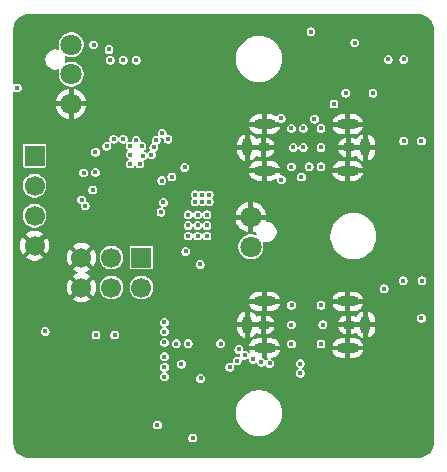
<source format=gbr>
%TF.GenerationSoftware,KiCad,Pcbnew,9.0.3*%
%TF.CreationDate,2025-08-23T17:43:30+02:00*%
%TF.ProjectId,USBPanel,55534250-616e-4656-9c2e-6b696361645f,rev?*%
%TF.SameCoordinates,Original*%
%TF.FileFunction,Copper,L2,Inr*%
%TF.FilePolarity,Positive*%
%FSLAX46Y46*%
G04 Gerber Fmt 4.6, Leading zero omitted, Abs format (unit mm)*
G04 Created by KiCad (PCBNEW 9.0.3) date 2025-08-23 17:43:30*
%MOMM*%
%LPD*%
G01*
G04 APERTURE LIST*
%TA.AperFunction,ComponentPad*%
%ADD10R,1.700000X1.700000*%
%TD*%
%TA.AperFunction,ComponentPad*%
%ADD11C,1.700000*%
%TD*%
%TA.AperFunction,ComponentPad*%
%ADD12C,1.800000*%
%TD*%
%TA.AperFunction,ComponentPad*%
%ADD13O,0.850000X1.550000*%
%TD*%
%TA.AperFunction,ComponentPad*%
%ADD14O,1.080000X0.800000*%
%TD*%
%TA.AperFunction,ComponentPad*%
%ADD15O,1.850000X0.850000*%
%TD*%
%TA.AperFunction,ViaPad*%
%ADD16C,0.450000*%
%TD*%
G04 APERTURE END LIST*
D10*
%TO.N,Net-(J6-Pin_1)*%
%TO.C,J6*%
X132000000Y-93200000D03*
D11*
%TO.N,Net-(J6-Pin_2)*%
X132000000Y-95740000D03*
%TO.N,Net-(J6-Pin_3)*%
X132000000Y-98280000D03*
%TO.N,GND*%
X132000000Y-100820000D03*
%TD*%
D12*
%TO.N,Net-(J5-Pin_1)*%
%TO.C,J5*%
X150300000Y-100900000D03*
%TO.N,GND*%
X150300000Y-98400000D03*
%TD*%
D10*
%TO.N,Net-(J7-Pin_1)*%
%TO.C,J7*%
X141040000Y-101825000D03*
D11*
%TO.N,Net-(J7-Pin_2)*%
X141040000Y-104365000D03*
%TO.N,Net-(J7-Pin_3)*%
X138500000Y-101825000D03*
%TO.N,Net-(J7-Pin_4)*%
X138500000Y-104365000D03*
%TO.N,GND*%
X135960000Y-101825000D03*
X135960000Y-104365000D03*
%TD*%
D12*
%TO.N,+5V*%
%TO.C,J3*%
X135100000Y-83800000D03*
%TO.N,/+3.3V_EXT*%
X135100000Y-86300000D03*
%TO.N,GND*%
X135100000Y-88800000D03*
%TD*%
D13*
%TO.N,GND*%
%TO.C,J2*%
X160000000Y-107500000D03*
D14*
X158610000Y-107500000D03*
D15*
X158525000Y-109475000D03*
X158525000Y-105525000D03*
X151475000Y-109475000D03*
X151475000Y-105525000D03*
D14*
X151390000Y-107500000D03*
D13*
X150000000Y-107500000D03*
%TD*%
%TO.N,GND*%
%TO.C,J1*%
X160000000Y-92500000D03*
D14*
X158610000Y-92500000D03*
D15*
X158525000Y-94475000D03*
X158525000Y-90525000D03*
X151475000Y-94475000D03*
X151475000Y-90525000D03*
D14*
X151390000Y-92500000D03*
D13*
X150000000Y-92500000D03*
%TD*%
D16*
%TO.N,GND*%
X157250000Y-86662500D03*
%TO.N,Net-(D2-BK)*%
X163250000Y-91950000D03*
%TO.N,Net-(Q6-D)*%
X157350000Y-88820000D03*
%TO.N,GND*%
X140100000Y-97100000D03*
X146800000Y-110600000D03*
X157385000Y-107500000D03*
X158100000Y-84900000D03*
X153000000Y-105700000D03*
X138600000Y-90250000D03*
X135100000Y-116725000D03*
X138300000Y-116725000D03*
X141050000Y-107700000D03*
X142800000Y-89650000D03*
X146800000Y-109600000D03*
X139000000Y-97100000D03*
X141200000Y-97100000D03*
X148975000Y-103600000D03*
X156450000Y-111200000D03*
X132900000Y-106525000D03*
X159500000Y-88600000D03*
X161270000Y-83870000D03*
X152862500Y-96250000D03*
X140700000Y-90250000D03*
X149200000Y-111600000D03*
X141050000Y-111500000D03*
X140100000Y-94900000D03*
X136700000Y-116725000D03*
X162600000Y-86950000D03*
X146800000Y-108600000D03*
X133500000Y-116725000D03*
X145400000Y-93700000D03*
X144000000Y-85100000D03*
X141200000Y-96000000D03*
X160100000Y-94000000D03*
X135700000Y-99400000D03*
X160200000Y-105900000D03*
X140100000Y-96000000D03*
X145800000Y-109600000D03*
X138705000Y-112775000D03*
X160100000Y-83800000D03*
X139100000Y-93100000D03*
X144700000Y-103000000D03*
X133020000Y-97540000D03*
X145800000Y-110600000D03*
X154900000Y-109400000D03*
X145800000Y-108600000D03*
X139000000Y-96000000D03*
X148000000Y-98100000D03*
X141200000Y-94900000D03*
X160100000Y-91000000D03*
X139000000Y-94900000D03*
X146200000Y-85100000D03*
X160200000Y-109100000D03*
X144970000Y-95200000D03*
X152862500Y-101450000D03*
X141425000Y-109600000D03*
X163837500Y-90350000D03*
X145100000Y-85100000D03*
%TO.N,/+3.3V_EXT*%
X137150000Y-92900000D03*
%TO.N,+3.3V*%
X132900000Y-108075000D03*
X130540000Y-87460000D03*
X137150000Y-94600000D03*
X159100000Y-83630000D03*
%TO.N,Net-(U1-LDO_1V5)*%
X136930000Y-96100000D03*
%TO.N,+5V*%
X139500000Y-85100000D03*
X140100000Y-93100000D03*
X138300000Y-84200000D03*
X138400000Y-85100000D03*
X143000000Y-111100000D03*
X164750000Y-106950000D03*
X140100000Y-93900000D03*
X140100000Y-92400000D03*
X143000000Y-108100000D03*
X137000000Y-83800000D03*
X138700000Y-91800000D03*
X144000000Y-109100000D03*
X138100000Y-92400000D03*
X163250000Y-85050000D03*
X164750000Y-91950000D03*
X143000000Y-111900000D03*
X143000000Y-110200000D03*
X140600000Y-91900000D03*
X143000000Y-109000000D03*
X143000000Y-107300000D03*
X145000000Y-109100000D03*
X140600000Y-85100000D03*
X139500000Y-91800000D03*
X141100000Y-92400000D03*
%TO.N,Net-(J1-CC1)*%
X143625000Y-95000000D03*
X152880000Y-90030000D03*
%TO.N,Net-(J1-CC2)*%
X152900000Y-95229493D03*
X144710000Y-94190000D03*
%TO.N,/PORT1_D+*%
X154750000Y-92500000D03*
%TO.N,/PORT1_D-*%
X155250000Y-94130000D03*
X154750000Y-90870000D03*
%TO.N,Net-(J2-CC1)*%
X148540000Y-111100000D03*
%TO.N,Net-(J2-CC2)*%
X149170000Y-110570000D03*
%TO.N,Net-(J4-Pin_3)*%
X160650000Y-87900000D03*
%TO.N,Net-(J4-Pin_2)*%
X158350000Y-87900000D03*
%TO.N,Net-(J4-Pin_1)*%
X161950000Y-85050000D03*
%TO.N,Net-(J5-Pin_1)*%
X146025000Y-102400000D03*
%TO.N,Net-(J7-Pin_4)*%
X138800000Y-108375000D03*
%TO.N,Net-(J7-Pin_2)*%
X137200000Y-108375000D03*
%TO.N,Net-(Q1-D)*%
X145000000Y-99100000D03*
X145800000Y-98200000D03*
X145800000Y-99100000D03*
X146600000Y-99100000D03*
X145800000Y-100000000D03*
X145000000Y-100000000D03*
X146600000Y-98200000D03*
X145000000Y-98200000D03*
X146600000Y-100000000D03*
%TO.N,Net-(Q2-G)*%
X144802500Y-101300000D03*
%TO.N,/PORT1_UFP*%
X136150000Y-94650000D03*
X155400000Y-82700000D03*
%TO.N,Net-(Q4-G)*%
X142910000Y-97150000D03*
%TO.N,Net-(Q5-G)*%
X142780000Y-95300000D03*
%TO.N,Net-(U1-~{I2Cc_IRQ})*%
X142700000Y-97975000D03*
%TO.N,Net-(U4-~{FAULT})*%
X164800000Y-103775000D03*
%TO.N,Net-(U4-~{UFP})*%
X161600000Y-104475000D03*
%TO.N,Net-(U4-~{LD_DET})*%
X163200000Y-103775000D03*
%TO.N,/PORT2_EN*%
X135980000Y-96920000D03*
X142400000Y-116000000D03*
X144440000Y-110850000D03*
%TO.N,/PORT2_HI*%
X145400000Y-117100000D03*
X146060000Y-112050000D03*
X136280000Y-97430000D03*
%TO.N,/PORT1_VBUS*%
X141900000Y-93100000D03*
X146200000Y-96500000D03*
X146800000Y-97100000D03*
X145600000Y-97100000D03*
X143300000Y-91800000D03*
X142800000Y-91300000D03*
X145600000Y-96500000D03*
X141200000Y-93200000D03*
X142300000Y-91900000D03*
X142100000Y-92500000D03*
X153750000Y-94130000D03*
X155700000Y-90100000D03*
X140900000Y-93900000D03*
X156250000Y-94130000D03*
X156250000Y-92500000D03*
X146200000Y-97100000D03*
X156250000Y-90880000D03*
X153900000Y-92500000D03*
X154600000Y-95000000D03*
X153750000Y-90880000D03*
X146800000Y-96500000D03*
%TO.N,/PORT2_VBUS*%
X153750000Y-109140000D03*
X150500000Y-110440000D03*
X149800000Y-110100000D03*
X154500000Y-111600000D03*
X149300000Y-109600000D03*
X153760000Y-105850000D03*
X151910000Y-110780000D03*
X156250000Y-109140000D03*
X156250000Y-105850000D03*
X154500000Y-110800000D03*
X156415000Y-107500000D03*
X147750000Y-109100000D03*
X151210000Y-110690000D03*
X153750000Y-107500000D03*
%TD*%
%TA.AperFunction,Conductor*%
%TO.N,GND*%
G36*
X151675000Y-110300000D02*
G01*
X151714212Y-110300000D01*
X151720133Y-110302452D01*
X151726376Y-110301007D01*
X151745600Y-110313001D01*
X151766538Y-110321674D01*
X151768990Y-110327595D01*
X151774427Y-110330987D01*
X151779539Y-110353061D01*
X151788212Y-110374000D01*
X151785759Y-110379921D01*
X151787205Y-110386164D01*
X151777188Y-110400613D01*
X151766538Y-110426326D01*
X151757225Y-110434215D01*
X151754307Y-110436299D01*
X151679438Y-110479525D01*
X151643539Y-110515423D01*
X151638551Y-110518987D01*
X151616476Y-110524099D01*
X151595537Y-110532772D01*
X151589616Y-110530319D01*
X151583374Y-110531765D01*
X151564149Y-110519770D01*
X151543211Y-110511097D01*
X151536748Y-110502674D01*
X151535323Y-110501785D01*
X151535001Y-110500398D01*
X151531452Y-110495772D01*
X151527794Y-110489437D01*
X151510475Y-110459438D01*
X151440562Y-110389525D01*
X151434741Y-110386164D01*
X151354939Y-110340090D01*
X151354935Y-110340089D01*
X151329846Y-110333366D01*
X151284913Y-110298887D01*
X151275000Y-110261888D01*
X151275000Y-109750000D01*
X151675000Y-109750000D01*
X151675000Y-110300000D01*
G37*
%TD.AperFunction*%
%TA.AperFunction,Conductor*%
G36*
X151038060Y-107358386D02*
G01*
X151000000Y-107450272D01*
X151000000Y-107549728D01*
X151038060Y-107641614D01*
X151096446Y-107700000D01*
X150275000Y-107700000D01*
X150275000Y-107300000D01*
X151096446Y-107300000D01*
X151038060Y-107358386D01*
G37*
%TD.AperFunction*%
%TA.AperFunction,Conductor*%
G36*
X159725000Y-107700000D02*
G01*
X158903554Y-107700000D01*
X158961940Y-107641614D01*
X159000000Y-107549728D01*
X159000000Y-107450272D01*
X158961940Y-107358386D01*
X158903554Y-107300000D01*
X159725000Y-107300000D01*
X159725000Y-107700000D01*
G37*
%TD.AperFunction*%
%TA.AperFunction,Conductor*%
G36*
X151038060Y-92358386D02*
G01*
X151000000Y-92450272D01*
X151000000Y-92549728D01*
X151038060Y-92641614D01*
X151096446Y-92700000D01*
X150275000Y-92700000D01*
X150275000Y-92300000D01*
X151096446Y-92300000D01*
X151038060Y-92358386D01*
G37*
%TD.AperFunction*%
%TA.AperFunction,Conductor*%
G36*
X159725000Y-92700000D02*
G01*
X158903554Y-92700000D01*
X158961940Y-92641614D01*
X159000000Y-92549728D01*
X159000000Y-92450272D01*
X158961940Y-92358386D01*
X158903554Y-92300000D01*
X159725000Y-92300000D01*
X159725000Y-92700000D01*
G37*
%TD.AperFunction*%
%TA.AperFunction,Conductor*%
G36*
X164502897Y-81200728D02*
G01*
X164697487Y-81216042D01*
X164708949Y-81217858D01*
X164895910Y-81262743D01*
X164906938Y-81266326D01*
X165070200Y-81333951D01*
X165084582Y-81339909D01*
X165094928Y-81345181D01*
X165258860Y-81445638D01*
X165268254Y-81452463D01*
X165414456Y-81577332D01*
X165422667Y-81585543D01*
X165547536Y-81731745D01*
X165554361Y-81741139D01*
X165654818Y-81905071D01*
X165660090Y-81915417D01*
X165733670Y-82093053D01*
X165737258Y-82104097D01*
X165782140Y-82291046D01*
X165783957Y-82302515D01*
X165799272Y-82497102D01*
X165799500Y-82502908D01*
X165799500Y-117497091D01*
X165799272Y-117502897D01*
X165783957Y-117697484D01*
X165782140Y-117708953D01*
X165737258Y-117895902D01*
X165733670Y-117906946D01*
X165660090Y-118084582D01*
X165654818Y-118094928D01*
X165554361Y-118258860D01*
X165547536Y-118268254D01*
X165422667Y-118414456D01*
X165414456Y-118422667D01*
X165268254Y-118547536D01*
X165258860Y-118554361D01*
X165094928Y-118654818D01*
X165084582Y-118660090D01*
X164906946Y-118733670D01*
X164895902Y-118737258D01*
X164708953Y-118782140D01*
X164697484Y-118783957D01*
X164502897Y-118799272D01*
X164497091Y-118799500D01*
X131502909Y-118799500D01*
X131497103Y-118799272D01*
X131302515Y-118783957D01*
X131291046Y-118782140D01*
X131104097Y-118737258D01*
X131093053Y-118733670D01*
X130915417Y-118660090D01*
X130905071Y-118654818D01*
X130741139Y-118554361D01*
X130731745Y-118547536D01*
X130585543Y-118422667D01*
X130577332Y-118414456D01*
X130452463Y-118268254D01*
X130445638Y-118258860D01*
X130345181Y-118094928D01*
X130339909Y-118084582D01*
X130333951Y-118070200D01*
X130266326Y-117906938D01*
X130262743Y-117895910D01*
X130217858Y-117708949D01*
X130216042Y-117697484D01*
X130200728Y-117502897D01*
X130200500Y-117497091D01*
X130200500Y-117050562D01*
X145024500Y-117050562D01*
X145024500Y-117149437D01*
X145050088Y-117244934D01*
X145050090Y-117244939D01*
X145099525Y-117330562D01*
X145169438Y-117400475D01*
X145255062Y-117449910D01*
X145255063Y-117449910D01*
X145255065Y-117449911D01*
X145293159Y-117460118D01*
X145350562Y-117475499D01*
X145350563Y-117475500D01*
X145350565Y-117475500D01*
X145449437Y-117475500D01*
X145449437Y-117475499D01*
X145544938Y-117449910D01*
X145630562Y-117400475D01*
X145700475Y-117330562D01*
X145749910Y-117244938D01*
X145775499Y-117149437D01*
X145775500Y-117149437D01*
X145775500Y-117050563D01*
X145775499Y-117050562D01*
X145749911Y-116955065D01*
X145749909Y-116955060D01*
X145700474Y-116869437D01*
X145630562Y-116799525D01*
X145544939Y-116750090D01*
X145544934Y-116750088D01*
X145449437Y-116724500D01*
X145449435Y-116724500D01*
X145350565Y-116724500D01*
X145350563Y-116724500D01*
X145255065Y-116750088D01*
X145255060Y-116750090D01*
X145169437Y-116799525D01*
X145099525Y-116869437D01*
X145050090Y-116955060D01*
X145050088Y-116955065D01*
X145024500Y-117050562D01*
X130200500Y-117050562D01*
X130200500Y-115950562D01*
X142024500Y-115950562D01*
X142024500Y-116049437D01*
X142050088Y-116144934D01*
X142050090Y-116144939D01*
X142099525Y-116230562D01*
X142169438Y-116300475D01*
X142255062Y-116349910D01*
X142255063Y-116349910D01*
X142255065Y-116349911D01*
X142302813Y-116362705D01*
X142350562Y-116375499D01*
X142350563Y-116375500D01*
X142350565Y-116375500D01*
X142449437Y-116375500D01*
X142449437Y-116375499D01*
X142544938Y-116349910D01*
X142630562Y-116300475D01*
X142700475Y-116230562D01*
X142749910Y-116144938D01*
X142775499Y-116049437D01*
X142775500Y-116049437D01*
X142775500Y-115950563D01*
X142775499Y-115950562D01*
X142749911Y-115855065D01*
X142749909Y-115855060D01*
X142700474Y-115769437D01*
X142630562Y-115699525D01*
X142544939Y-115650090D01*
X142544934Y-115650088D01*
X142449437Y-115624500D01*
X142449435Y-115624500D01*
X142350565Y-115624500D01*
X142350563Y-115624500D01*
X142255065Y-115650088D01*
X142255060Y-115650090D01*
X142169437Y-115699525D01*
X142099525Y-115769437D01*
X142050090Y-115855060D01*
X142050088Y-115855065D01*
X142024500Y-115950562D01*
X130200500Y-115950562D01*
X130200500Y-114872158D01*
X149049500Y-114872158D01*
X149049500Y-115127841D01*
X149082873Y-115381338D01*
X149149049Y-115628309D01*
X149149051Y-115628316D01*
X149246892Y-115864526D01*
X149246895Y-115864534D01*
X149374736Y-116085961D01*
X149374740Y-116085967D01*
X149530390Y-116288813D01*
X149711186Y-116469609D01*
X149914032Y-116625259D01*
X149914038Y-116625263D01*
X150130241Y-116750088D01*
X150135465Y-116753104D01*
X150371687Y-116850950D01*
X150618660Y-116917126D01*
X150872157Y-116950500D01*
X150872159Y-116950500D01*
X151127841Y-116950500D01*
X151127843Y-116950500D01*
X151381340Y-116917126D01*
X151628313Y-116850950D01*
X151864535Y-116753104D01*
X152085965Y-116625261D01*
X152288813Y-116469610D01*
X152469610Y-116288813D01*
X152625261Y-116085965D01*
X152753104Y-115864535D01*
X152850950Y-115628313D01*
X152917126Y-115381340D01*
X152950500Y-115127843D01*
X152950500Y-114872157D01*
X152917126Y-114618660D01*
X152850950Y-114371687D01*
X152753104Y-114135465D01*
X152625261Y-113914035D01*
X152469610Y-113711187D01*
X152288813Y-113530390D01*
X152085967Y-113374740D01*
X152085961Y-113374736D01*
X151864534Y-113246895D01*
X151864526Y-113246892D01*
X151628316Y-113149051D01*
X151628314Y-113149050D01*
X151628313Y-113149050D01*
X151595222Y-113140183D01*
X151381338Y-113082873D01*
X151194589Y-113058287D01*
X151127843Y-113049500D01*
X150872157Y-113049500D01*
X150813176Y-113057265D01*
X150618661Y-113082873D01*
X150371690Y-113149049D01*
X150371683Y-113149051D01*
X150135473Y-113246892D01*
X150135465Y-113246895D01*
X149914038Y-113374736D01*
X149914032Y-113374740D01*
X149711186Y-113530390D01*
X149530390Y-113711186D01*
X149374740Y-113914032D01*
X149374736Y-113914038D01*
X149246895Y-114135465D01*
X149246892Y-114135473D01*
X149149051Y-114371683D01*
X149149049Y-114371690D01*
X149082873Y-114618661D01*
X149049500Y-114872158D01*
X130200500Y-114872158D01*
X130200500Y-111050562D01*
X142624500Y-111050562D01*
X142624500Y-111149437D01*
X142650088Y-111244934D01*
X142650090Y-111244939D01*
X142661145Y-111264086D01*
X142699525Y-111330562D01*
X142769438Y-111400475D01*
X142817775Y-111428382D01*
X142830820Y-111435914D01*
X142865299Y-111480848D01*
X142857906Y-111537000D01*
X142830820Y-111564086D01*
X142769437Y-111599525D01*
X142699525Y-111669437D01*
X142650090Y-111755060D01*
X142650088Y-111755065D01*
X142624500Y-111850562D01*
X142624500Y-111949437D01*
X142650088Y-112044934D01*
X142650090Y-112044939D01*
X142681554Y-112099435D01*
X142699525Y-112130562D01*
X142769438Y-112200475D01*
X142855062Y-112249910D01*
X142855063Y-112249910D01*
X142855065Y-112249911D01*
X142902813Y-112262705D01*
X142950562Y-112275499D01*
X142950563Y-112275500D01*
X142950565Y-112275500D01*
X143049437Y-112275500D01*
X143049437Y-112275499D01*
X143144938Y-112249910D01*
X143230562Y-112200475D01*
X143300475Y-112130562D01*
X143349910Y-112044938D01*
X143361800Y-112000565D01*
X143361801Y-112000562D01*
X145684500Y-112000562D01*
X145684500Y-112099437D01*
X145710088Y-112194934D01*
X145710090Y-112194939D01*
X145756602Y-112275499D01*
X145759525Y-112280562D01*
X145829438Y-112350475D01*
X145915062Y-112399910D01*
X145915063Y-112399910D01*
X145915065Y-112399911D01*
X145962813Y-112412705D01*
X146010562Y-112425499D01*
X146010563Y-112425500D01*
X146010565Y-112425500D01*
X146109437Y-112425500D01*
X146109437Y-112425499D01*
X146204938Y-112399910D01*
X146290562Y-112350475D01*
X146360475Y-112280562D01*
X146409910Y-112194938D01*
X146435499Y-112099437D01*
X146435500Y-112099437D01*
X146435500Y-112000563D01*
X146435499Y-112000562D01*
X146428783Y-111975499D01*
X146409910Y-111905062D01*
X146360475Y-111819438D01*
X146290562Y-111749525D01*
X146282610Y-111744934D01*
X146204939Y-111700090D01*
X146204934Y-111700088D01*
X146109437Y-111674500D01*
X146109435Y-111674500D01*
X146010565Y-111674500D01*
X146010563Y-111674500D01*
X145915065Y-111700088D01*
X145915060Y-111700090D01*
X145829437Y-111749525D01*
X145759525Y-111819437D01*
X145710090Y-111905060D01*
X145710088Y-111905065D01*
X145684500Y-112000562D01*
X143361801Y-112000562D01*
X143368230Y-111976569D01*
X143368231Y-111976562D01*
X143375372Y-111949911D01*
X143375500Y-111949435D01*
X143375500Y-111850565D01*
X143375500Y-111850563D01*
X143375499Y-111850562D01*
X143367159Y-111819438D01*
X143349910Y-111755062D01*
X143344065Y-111744939D01*
X143318171Y-111700088D01*
X143300475Y-111669438D01*
X143230562Y-111599525D01*
X143169178Y-111564085D01*
X143134701Y-111519153D01*
X143142093Y-111463000D01*
X143169177Y-111435915D01*
X143230562Y-111400475D01*
X143300475Y-111330562D01*
X143349910Y-111244938D01*
X143375499Y-111149437D01*
X143375500Y-111149437D01*
X143375500Y-111050563D01*
X143375499Y-111050562D01*
X143349911Y-110955065D01*
X143349909Y-110955060D01*
X143329991Y-110920562D01*
X143300475Y-110869438D01*
X143231599Y-110800562D01*
X144064500Y-110800562D01*
X144064500Y-110899437D01*
X144090088Y-110994934D01*
X144090090Y-110994939D01*
X144122205Y-111050563D01*
X144139525Y-111080562D01*
X144209438Y-111150475D01*
X144295062Y-111199910D01*
X144295063Y-111199910D01*
X144295065Y-111199911D01*
X144342813Y-111212705D01*
X144390562Y-111225499D01*
X144390563Y-111225500D01*
X144390565Y-111225500D01*
X144489437Y-111225500D01*
X144489437Y-111225499D01*
X144584938Y-111199910D01*
X144670562Y-111150475D01*
X144740475Y-111080562D01*
X144757795Y-111050562D01*
X148164500Y-111050562D01*
X148164500Y-111149437D01*
X148190088Y-111244934D01*
X148190090Y-111244939D01*
X148201145Y-111264086D01*
X148239525Y-111330562D01*
X148309438Y-111400475D01*
X148395062Y-111449910D01*
X148395063Y-111449910D01*
X148395065Y-111449911D01*
X148442813Y-111462705D01*
X148490562Y-111475499D01*
X148490563Y-111475500D01*
X148490565Y-111475500D01*
X148589437Y-111475500D01*
X148589437Y-111475499D01*
X148684938Y-111449910D01*
X148770562Y-111400475D01*
X148840475Y-111330562D01*
X148889910Y-111244938D01*
X148915499Y-111149437D01*
X148915500Y-111149437D01*
X148915500Y-111050563D01*
X148904286Y-111008715D01*
X148900271Y-110993730D01*
X148907663Y-110937579D01*
X148952595Y-110903100D01*
X149008748Y-110910492D01*
X149008749Y-110910492D01*
X149017463Y-110915523D01*
X149025062Y-110919910D01*
X149025064Y-110919910D01*
X149025065Y-110919911D01*
X149043830Y-110924939D01*
X149120562Y-110945499D01*
X149120563Y-110945500D01*
X149120565Y-110945500D01*
X149219437Y-110945500D01*
X149219437Y-110945499D01*
X149314938Y-110919910D01*
X149400562Y-110870475D01*
X149470475Y-110800562D01*
X149519910Y-110714938D01*
X149545499Y-110619437D01*
X149545500Y-110619437D01*
X149545500Y-110515715D01*
X149548344Y-110515715D01*
X149560649Y-110469726D01*
X149609688Y-110441390D01*
X149650019Y-110449404D01*
X149650579Y-110448053D01*
X149655060Y-110449909D01*
X149655062Y-110449910D01*
X149655063Y-110449910D01*
X149655065Y-110449911D01*
X149690617Y-110459437D01*
X149750562Y-110475499D01*
X149750563Y-110475500D01*
X149750565Y-110475500D01*
X149849437Y-110475500D01*
X149849437Y-110475499D01*
X149944938Y-110449910D01*
X150013501Y-110410324D01*
X150069652Y-110402932D01*
X150114586Y-110437410D01*
X150124500Y-110474411D01*
X150124500Y-110489437D01*
X150150088Y-110584934D01*
X150150090Y-110584939D01*
X150179028Y-110635060D01*
X150199525Y-110670562D01*
X150269438Y-110740475D01*
X150355062Y-110789910D01*
X150355063Y-110789910D01*
X150355065Y-110789911D01*
X150394816Y-110800562D01*
X150450562Y-110815499D01*
X150450563Y-110815500D01*
X150450565Y-110815500D01*
X150549437Y-110815500D01*
X150549437Y-110815499D01*
X150644938Y-110789910D01*
X150730562Y-110740475D01*
X150730562Y-110740474D01*
X150734762Y-110738050D01*
X150735768Y-110739793D01*
X150783831Y-110726903D01*
X150832887Y-110755210D01*
X150845668Y-110781118D01*
X150860089Y-110834935D01*
X150860090Y-110834939D01*
X150880607Y-110870475D01*
X150909525Y-110920562D01*
X150979438Y-110990475D01*
X151065062Y-111039910D01*
X151065063Y-111039910D01*
X151065065Y-111039911D01*
X151104816Y-111050562D01*
X151160562Y-111065499D01*
X151160563Y-111065500D01*
X151160565Y-111065500D01*
X151259437Y-111065500D01*
X151259437Y-111065499D01*
X151354938Y-111039910D01*
X151440562Y-110990475D01*
X151472135Y-110958901D01*
X151524460Y-110937227D01*
X151576786Y-110958900D01*
X151588546Y-110974226D01*
X151609525Y-111010562D01*
X151679438Y-111080475D01*
X151765062Y-111129910D01*
X151765063Y-111129910D01*
X151765065Y-111129911D01*
X151787469Y-111135914D01*
X151860562Y-111155499D01*
X151860563Y-111155500D01*
X151860565Y-111155500D01*
X151959437Y-111155500D01*
X151959437Y-111155499D01*
X152054938Y-111129910D01*
X152140562Y-111080475D01*
X152210475Y-111010562D01*
X152259910Y-110924938D01*
X152285499Y-110829437D01*
X152285500Y-110829437D01*
X152285500Y-110750562D01*
X154124500Y-110750562D01*
X154124500Y-110849437D01*
X154150088Y-110944934D01*
X154150090Y-110944939D01*
X154187978Y-111010562D01*
X154199525Y-111030562D01*
X154269438Y-111100475D01*
X154317775Y-111128382D01*
X154330820Y-111135914D01*
X154365299Y-111180848D01*
X154357906Y-111237000D01*
X154330820Y-111264086D01*
X154269437Y-111299525D01*
X154199525Y-111369437D01*
X154150090Y-111455060D01*
X154150088Y-111455065D01*
X154124500Y-111550562D01*
X154124500Y-111649437D01*
X154150088Y-111744934D01*
X154150090Y-111744939D01*
X154199525Y-111830562D01*
X154269438Y-111900475D01*
X154332117Y-111936663D01*
X154354242Y-111949437D01*
X154355062Y-111949910D01*
X154355063Y-111949910D01*
X154355065Y-111949911D01*
X154402813Y-111962705D01*
X154450562Y-111975499D01*
X154450563Y-111975500D01*
X154450565Y-111975500D01*
X154549437Y-111975500D01*
X154549437Y-111975499D01*
X154644938Y-111949910D01*
X154730562Y-111900475D01*
X154800475Y-111830562D01*
X154849910Y-111744938D01*
X154875499Y-111649437D01*
X154875500Y-111649437D01*
X154875500Y-111550563D01*
X154875499Y-111550562D01*
X154849911Y-111455065D01*
X154849909Y-111455060D01*
X154818394Y-111400475D01*
X154800475Y-111369438D01*
X154730562Y-111299525D01*
X154669178Y-111264085D01*
X154634701Y-111219153D01*
X154642093Y-111163000D01*
X154669177Y-111135915D01*
X154730562Y-111100475D01*
X154800475Y-111030562D01*
X154849910Y-110944938D01*
X154875499Y-110849437D01*
X154875500Y-110849437D01*
X154875500Y-110750563D01*
X154875499Y-110750562D01*
X154872613Y-110739793D01*
X154849910Y-110655062D01*
X154800475Y-110569438D01*
X154730562Y-110499525D01*
X154695921Y-110479525D01*
X154644939Y-110450090D01*
X154644934Y-110450088D01*
X154549437Y-110424500D01*
X154549435Y-110424500D01*
X154450565Y-110424500D01*
X154450563Y-110424500D01*
X154355065Y-110450088D01*
X154355060Y-110450090D01*
X154269437Y-110499525D01*
X154199525Y-110569437D01*
X154150090Y-110655060D01*
X154150088Y-110655065D01*
X154124500Y-110750562D01*
X152285500Y-110750562D01*
X152285500Y-110730563D01*
X152285499Y-110730562D01*
X152259911Y-110635065D01*
X152259909Y-110635060D01*
X152243562Y-110606746D01*
X152210475Y-110549438D01*
X152140562Y-110479525D01*
X152057961Y-110431835D01*
X152023483Y-110386903D01*
X152030876Y-110330750D01*
X152075809Y-110296271D01*
X152080526Y-110295172D01*
X152215637Y-110268297D01*
X152215648Y-110268294D01*
X152365781Y-110206107D01*
X152500903Y-110115821D01*
X152615821Y-110000903D01*
X152706107Y-109865781D01*
X152768293Y-109715650D01*
X152768297Y-109715636D01*
X152776380Y-109675000D01*
X152163909Y-109675000D01*
X152208134Y-109630775D01*
X152250000Y-109529701D01*
X152250000Y-109420299D01*
X152208134Y-109319225D01*
X152163909Y-109275000D01*
X152776380Y-109275000D01*
X152776380Y-109274999D01*
X152768297Y-109234363D01*
X152768293Y-109234349D01*
X152718457Y-109114033D01*
X152708735Y-109090562D01*
X153374500Y-109090562D01*
X153374500Y-109189437D01*
X153400088Y-109284934D01*
X153400090Y-109284939D01*
X153437602Y-109349911D01*
X153449525Y-109370562D01*
X153519438Y-109440475D01*
X153605062Y-109489910D01*
X153605063Y-109489910D01*
X153605065Y-109489911D01*
X153652813Y-109502705D01*
X153700562Y-109515499D01*
X153700563Y-109515500D01*
X153700565Y-109515500D01*
X153799437Y-109515500D01*
X153799437Y-109515499D01*
X153894938Y-109489910D01*
X153980562Y-109440475D01*
X154050475Y-109370562D01*
X154099910Y-109284938D01*
X154125499Y-109189437D01*
X154125500Y-109189437D01*
X154125500Y-109090563D01*
X154125499Y-109090562D01*
X155874500Y-109090562D01*
X155874500Y-109189437D01*
X155900088Y-109284934D01*
X155900090Y-109284939D01*
X155937602Y-109349911D01*
X155949525Y-109370562D01*
X156019438Y-109440475D01*
X156105062Y-109489910D01*
X156105063Y-109489910D01*
X156105065Y-109489911D01*
X156152813Y-109502705D01*
X156200562Y-109515499D01*
X156200563Y-109515500D01*
X156200565Y-109515500D01*
X156299437Y-109515500D01*
X156299437Y-109515499D01*
X156394938Y-109489910D01*
X156480562Y-109440475D01*
X156550475Y-109370562D01*
X156599910Y-109284938D01*
X156602573Y-109274999D01*
X157223619Y-109274999D01*
X157223620Y-109275000D01*
X157836091Y-109275000D01*
X157791866Y-109319225D01*
X157750000Y-109420299D01*
X157750000Y-109529701D01*
X157791866Y-109630775D01*
X157836091Y-109675000D01*
X157223620Y-109675000D01*
X157231702Y-109715636D01*
X157231706Y-109715650D01*
X157293892Y-109865781D01*
X157384178Y-110000903D01*
X157499096Y-110115821D01*
X157634218Y-110206107D01*
X157784351Y-110268294D01*
X157784362Y-110268297D01*
X157943746Y-110300000D01*
X158325000Y-110300000D01*
X158325000Y-109750000D01*
X158725000Y-109750000D01*
X158725000Y-110300000D01*
X159106254Y-110300000D01*
X159265637Y-110268297D01*
X159265648Y-110268294D01*
X159415781Y-110206107D01*
X159550903Y-110115821D01*
X159665821Y-110000903D01*
X159756107Y-109865781D01*
X159818293Y-109715650D01*
X159818297Y-109715636D01*
X159826380Y-109675000D01*
X159213909Y-109675000D01*
X159258134Y-109630775D01*
X159300000Y-109529701D01*
X159300000Y-109420299D01*
X159258134Y-109319225D01*
X159213909Y-109275000D01*
X159826380Y-109275000D01*
X159826380Y-109274999D01*
X159818297Y-109234363D01*
X159818293Y-109234349D01*
X159756107Y-109084218D01*
X159665821Y-108949096D01*
X159550903Y-108834178D01*
X159415781Y-108743892D01*
X159265648Y-108681705D01*
X159265637Y-108681702D01*
X159106254Y-108650000D01*
X158725000Y-108650000D01*
X158725000Y-109200000D01*
X158325000Y-109200000D01*
X158325000Y-108650000D01*
X157943746Y-108650000D01*
X157784362Y-108681702D01*
X157784351Y-108681705D01*
X157634218Y-108743892D01*
X157499096Y-108834178D01*
X157384178Y-108949096D01*
X157293892Y-109084218D01*
X157231706Y-109234349D01*
X157231702Y-109234363D01*
X157223619Y-109274999D01*
X156602573Y-109274999D01*
X156625500Y-109189435D01*
X156625500Y-109090565D01*
X156625500Y-109090563D01*
X156625499Y-109090562D01*
X156599911Y-108995065D01*
X156599909Y-108995060D01*
X156574220Y-108950565D01*
X156550475Y-108909438D01*
X156480562Y-108839525D01*
X156471301Y-108834178D01*
X156394939Y-108790090D01*
X156394934Y-108790088D01*
X156299437Y-108764500D01*
X156299435Y-108764500D01*
X156200565Y-108764500D01*
X156200563Y-108764500D01*
X156105065Y-108790088D01*
X156105060Y-108790090D01*
X156019437Y-108839525D01*
X155949525Y-108909437D01*
X155900090Y-108995060D01*
X155900088Y-108995065D01*
X155874500Y-109090562D01*
X154125499Y-109090562D01*
X154099911Y-108995065D01*
X154099909Y-108995060D01*
X154074220Y-108950565D01*
X154050475Y-108909438D01*
X153980562Y-108839525D01*
X153971301Y-108834178D01*
X153894939Y-108790090D01*
X153894934Y-108790088D01*
X153799437Y-108764500D01*
X153799435Y-108764500D01*
X153700565Y-108764500D01*
X153700563Y-108764500D01*
X153605065Y-108790088D01*
X153605060Y-108790090D01*
X153519437Y-108839525D01*
X153449525Y-108909437D01*
X153400090Y-108995060D01*
X153400088Y-108995065D01*
X153374500Y-109090562D01*
X152708735Y-109090562D01*
X152706106Y-109084216D01*
X152615821Y-108949096D01*
X152500903Y-108834178D01*
X152365781Y-108743892D01*
X152215648Y-108681705D01*
X152215637Y-108681702D01*
X152056254Y-108650000D01*
X151675000Y-108650000D01*
X151675000Y-109200000D01*
X151275000Y-109200000D01*
X151275000Y-108650000D01*
X150893746Y-108650000D01*
X150734362Y-108681702D01*
X150734351Y-108681705D01*
X150584218Y-108743892D01*
X150449096Y-108834178D01*
X150334178Y-108949096D01*
X150243892Y-109084218D01*
X150181706Y-109234349D01*
X150181702Y-109234363D01*
X150173619Y-109274999D01*
X150173620Y-109275000D01*
X150786091Y-109275000D01*
X150741866Y-109319225D01*
X150700000Y-109420299D01*
X150700000Y-109529701D01*
X150741866Y-109630775D01*
X150786091Y-109675000D01*
X150173620Y-109675000D01*
X150181702Y-109715636D01*
X150181706Y-109715650D01*
X150205523Y-109773149D01*
X150205523Y-109829786D01*
X150165474Y-109869834D01*
X150108837Y-109869834D01*
X150084830Y-109853793D01*
X150030562Y-109799525D01*
X149944939Y-109750090D01*
X149944934Y-109750088D01*
X149849437Y-109724500D01*
X149849435Y-109724500D01*
X149750565Y-109724500D01*
X149749500Y-109724500D01*
X149697174Y-109702826D01*
X149675500Y-109650500D01*
X149675500Y-109550563D01*
X149675499Y-109550562D01*
X149649911Y-109455065D01*
X149649909Y-109455060D01*
X149618394Y-109400475D01*
X149600475Y-109369438D01*
X149530562Y-109299525D01*
X149444939Y-109250090D01*
X149444934Y-109250088D01*
X149349437Y-109224500D01*
X149349435Y-109224500D01*
X149250565Y-109224500D01*
X149250563Y-109224500D01*
X149155065Y-109250088D01*
X149155060Y-109250090D01*
X149069437Y-109299525D01*
X148999525Y-109369437D01*
X148950090Y-109455060D01*
X148950088Y-109455065D01*
X148924500Y-109550562D01*
X148924500Y-109649437D01*
X148950088Y-109744934D01*
X148950090Y-109744939D01*
X148981606Y-109799525D01*
X148999525Y-109830562D01*
X149069438Y-109900475D01*
X149155062Y-109949910D01*
X149155063Y-109949910D01*
X149155065Y-109949911D01*
X149174289Y-109955062D01*
X149250562Y-109975499D01*
X149250563Y-109975500D01*
X149350500Y-109975500D01*
X149376635Y-109986325D01*
X149402764Y-109997112D01*
X149402782Y-109997155D01*
X149402826Y-109997174D01*
X149424500Y-110049412D01*
X149424501Y-110050559D01*
X149424500Y-110050565D01*
X149424500Y-110149435D01*
X149424619Y-110149881D01*
X149424626Y-110155158D01*
X149415506Y-110177248D01*
X149409310Y-110200325D01*
X149404939Y-110202845D01*
X149403014Y-110207510D01*
X149380944Y-110216682D01*
X149360246Y-110228618D01*
X149354823Y-110227538D01*
X149350714Y-110229246D01*
X149338893Y-110224366D01*
X149319978Y-110220599D01*
X149319421Y-110221947D01*
X149314934Y-110220088D01*
X149219437Y-110194500D01*
X149219435Y-110194500D01*
X149120565Y-110194500D01*
X149120563Y-110194500D01*
X149025065Y-110220088D01*
X149025060Y-110220090D01*
X148939437Y-110269525D01*
X148869525Y-110339437D01*
X148820090Y-110425060D01*
X148820088Y-110425065D01*
X148794500Y-110520562D01*
X148794500Y-110619437D01*
X148809728Y-110676268D01*
X148802336Y-110732421D01*
X148757403Y-110766899D01*
X148701251Y-110759508D01*
X148684938Y-110750090D01*
X148684934Y-110750088D01*
X148589437Y-110724500D01*
X148589435Y-110724500D01*
X148490565Y-110724500D01*
X148490563Y-110724500D01*
X148395065Y-110750088D01*
X148395060Y-110750090D01*
X148309437Y-110799525D01*
X148239525Y-110869437D01*
X148190090Y-110955060D01*
X148190088Y-110955065D01*
X148164500Y-111050562D01*
X144757795Y-111050562D01*
X144776598Y-111017994D01*
X144781956Y-111008715D01*
X144789909Y-110994939D01*
X144789910Y-110994938D01*
X144815499Y-110899437D01*
X144815500Y-110899437D01*
X144815500Y-110800563D01*
X144815499Y-110800562D01*
X144789911Y-110705065D01*
X144789909Y-110705060D01*
X144761044Y-110655065D01*
X144740475Y-110619438D01*
X144670562Y-110549525D01*
X144639801Y-110531765D01*
X144584939Y-110500090D01*
X144584934Y-110500088D01*
X144489437Y-110474500D01*
X144489435Y-110474500D01*
X144390565Y-110474500D01*
X144390563Y-110474500D01*
X144295065Y-110500088D01*
X144295060Y-110500090D01*
X144209437Y-110549525D01*
X144139525Y-110619437D01*
X144090090Y-110705060D01*
X144090088Y-110705065D01*
X144064500Y-110800562D01*
X143231599Y-110800562D01*
X143230562Y-110799525D01*
X143213910Y-110789911D01*
X143144939Y-110750090D01*
X143144934Y-110750088D01*
X143049437Y-110724500D01*
X143049435Y-110724500D01*
X142950565Y-110724500D01*
X142950563Y-110724500D01*
X142855065Y-110750088D01*
X142855060Y-110750090D01*
X142769437Y-110799525D01*
X142699525Y-110869437D01*
X142650090Y-110955060D01*
X142650088Y-110955065D01*
X142624500Y-111050562D01*
X130200500Y-111050562D01*
X130200500Y-110150562D01*
X142624500Y-110150562D01*
X142624500Y-110249437D01*
X142650088Y-110344934D01*
X142650090Y-110344939D01*
X142682154Y-110400475D01*
X142699525Y-110430562D01*
X142769438Y-110500475D01*
X142801502Y-110518987D01*
X142854242Y-110549437D01*
X142855062Y-110549910D01*
X142855063Y-110549910D01*
X142855065Y-110549911D01*
X142902813Y-110562705D01*
X142950562Y-110575499D01*
X142950563Y-110575500D01*
X142950565Y-110575500D01*
X143049437Y-110575500D01*
X143049437Y-110575499D01*
X143144938Y-110549910D01*
X143230562Y-110500475D01*
X143300475Y-110430562D01*
X143349910Y-110344938D01*
X143375499Y-110249437D01*
X143375500Y-110249437D01*
X143375500Y-110150563D01*
X143375499Y-110150562D01*
X143349911Y-110055065D01*
X143349909Y-110055060D01*
X143316477Y-109997155D01*
X143300475Y-109969438D01*
X143230562Y-109899525D01*
X143172116Y-109865781D01*
X143144939Y-109850090D01*
X143144934Y-109850088D01*
X143049437Y-109824500D01*
X143049435Y-109824500D01*
X142950565Y-109824500D01*
X142950563Y-109824500D01*
X142855065Y-109850088D01*
X142855060Y-109850090D01*
X142769437Y-109899525D01*
X142699525Y-109969437D01*
X142650090Y-110055060D01*
X142650088Y-110055065D01*
X142624500Y-110150562D01*
X130200500Y-110150562D01*
X130200500Y-108950562D01*
X142624500Y-108950562D01*
X142624500Y-109049437D01*
X142650088Y-109144934D01*
X142650090Y-109144939D01*
X142675780Y-109189435D01*
X142699525Y-109230562D01*
X142769438Y-109300475D01*
X142855062Y-109349910D01*
X142855063Y-109349910D01*
X142855065Y-109349911D01*
X142902813Y-109362705D01*
X142950562Y-109375499D01*
X142950563Y-109375500D01*
X142950565Y-109375500D01*
X143049437Y-109375500D01*
X143049437Y-109375499D01*
X143144938Y-109349910D01*
X143230562Y-109300475D01*
X143300475Y-109230562D01*
X143349910Y-109144938D01*
X143375198Y-109050562D01*
X143624500Y-109050562D01*
X143624500Y-109149437D01*
X143650088Y-109244934D01*
X143650090Y-109244939D01*
X143682154Y-109300475D01*
X143699525Y-109330562D01*
X143769438Y-109400475D01*
X143855062Y-109449910D01*
X143855063Y-109449910D01*
X143855065Y-109449911D01*
X143902813Y-109462705D01*
X143950562Y-109475499D01*
X143950563Y-109475500D01*
X143950565Y-109475500D01*
X144049437Y-109475500D01*
X144049437Y-109475499D01*
X144144938Y-109449910D01*
X144230562Y-109400475D01*
X144300475Y-109330562D01*
X144349910Y-109244938D01*
X144375499Y-109149437D01*
X144375500Y-109149437D01*
X144375500Y-109050563D01*
X144375499Y-109050562D01*
X144624500Y-109050562D01*
X144624500Y-109149437D01*
X144650088Y-109244934D01*
X144650090Y-109244939D01*
X144682154Y-109300475D01*
X144699525Y-109330562D01*
X144769438Y-109400475D01*
X144855062Y-109449910D01*
X144855063Y-109449910D01*
X144855065Y-109449911D01*
X144902813Y-109462705D01*
X144950562Y-109475499D01*
X144950563Y-109475500D01*
X144950565Y-109475500D01*
X145049437Y-109475500D01*
X145049437Y-109475499D01*
X145144938Y-109449910D01*
X145230562Y-109400475D01*
X145300475Y-109330562D01*
X145349910Y-109244938D01*
X145375499Y-109149437D01*
X145375500Y-109149437D01*
X145375500Y-109050563D01*
X145375499Y-109050562D01*
X147374500Y-109050562D01*
X147374500Y-109149437D01*
X147400088Y-109244934D01*
X147400090Y-109244939D01*
X147432154Y-109300475D01*
X147449525Y-109330562D01*
X147519438Y-109400475D01*
X147605062Y-109449910D01*
X147605063Y-109449910D01*
X147605065Y-109449911D01*
X147652813Y-109462705D01*
X147700562Y-109475499D01*
X147700563Y-109475500D01*
X147700565Y-109475500D01*
X147799437Y-109475500D01*
X147799437Y-109475499D01*
X147894938Y-109449910D01*
X147980562Y-109400475D01*
X148050475Y-109330562D01*
X148099910Y-109244938D01*
X148125499Y-109149437D01*
X148125500Y-109149437D01*
X148125500Y-109050563D01*
X148125499Y-109050562D01*
X148099911Y-108955065D01*
X148099909Y-108955060D01*
X148050474Y-108869437D01*
X147980562Y-108799525D01*
X147894939Y-108750090D01*
X147894934Y-108750088D01*
X147799437Y-108724500D01*
X147799435Y-108724500D01*
X147700565Y-108724500D01*
X147700563Y-108724500D01*
X147605065Y-108750088D01*
X147605060Y-108750090D01*
X147519437Y-108799525D01*
X147449525Y-108869437D01*
X147400090Y-108955060D01*
X147400088Y-108955065D01*
X147374500Y-109050562D01*
X145375499Y-109050562D01*
X145349911Y-108955065D01*
X145349909Y-108955060D01*
X145300474Y-108869437D01*
X145230562Y-108799525D01*
X145144939Y-108750090D01*
X145144934Y-108750088D01*
X145049437Y-108724500D01*
X145049435Y-108724500D01*
X144950565Y-108724500D01*
X144950563Y-108724500D01*
X144855065Y-108750088D01*
X144855060Y-108750090D01*
X144769437Y-108799525D01*
X144699525Y-108869437D01*
X144650090Y-108955060D01*
X144650088Y-108955065D01*
X144624500Y-109050562D01*
X144375499Y-109050562D01*
X144349911Y-108955065D01*
X144349909Y-108955060D01*
X144300474Y-108869437D01*
X144230562Y-108799525D01*
X144144939Y-108750090D01*
X144144934Y-108750088D01*
X144049437Y-108724500D01*
X144049435Y-108724500D01*
X143950565Y-108724500D01*
X143950563Y-108724500D01*
X143855065Y-108750088D01*
X143855060Y-108750090D01*
X143769437Y-108799525D01*
X143699525Y-108869437D01*
X143650090Y-108955060D01*
X143650088Y-108955065D01*
X143624500Y-109050562D01*
X143375198Y-109050562D01*
X143375499Y-109049437D01*
X143375500Y-109049437D01*
X143375500Y-108950563D01*
X143375499Y-108950562D01*
X143349911Y-108855065D01*
X143349909Y-108855060D01*
X143300474Y-108769437D01*
X143230562Y-108699525D01*
X143144939Y-108650090D01*
X143144934Y-108650088D01*
X143049437Y-108624500D01*
X143049435Y-108624500D01*
X142950565Y-108624500D01*
X142950563Y-108624500D01*
X142855065Y-108650088D01*
X142855060Y-108650090D01*
X142769437Y-108699525D01*
X142699525Y-108769437D01*
X142650090Y-108855060D01*
X142650088Y-108855065D01*
X142624500Y-108950562D01*
X130200500Y-108950562D01*
X130200500Y-108025562D01*
X132524500Y-108025562D01*
X132524500Y-108124437D01*
X132550088Y-108219934D01*
X132550090Y-108219939D01*
X132596314Y-108300000D01*
X132599525Y-108305562D01*
X132669438Y-108375475D01*
X132732117Y-108411663D01*
X132754242Y-108424437D01*
X132755062Y-108424910D01*
X132755063Y-108424910D01*
X132755065Y-108424911D01*
X132802813Y-108437705D01*
X132850562Y-108450499D01*
X132850563Y-108450500D01*
X132850565Y-108450500D01*
X132949437Y-108450500D01*
X132949437Y-108450499D01*
X133044938Y-108424910D01*
X133130562Y-108375475D01*
X133180475Y-108325562D01*
X136824500Y-108325562D01*
X136824500Y-108424437D01*
X136850088Y-108519934D01*
X136850090Y-108519939D01*
X136885406Y-108581107D01*
X136899525Y-108605562D01*
X136969438Y-108675475D01*
X137055062Y-108724910D01*
X137055063Y-108724910D01*
X137055065Y-108724911D01*
X137102813Y-108737705D01*
X137150562Y-108750499D01*
X137150563Y-108750500D01*
X137150565Y-108750500D01*
X137249437Y-108750500D01*
X137249437Y-108750499D01*
X137344938Y-108724910D01*
X137430562Y-108675475D01*
X137500475Y-108605562D01*
X137549910Y-108519938D01*
X137575499Y-108424437D01*
X137575500Y-108424437D01*
X137575500Y-108325563D01*
X137575499Y-108325562D01*
X138424500Y-108325562D01*
X138424500Y-108424437D01*
X138450088Y-108519934D01*
X138450090Y-108519939D01*
X138485406Y-108581107D01*
X138499525Y-108605562D01*
X138569438Y-108675475D01*
X138655062Y-108724910D01*
X138655063Y-108724910D01*
X138655065Y-108724911D01*
X138702813Y-108737705D01*
X138750562Y-108750499D01*
X138750563Y-108750500D01*
X138750565Y-108750500D01*
X138849437Y-108750500D01*
X138849437Y-108750499D01*
X138944938Y-108724910D01*
X139030562Y-108675475D01*
X139100475Y-108605562D01*
X139149910Y-108519938D01*
X139175499Y-108424437D01*
X139175500Y-108424437D01*
X139175500Y-108325563D01*
X139175499Y-108325562D01*
X139149911Y-108230065D01*
X139149909Y-108230060D01*
X139136663Y-108207117D01*
X139100475Y-108144438D01*
X139030562Y-108074525D01*
X138944939Y-108025090D01*
X138944934Y-108025088D01*
X138849437Y-107999500D01*
X138849435Y-107999500D01*
X138750565Y-107999500D01*
X138750563Y-107999500D01*
X138655065Y-108025088D01*
X138655060Y-108025090D01*
X138569437Y-108074525D01*
X138499525Y-108144437D01*
X138450090Y-108230060D01*
X138450088Y-108230065D01*
X138424500Y-108325562D01*
X137575499Y-108325562D01*
X137549911Y-108230065D01*
X137549909Y-108230060D01*
X137536663Y-108207117D01*
X137500475Y-108144438D01*
X137430562Y-108074525D01*
X137344939Y-108025090D01*
X137344934Y-108025088D01*
X137249437Y-107999500D01*
X137249435Y-107999500D01*
X137150565Y-107999500D01*
X137150563Y-107999500D01*
X137055065Y-108025088D01*
X137055060Y-108025090D01*
X136969437Y-108074525D01*
X136899525Y-108144437D01*
X136850090Y-108230060D01*
X136850088Y-108230065D01*
X136824500Y-108325562D01*
X133180475Y-108325562D01*
X133200475Y-108305562D01*
X133249910Y-108219938D01*
X133275499Y-108124437D01*
X133275500Y-108124437D01*
X133275500Y-108025563D01*
X133275499Y-108025562D01*
X133271321Y-108009971D01*
X133256608Y-107955060D01*
X133249911Y-107930065D01*
X133249909Y-107930060D01*
X133235268Y-107904701D01*
X133200475Y-107844438D01*
X133130562Y-107774525D01*
X133112481Y-107764086D01*
X133044939Y-107725090D01*
X133044934Y-107725088D01*
X132949437Y-107699500D01*
X132949435Y-107699500D01*
X132850565Y-107699500D01*
X132850563Y-107699500D01*
X132755065Y-107725088D01*
X132755060Y-107725090D01*
X132669437Y-107774525D01*
X132599525Y-107844437D01*
X132550090Y-107930060D01*
X132550088Y-107930065D01*
X132524500Y-108025562D01*
X130200500Y-108025562D01*
X130200500Y-107250562D01*
X142624500Y-107250562D01*
X142624500Y-107349437D01*
X142650088Y-107444934D01*
X142650090Y-107444939D01*
X142699525Y-107530562D01*
X142769438Y-107600475D01*
X142817775Y-107628382D01*
X142830820Y-107635914D01*
X142865299Y-107680848D01*
X142857906Y-107737000D01*
X142830820Y-107764086D01*
X142769437Y-107799525D01*
X142699525Y-107869437D01*
X142650090Y-107955060D01*
X142650088Y-107955065D01*
X142624500Y-108050562D01*
X142624500Y-108149437D01*
X142650088Y-108244934D01*
X142650090Y-108244939D01*
X142664130Y-108269256D01*
X142699525Y-108330562D01*
X142769438Y-108400475D01*
X142855062Y-108449910D01*
X142855063Y-108449910D01*
X142855065Y-108449911D01*
X142902813Y-108462705D01*
X142950562Y-108475499D01*
X142950563Y-108475500D01*
X142950565Y-108475500D01*
X143049437Y-108475500D01*
X143049437Y-108475499D01*
X143144938Y-108449910D01*
X143230562Y-108400475D01*
X143300475Y-108330562D01*
X143349910Y-108244938D01*
X143375499Y-108149437D01*
X143375500Y-108149437D01*
X143375500Y-108050563D01*
X143375499Y-108050562D01*
X143349911Y-107955065D01*
X143349909Y-107955060D01*
X143320834Y-107904701D01*
X143300475Y-107869438D01*
X143230562Y-107799525D01*
X143169178Y-107764085D01*
X143157419Y-107748759D01*
X143142093Y-107737000D01*
X143140787Y-107727085D01*
X143134701Y-107719153D01*
X143137222Y-107700000D01*
X143134701Y-107680847D01*
X143140787Y-107672914D01*
X143142093Y-107663000D01*
X143169177Y-107635915D01*
X143230562Y-107600475D01*
X143300475Y-107530562D01*
X143349910Y-107444938D01*
X143375499Y-107349437D01*
X143375500Y-107349437D01*
X143375500Y-107250563D01*
X143375499Y-107250562D01*
X143375475Y-107250474D01*
X143349910Y-107155062D01*
X143347039Y-107150090D01*
X143332265Y-107124500D01*
X143300475Y-107069438D01*
X143299782Y-107068745D01*
X149175000Y-107068745D01*
X149175000Y-107300000D01*
X149725000Y-107300000D01*
X149725000Y-107700000D01*
X149175000Y-107700000D01*
X149175000Y-107931254D01*
X149206702Y-108090637D01*
X149206705Y-108090648D01*
X149268892Y-108240781D01*
X149359178Y-108375903D01*
X149474096Y-108490821D01*
X149609218Y-108581107D01*
X149759349Y-108643293D01*
X149759363Y-108643297D01*
X149799999Y-108651380D01*
X149800000Y-108651380D01*
X149800000Y-108038909D01*
X149844225Y-108083134D01*
X149945299Y-108125000D01*
X150054701Y-108125000D01*
X150155775Y-108083134D01*
X150200000Y-108038909D01*
X150200000Y-108651380D01*
X150240636Y-108643297D01*
X150240650Y-108643293D01*
X150390781Y-108581107D01*
X150525903Y-108490821D01*
X150640821Y-108375903D01*
X150731105Y-108240783D01*
X150737262Y-108225919D01*
X150777308Y-108185868D01*
X150833945Y-108185864D01*
X150846743Y-108192704D01*
X150871058Y-108208951D01*
X151016648Y-108269256D01*
X151016655Y-108269258D01*
X151171208Y-108300000D01*
X151190000Y-108300000D01*
X151190000Y-107745745D01*
X151200272Y-107750000D01*
X151579728Y-107750000D01*
X151590000Y-107745745D01*
X151590000Y-108300000D01*
X151608792Y-108300000D01*
X151763344Y-108269258D01*
X151763351Y-108269256D01*
X151908938Y-108208952D01*
X152039969Y-108121401D01*
X152039971Y-108121400D01*
X152151400Y-108009971D01*
X152151401Y-108009969D01*
X152238952Y-107878938D01*
X152299256Y-107733351D01*
X152299258Y-107733345D01*
X152305890Y-107700000D01*
X151683554Y-107700000D01*
X151741940Y-107641614D01*
X151780000Y-107549728D01*
X151780000Y-107450562D01*
X153374500Y-107450562D01*
X153374500Y-107549437D01*
X153400088Y-107644934D01*
X153400090Y-107644939D01*
X153442938Y-107719153D01*
X153449525Y-107730562D01*
X153519438Y-107800475D01*
X153605062Y-107849910D01*
X153605063Y-107849910D01*
X153605065Y-107849911D01*
X153652813Y-107862705D01*
X153700562Y-107875499D01*
X153700563Y-107875500D01*
X153700565Y-107875500D01*
X153799437Y-107875500D01*
X153799437Y-107875499D01*
X153894938Y-107849910D01*
X153980562Y-107800475D01*
X154050475Y-107730562D01*
X154099910Y-107644938D01*
X154125499Y-107549437D01*
X154125500Y-107549437D01*
X154125500Y-107450563D01*
X154125499Y-107450562D01*
X156039500Y-107450562D01*
X156039500Y-107549437D01*
X156065088Y-107644934D01*
X156065090Y-107644939D01*
X156107938Y-107719153D01*
X156114525Y-107730562D01*
X156184438Y-107800475D01*
X156270062Y-107849910D01*
X156270063Y-107849910D01*
X156270065Y-107849911D01*
X156317813Y-107862705D01*
X156365562Y-107875499D01*
X156365563Y-107875500D01*
X156365565Y-107875500D01*
X156464437Y-107875500D01*
X156464437Y-107875499D01*
X156559938Y-107849910D01*
X156645562Y-107800475D01*
X156715475Y-107730562D01*
X156764910Y-107644938D01*
X156790499Y-107549437D01*
X156790500Y-107549437D01*
X156790500Y-107450563D01*
X156790499Y-107450562D01*
X156788992Y-107444939D01*
X156764910Y-107355062D01*
X156733119Y-107299999D01*
X157694109Y-107299999D01*
X157694109Y-107300000D01*
X158316446Y-107300000D01*
X158258060Y-107358386D01*
X158220000Y-107450272D01*
X158220000Y-107549728D01*
X158258060Y-107641614D01*
X158316446Y-107700000D01*
X157694109Y-107700000D01*
X157700741Y-107733345D01*
X157700743Y-107733351D01*
X157761047Y-107878938D01*
X157848598Y-108009969D01*
X157960030Y-108121401D01*
X158091061Y-108208952D01*
X158236648Y-108269256D01*
X158236655Y-108269258D01*
X158391208Y-108300000D01*
X158410000Y-108300000D01*
X158410000Y-107745745D01*
X158420272Y-107750000D01*
X158799728Y-107750000D01*
X158810000Y-107745745D01*
X158810000Y-108300000D01*
X158828792Y-108300000D01*
X158983344Y-108269258D01*
X158983351Y-108269256D01*
X159128943Y-108208950D01*
X159153253Y-108192706D01*
X159208801Y-108181654D01*
X159255894Y-108213119D01*
X159262734Y-108225913D01*
X159268893Y-108240783D01*
X159359178Y-108375903D01*
X159474096Y-108490821D01*
X159609218Y-108581107D01*
X159759349Y-108643293D01*
X159759363Y-108643297D01*
X159799999Y-108651380D01*
X159800000Y-108651380D01*
X159800000Y-108038909D01*
X159844225Y-108083134D01*
X159945299Y-108125000D01*
X160054701Y-108125000D01*
X160155775Y-108083134D01*
X160200000Y-108038909D01*
X160200000Y-108651380D01*
X160240636Y-108643297D01*
X160240650Y-108643293D01*
X160390781Y-108581107D01*
X160525903Y-108490821D01*
X160640821Y-108375903D01*
X160731107Y-108240781D01*
X160793294Y-108090648D01*
X160793297Y-108090637D01*
X160825000Y-107931254D01*
X160825000Y-107700000D01*
X160275000Y-107700000D01*
X160275000Y-107300000D01*
X160825000Y-107300000D01*
X160825000Y-107068745D01*
X160793454Y-106910151D01*
X160793454Y-106910148D01*
X160793452Y-106910144D01*
X160793294Y-106909353D01*
X160793294Y-106909351D01*
X160789653Y-106900562D01*
X164374500Y-106900562D01*
X164374500Y-106999437D01*
X164400088Y-107094934D01*
X164400090Y-107094939D01*
X164434804Y-107155065D01*
X164449525Y-107180562D01*
X164519438Y-107250475D01*
X164605062Y-107299910D01*
X164605063Y-107299910D01*
X164605065Y-107299911D01*
X164652813Y-107312705D01*
X164700562Y-107325499D01*
X164700563Y-107325500D01*
X164700565Y-107325500D01*
X164799437Y-107325500D01*
X164799437Y-107325499D01*
X164894938Y-107299910D01*
X164980562Y-107250475D01*
X165050475Y-107180562D01*
X165099910Y-107094938D01*
X165125499Y-106999437D01*
X165125500Y-106999437D01*
X165125500Y-106900563D01*
X165125499Y-106900562D01*
X165099911Y-106805065D01*
X165099909Y-106805060D01*
X165082024Y-106774082D01*
X165050475Y-106719438D01*
X164980562Y-106649525D01*
X164936518Y-106624096D01*
X164894939Y-106600090D01*
X164894934Y-106600088D01*
X164799437Y-106574500D01*
X164799435Y-106574500D01*
X164700565Y-106574500D01*
X164700563Y-106574500D01*
X164605065Y-106600088D01*
X164605060Y-106600090D01*
X164519437Y-106649525D01*
X164449525Y-106719437D01*
X164400090Y-106805060D01*
X164400088Y-106805065D01*
X164374500Y-106900562D01*
X160789653Y-106900562D01*
X160731107Y-106759218D01*
X160640821Y-106624096D01*
X160525903Y-106509178D01*
X160390781Y-106418892D01*
X160240646Y-106356704D01*
X160240639Y-106356702D01*
X160200000Y-106348619D01*
X160200000Y-106961091D01*
X160155775Y-106916866D01*
X160054701Y-106875000D01*
X159945299Y-106875000D01*
X159844225Y-106916866D01*
X159800000Y-106961091D01*
X159800000Y-106348619D01*
X159759360Y-106356702D01*
X159759353Y-106356704D01*
X159609218Y-106418892D01*
X159474096Y-106509178D01*
X159359178Y-106624096D01*
X159268891Y-106759219D01*
X159262733Y-106774087D01*
X159222683Y-106814134D01*
X159166046Y-106814132D01*
X159153254Y-106807294D01*
X159128942Y-106791049D01*
X158983351Y-106730743D01*
X158983344Y-106730741D01*
X158828792Y-106700000D01*
X158810000Y-106700000D01*
X158810000Y-107254254D01*
X158799728Y-107250000D01*
X158420272Y-107250000D01*
X158410000Y-107254254D01*
X158410000Y-106700000D01*
X158391208Y-106700000D01*
X158236655Y-106730741D01*
X158236648Y-106730743D01*
X158091061Y-106791047D01*
X157960030Y-106878598D01*
X157960029Y-106878600D01*
X157848600Y-106990029D01*
X157848598Y-106990030D01*
X157761047Y-107121061D01*
X157700743Y-107266648D01*
X157700741Y-107266654D01*
X157694109Y-107299999D01*
X156733119Y-107299999D01*
X156715475Y-107269438D01*
X156645562Y-107199525D01*
X156612717Y-107180562D01*
X156559939Y-107150090D01*
X156559934Y-107150088D01*
X156464437Y-107124500D01*
X156464435Y-107124500D01*
X156365565Y-107124500D01*
X156365563Y-107124500D01*
X156270065Y-107150088D01*
X156270060Y-107150090D01*
X156184437Y-107199525D01*
X156114525Y-107269437D01*
X156065090Y-107355060D01*
X156065088Y-107355065D01*
X156039500Y-107450562D01*
X154125499Y-107450562D01*
X154123992Y-107444939D01*
X154099910Y-107355062D01*
X154096662Y-107349437D01*
X154068119Y-107299999D01*
X154050475Y-107269438D01*
X153980562Y-107199525D01*
X153947717Y-107180562D01*
X153894939Y-107150090D01*
X153894934Y-107150088D01*
X153799437Y-107124500D01*
X153799435Y-107124500D01*
X153700565Y-107124500D01*
X153700563Y-107124500D01*
X153605065Y-107150088D01*
X153605060Y-107150090D01*
X153519437Y-107199525D01*
X153449525Y-107269437D01*
X153400090Y-107355060D01*
X153400088Y-107355065D01*
X153374500Y-107450562D01*
X151780000Y-107450562D01*
X151780000Y-107450272D01*
X151741940Y-107358386D01*
X151683554Y-107300000D01*
X152305891Y-107300000D01*
X152305890Y-107299999D01*
X152299258Y-107266654D01*
X152299256Y-107266648D01*
X152238952Y-107121061D01*
X152151401Y-106990030D01*
X152039969Y-106878598D01*
X151908938Y-106791047D01*
X151763351Y-106730743D01*
X151763344Y-106730741D01*
X151608792Y-106700000D01*
X151590000Y-106700000D01*
X151590000Y-107254254D01*
X151579728Y-107250000D01*
X151200272Y-107250000D01*
X151190000Y-107254254D01*
X151190000Y-106700000D01*
X151171208Y-106700000D01*
X151016655Y-106730741D01*
X151016648Y-106730743D01*
X150871055Y-106791050D01*
X150846741Y-106807295D01*
X150791191Y-106818343D01*
X150744101Y-106786875D01*
X150737263Y-106774082D01*
X150731105Y-106759215D01*
X150640821Y-106624096D01*
X150525903Y-106509178D01*
X150390781Y-106418892D01*
X150240646Y-106356704D01*
X150240639Y-106356702D01*
X150200000Y-106348619D01*
X150200000Y-106961091D01*
X150155775Y-106916866D01*
X150054701Y-106875000D01*
X149945299Y-106875000D01*
X149844225Y-106916866D01*
X149800000Y-106961091D01*
X149800000Y-106348619D01*
X149759360Y-106356702D01*
X149759353Y-106356704D01*
X149609218Y-106418892D01*
X149474096Y-106509178D01*
X149359178Y-106624096D01*
X149268892Y-106759218D01*
X149206705Y-106909351D01*
X149206702Y-106909362D01*
X149175000Y-107068745D01*
X143299782Y-107068745D01*
X143230562Y-106999525D01*
X143214116Y-106990030D01*
X143144939Y-106950090D01*
X143144934Y-106950088D01*
X143049437Y-106924500D01*
X143049435Y-106924500D01*
X142950565Y-106924500D01*
X142950563Y-106924500D01*
X142855065Y-106950088D01*
X142855060Y-106950090D01*
X142769437Y-106999525D01*
X142699525Y-107069437D01*
X142650090Y-107155060D01*
X142650088Y-107155065D01*
X142624500Y-107250562D01*
X130200500Y-107250562D01*
X130200500Y-100721622D01*
X130750000Y-100721622D01*
X130750000Y-100918377D01*
X130780778Y-101112706D01*
X130780781Y-101112719D01*
X130841577Y-101299828D01*
X130841579Y-101299833D01*
X130930903Y-101475142D01*
X130986076Y-101551080D01*
X131531980Y-101005175D01*
X131534075Y-101012993D01*
X131599901Y-101127007D01*
X131692993Y-101220099D01*
X131807007Y-101285925D01*
X131814822Y-101288019D01*
X131268918Y-101833923D01*
X131344857Y-101889096D01*
X131520166Y-101978420D01*
X131520171Y-101978422D01*
X131707280Y-102039218D01*
X131707293Y-102039221D01*
X131901622Y-102070000D01*
X132098378Y-102070000D01*
X132292706Y-102039221D01*
X132292719Y-102039218D01*
X132479828Y-101978422D01*
X132479833Y-101978420D01*
X132655139Y-101889097D01*
X132731080Y-101833923D01*
X132673199Y-101776042D01*
X132623779Y-101726622D01*
X134710000Y-101726622D01*
X134710000Y-101923377D01*
X134740778Y-102117706D01*
X134740781Y-102117719D01*
X134801577Y-102304828D01*
X134801579Y-102304833D01*
X134890903Y-102480142D01*
X134946076Y-102556080D01*
X135491980Y-102010175D01*
X135494075Y-102017993D01*
X135559901Y-102132007D01*
X135652993Y-102225099D01*
X135767007Y-102290925D01*
X135774822Y-102293019D01*
X135228918Y-102838923D01*
X135304857Y-102894096D01*
X135480166Y-102983420D01*
X135480171Y-102983422D01*
X135606970Y-103024622D01*
X135650038Y-103061405D01*
X135654481Y-103117867D01*
X135617698Y-103160935D01*
X135606970Y-103165378D01*
X135480171Y-103206577D01*
X135480166Y-103206579D01*
X135304860Y-103295902D01*
X135228918Y-103351076D01*
X135774822Y-103896980D01*
X135767007Y-103899075D01*
X135652993Y-103964901D01*
X135559901Y-104057993D01*
X135494075Y-104172007D01*
X135491980Y-104179822D01*
X134946076Y-103633918D01*
X134890902Y-103709860D01*
X134801579Y-103885166D01*
X134801577Y-103885171D01*
X134740781Y-104072280D01*
X134740778Y-104072293D01*
X134710000Y-104266622D01*
X134710000Y-104463377D01*
X134740778Y-104657706D01*
X134740781Y-104657719D01*
X134801577Y-104844828D01*
X134801579Y-104844833D01*
X134890903Y-105020142D01*
X134946076Y-105096080D01*
X135491980Y-104550175D01*
X135494075Y-104557993D01*
X135559901Y-104672007D01*
X135652993Y-104765099D01*
X135767007Y-104830925D01*
X135774822Y-104833019D01*
X135228918Y-105378923D01*
X135304857Y-105434096D01*
X135480166Y-105523420D01*
X135480171Y-105523422D01*
X135667280Y-105584218D01*
X135667293Y-105584221D01*
X135861622Y-105615000D01*
X136058378Y-105615000D01*
X136252706Y-105584221D01*
X136252719Y-105584218D01*
X136439828Y-105523422D01*
X136439833Y-105523420D01*
X136615139Y-105434097D01*
X136691080Y-105378923D01*
X136145177Y-104833019D01*
X136152993Y-104830925D01*
X136267007Y-104765099D01*
X136360099Y-104672007D01*
X136425925Y-104557993D01*
X136428019Y-104550176D01*
X136973923Y-105096080D01*
X137029097Y-105020139D01*
X137118420Y-104844833D01*
X137118422Y-104844828D01*
X137179218Y-104657719D01*
X137179221Y-104657706D01*
X137210000Y-104463377D01*
X137210000Y-104266622D01*
X137209974Y-104266460D01*
X137499500Y-104266460D01*
X137499500Y-104463539D01*
X137537947Y-104656829D01*
X137537950Y-104656839D01*
X137613367Y-104838913D01*
X137621110Y-104850500D01*
X137722861Y-105002782D01*
X137862218Y-105142139D01*
X138026086Y-105251632D01*
X138208165Y-105327051D01*
X138401459Y-105365500D01*
X138401461Y-105365500D01*
X138598539Y-105365500D01*
X138598541Y-105365500D01*
X138791835Y-105327051D01*
X138973914Y-105251632D01*
X139137782Y-105142139D01*
X139277139Y-105002782D01*
X139386632Y-104838914D01*
X139462051Y-104656835D01*
X139500500Y-104463541D01*
X139500500Y-104266460D01*
X140039500Y-104266460D01*
X140039500Y-104463539D01*
X140077947Y-104656829D01*
X140077950Y-104656839D01*
X140153367Y-104838913D01*
X140161110Y-104850500D01*
X140262861Y-105002782D01*
X140402218Y-105142139D01*
X140566086Y-105251632D01*
X140748165Y-105327051D01*
X140941459Y-105365500D01*
X140941461Y-105365500D01*
X141138539Y-105365500D01*
X141138541Y-105365500D01*
X141331835Y-105327051D01*
X141336789Y-105324999D01*
X150173619Y-105324999D01*
X150173620Y-105325000D01*
X150786091Y-105325000D01*
X150741866Y-105369225D01*
X150700000Y-105470299D01*
X150700000Y-105579701D01*
X150741866Y-105680775D01*
X150786091Y-105725000D01*
X150173620Y-105725000D01*
X150181702Y-105765636D01*
X150181706Y-105765650D01*
X150243892Y-105915781D01*
X150334178Y-106050903D01*
X150449096Y-106165821D01*
X150584218Y-106256107D01*
X150734351Y-106318294D01*
X150734362Y-106318297D01*
X150893746Y-106350000D01*
X151275000Y-106350000D01*
X151275000Y-105800000D01*
X151675000Y-105800000D01*
X151675000Y-106350000D01*
X152056254Y-106350000D01*
X152215637Y-106318297D01*
X152215648Y-106318294D01*
X152365781Y-106256107D01*
X152500903Y-106165821D01*
X152615821Y-106050903D01*
X152706107Y-105915781D01*
X152753833Y-105800562D01*
X153384500Y-105800562D01*
X153384500Y-105899437D01*
X153410088Y-105994934D01*
X153410090Y-105994939D01*
X153442401Y-106050903D01*
X153459525Y-106080562D01*
X153529438Y-106150475D01*
X153615062Y-106199910D01*
X153615063Y-106199910D01*
X153615065Y-106199911D01*
X153662813Y-106212705D01*
X153710562Y-106225499D01*
X153710563Y-106225500D01*
X153710565Y-106225500D01*
X153809437Y-106225500D01*
X153809437Y-106225499D01*
X153904938Y-106199910D01*
X153990562Y-106150475D01*
X154060475Y-106080562D01*
X154109910Y-105994938D01*
X154135499Y-105899437D01*
X154135500Y-105899437D01*
X154135500Y-105800563D01*
X154135499Y-105800562D01*
X155874500Y-105800562D01*
X155874500Y-105899437D01*
X155900088Y-105994934D01*
X155900090Y-105994939D01*
X155932401Y-106050903D01*
X155949525Y-106080562D01*
X156019438Y-106150475D01*
X156105062Y-106199910D01*
X156105063Y-106199910D01*
X156105065Y-106199911D01*
X156152813Y-106212705D01*
X156200562Y-106225499D01*
X156200563Y-106225500D01*
X156200565Y-106225500D01*
X156299437Y-106225500D01*
X156299437Y-106225499D01*
X156394938Y-106199910D01*
X156480562Y-106150475D01*
X156550475Y-106080562D01*
X156599910Y-105994938D01*
X156625499Y-105899437D01*
X156625500Y-105899437D01*
X156625500Y-105800563D01*
X156625499Y-105800562D01*
X156625348Y-105800000D01*
X156614131Y-105758134D01*
X156605055Y-105724262D01*
X156599911Y-105705065D01*
X156599909Y-105705060D01*
X156550474Y-105619437D01*
X156480562Y-105549525D01*
X156394939Y-105500090D01*
X156394934Y-105500088D01*
X156299437Y-105474500D01*
X156299435Y-105474500D01*
X156200565Y-105474500D01*
X156200563Y-105474500D01*
X156105065Y-105500088D01*
X156105060Y-105500090D01*
X156019437Y-105549525D01*
X155949525Y-105619437D01*
X155900090Y-105705060D01*
X155900088Y-105705065D01*
X155874500Y-105800562D01*
X154135499Y-105800562D01*
X154135348Y-105800000D01*
X154109910Y-105705062D01*
X154060475Y-105619438D01*
X153990562Y-105549525D01*
X153904939Y-105500090D01*
X153904934Y-105500088D01*
X153809437Y-105474500D01*
X153809435Y-105474500D01*
X153710565Y-105474500D01*
X153710563Y-105474500D01*
X153615065Y-105500088D01*
X153615060Y-105500090D01*
X153529437Y-105549525D01*
X153459525Y-105619437D01*
X153410090Y-105705060D01*
X153410088Y-105705065D01*
X153384500Y-105800562D01*
X152753833Y-105800562D01*
X152767570Y-105767397D01*
X152768293Y-105765650D01*
X152768297Y-105765636D01*
X152776380Y-105725000D01*
X152163909Y-105725000D01*
X152208134Y-105680775D01*
X152250000Y-105579701D01*
X152250000Y-105470299D01*
X152208134Y-105369225D01*
X152163909Y-105325000D01*
X152776380Y-105325000D01*
X152776380Y-105324999D01*
X157223619Y-105324999D01*
X157223620Y-105325000D01*
X157836091Y-105325000D01*
X157791866Y-105369225D01*
X157750000Y-105470299D01*
X157750000Y-105579701D01*
X157791866Y-105680775D01*
X157836091Y-105725000D01*
X157223620Y-105725000D01*
X157231702Y-105765636D01*
X157231706Y-105765650D01*
X157293892Y-105915781D01*
X157384178Y-106050903D01*
X157499096Y-106165821D01*
X157634218Y-106256107D01*
X157784351Y-106318294D01*
X157784362Y-106318297D01*
X157943746Y-106350000D01*
X158325000Y-106350000D01*
X158325000Y-105800000D01*
X158725000Y-105800000D01*
X158725000Y-106350000D01*
X159106254Y-106350000D01*
X159265637Y-106318297D01*
X159265648Y-106318294D01*
X159415781Y-106256107D01*
X159550903Y-106165821D01*
X159665821Y-106050903D01*
X159756107Y-105915781D01*
X159818293Y-105765650D01*
X159818297Y-105765636D01*
X159826380Y-105725000D01*
X159213909Y-105725000D01*
X159258134Y-105680775D01*
X159300000Y-105579701D01*
X159300000Y-105470299D01*
X159258134Y-105369225D01*
X159213909Y-105325000D01*
X159826380Y-105325000D01*
X159826380Y-105324999D01*
X159818297Y-105284363D01*
X159818293Y-105284349D01*
X159756107Y-105134218D01*
X159665821Y-104999096D01*
X159550903Y-104884178D01*
X159415781Y-104793892D01*
X159265648Y-104731705D01*
X159265637Y-104731702D01*
X159106254Y-104700000D01*
X158725000Y-104700000D01*
X158725000Y-105250000D01*
X158325000Y-105250000D01*
X158325000Y-104700000D01*
X157943746Y-104700000D01*
X157784362Y-104731702D01*
X157784351Y-104731705D01*
X157634218Y-104793892D01*
X157499096Y-104884178D01*
X157384178Y-104999096D01*
X157293892Y-105134218D01*
X157231706Y-105284349D01*
X157231702Y-105284363D01*
X157223619Y-105324999D01*
X152776380Y-105324999D01*
X152768297Y-105284363D01*
X152768293Y-105284349D01*
X152706107Y-105134218D01*
X152615821Y-104999096D01*
X152500903Y-104884178D01*
X152365781Y-104793892D01*
X152215648Y-104731705D01*
X152215637Y-104731702D01*
X152056254Y-104700000D01*
X151675000Y-104700000D01*
X151675000Y-105250000D01*
X151275000Y-105250000D01*
X151275000Y-104700000D01*
X150893746Y-104700000D01*
X150734362Y-104731702D01*
X150734351Y-104731705D01*
X150584218Y-104793892D01*
X150449096Y-104884178D01*
X150334178Y-104999096D01*
X150243892Y-105134218D01*
X150181706Y-105284349D01*
X150181702Y-105284363D01*
X150173619Y-105324999D01*
X141336789Y-105324999D01*
X141416780Y-105291866D01*
X141453820Y-105276524D01*
X141484953Y-105263627D01*
X141513914Y-105251632D01*
X141677782Y-105142139D01*
X141817139Y-105002782D01*
X141926632Y-104838914D01*
X142002051Y-104656835D01*
X142040500Y-104463541D01*
X142040500Y-104425562D01*
X161224500Y-104425562D01*
X161224500Y-104524437D01*
X161250088Y-104619934D01*
X161250090Y-104619939D01*
X161271895Y-104657706D01*
X161299525Y-104705562D01*
X161369438Y-104775475D01*
X161455062Y-104824910D01*
X161455063Y-104824910D01*
X161455065Y-104824911D01*
X161477510Y-104830925D01*
X161550562Y-104850499D01*
X161550563Y-104850500D01*
X161550565Y-104850500D01*
X161649437Y-104850500D01*
X161649437Y-104850499D01*
X161744938Y-104824910D01*
X161830562Y-104775475D01*
X161900475Y-104705562D01*
X161949910Y-104619938D01*
X161975499Y-104524437D01*
X161975500Y-104524437D01*
X161975500Y-104425563D01*
X161975499Y-104425562D01*
X161949911Y-104330065D01*
X161949909Y-104330060D01*
X161900474Y-104244437D01*
X161830562Y-104174525D01*
X161744939Y-104125090D01*
X161744934Y-104125088D01*
X161649437Y-104099500D01*
X161649435Y-104099500D01*
X161550565Y-104099500D01*
X161550563Y-104099500D01*
X161455065Y-104125088D01*
X161455060Y-104125090D01*
X161369437Y-104174525D01*
X161299525Y-104244437D01*
X161250090Y-104330060D01*
X161250088Y-104330065D01*
X161224500Y-104425562D01*
X142040500Y-104425562D01*
X142040500Y-104266459D01*
X142002051Y-104073165D01*
X141926632Y-103891086D01*
X141817139Y-103727218D01*
X141815483Y-103725562D01*
X162824500Y-103725562D01*
X162824500Y-103824437D01*
X162850088Y-103919934D01*
X162850090Y-103919939D01*
X162876049Y-103964901D01*
X162899525Y-104005562D01*
X162969438Y-104075475D01*
X163055062Y-104124910D01*
X163055063Y-104124910D01*
X163055065Y-104124911D01*
X163102813Y-104137705D01*
X163150562Y-104150499D01*
X163150563Y-104150500D01*
X163150565Y-104150500D01*
X163249437Y-104150500D01*
X163249437Y-104150499D01*
X163344938Y-104124910D01*
X163430562Y-104075475D01*
X163500475Y-104005562D01*
X163549910Y-103919938D01*
X163575499Y-103824437D01*
X163575500Y-103824437D01*
X163575500Y-103725563D01*
X163575499Y-103725562D01*
X164424500Y-103725562D01*
X164424500Y-103824437D01*
X164450088Y-103919934D01*
X164450090Y-103919939D01*
X164476049Y-103964901D01*
X164499525Y-104005562D01*
X164569438Y-104075475D01*
X164655062Y-104124910D01*
X164655063Y-104124910D01*
X164655065Y-104124911D01*
X164702813Y-104137705D01*
X164750562Y-104150499D01*
X164750563Y-104150500D01*
X164750565Y-104150500D01*
X164849437Y-104150500D01*
X164849437Y-104150499D01*
X164944938Y-104124910D01*
X165030562Y-104075475D01*
X165100475Y-104005562D01*
X165149910Y-103919938D01*
X165175499Y-103824437D01*
X165175500Y-103824437D01*
X165175500Y-103725563D01*
X165175499Y-103725562D01*
X165149911Y-103630065D01*
X165149909Y-103630060D01*
X165100474Y-103544437D01*
X165030562Y-103474525D01*
X164944939Y-103425090D01*
X164944934Y-103425088D01*
X164849437Y-103399500D01*
X164849435Y-103399500D01*
X164750565Y-103399500D01*
X164750563Y-103399500D01*
X164655065Y-103425088D01*
X164655060Y-103425090D01*
X164569437Y-103474525D01*
X164499525Y-103544437D01*
X164450090Y-103630060D01*
X164450088Y-103630065D01*
X164424500Y-103725562D01*
X163575499Y-103725562D01*
X163549911Y-103630065D01*
X163549909Y-103630060D01*
X163500474Y-103544437D01*
X163430562Y-103474525D01*
X163344939Y-103425090D01*
X163344934Y-103425088D01*
X163249437Y-103399500D01*
X163249435Y-103399500D01*
X163150565Y-103399500D01*
X163150563Y-103399500D01*
X163055065Y-103425088D01*
X163055060Y-103425090D01*
X162969437Y-103474525D01*
X162899525Y-103544437D01*
X162850090Y-103630060D01*
X162850088Y-103630065D01*
X162824500Y-103725562D01*
X141815483Y-103725562D01*
X141677782Y-103587861D01*
X141612794Y-103544437D01*
X141513913Y-103478367D01*
X141331839Y-103402950D01*
X141331829Y-103402947D01*
X141202388Y-103377200D01*
X141138541Y-103364500D01*
X140941459Y-103364500D01*
X140886662Y-103375399D01*
X140748170Y-103402947D01*
X140748160Y-103402950D01*
X140566086Y-103478367D01*
X140402218Y-103587860D01*
X140402217Y-103587862D01*
X140262862Y-103727217D01*
X140262860Y-103727218D01*
X140153367Y-103891086D01*
X140077950Y-104073160D01*
X140077947Y-104073170D01*
X140057787Y-104174525D01*
X140043881Y-104244437D01*
X140039500Y-104266460D01*
X139500500Y-104266460D01*
X139500500Y-104266459D01*
X139462051Y-104073165D01*
X139386632Y-103891086D01*
X139277139Y-103727218D01*
X139137782Y-103587861D01*
X139072794Y-103544437D01*
X138973913Y-103478367D01*
X138791839Y-103402950D01*
X138791829Y-103402947D01*
X138662388Y-103377200D01*
X138598541Y-103364500D01*
X138401459Y-103364500D01*
X138346662Y-103375399D01*
X138208170Y-103402947D01*
X138208160Y-103402950D01*
X138026086Y-103478367D01*
X137862218Y-103587860D01*
X137862217Y-103587862D01*
X137722862Y-103727217D01*
X137722860Y-103727218D01*
X137613367Y-103891086D01*
X137537950Y-104073160D01*
X137537947Y-104073170D01*
X137517787Y-104174525D01*
X137503881Y-104244437D01*
X137499500Y-104266460D01*
X137209974Y-104266460D01*
X137179221Y-104072293D01*
X137179218Y-104072280D01*
X137118422Y-103885171D01*
X137118420Y-103885166D01*
X137029096Y-103709857D01*
X136973923Y-103633918D01*
X136428019Y-104179821D01*
X136425925Y-104172007D01*
X136360099Y-104057993D01*
X136267007Y-103964901D01*
X136152993Y-103899075D01*
X136145175Y-103896980D01*
X136691080Y-103351076D01*
X136615142Y-103295903D01*
X136439833Y-103206579D01*
X136439828Y-103206577D01*
X136313029Y-103165378D01*
X136269961Y-103128595D01*
X136265518Y-103072133D01*
X136302301Y-103029065D01*
X136313029Y-103024622D01*
X136439828Y-102983422D01*
X136439833Y-102983420D01*
X136615139Y-102894097D01*
X136691080Y-102838923D01*
X136145177Y-102293019D01*
X136152993Y-102290925D01*
X136267007Y-102225099D01*
X136360099Y-102132007D01*
X136425925Y-102017993D01*
X136428019Y-102010176D01*
X136973923Y-102556080D01*
X137029097Y-102480139D01*
X137118420Y-102304833D01*
X137118422Y-102304828D01*
X137179218Y-102117719D01*
X137179221Y-102117706D01*
X137210000Y-101923377D01*
X137210000Y-101726622D01*
X137209974Y-101726460D01*
X137499500Y-101726460D01*
X137499500Y-101923539D01*
X137537947Y-102116829D01*
X137537950Y-102116839D01*
X137613367Y-102298913D01*
X137722860Y-102462781D01*
X137862218Y-102602139D01*
X138026086Y-102711632D01*
X138118495Y-102749909D01*
X138208165Y-102787051D01*
X138401459Y-102825500D01*
X138401461Y-102825500D01*
X138598539Y-102825500D01*
X138598541Y-102825500D01*
X138791835Y-102787051D01*
X138973914Y-102711632D01*
X139137782Y-102602139D01*
X139277139Y-102462782D01*
X139386632Y-102298914D01*
X139462051Y-102116835D01*
X139500500Y-101923541D01*
X139500500Y-101726459D01*
X139462051Y-101533165D01*
X139425506Y-101444938D01*
X139386632Y-101351086D01*
X139277139Y-101187218D01*
X139137781Y-101047860D01*
X139093201Y-101018073D01*
X139006558Y-100960180D01*
X140039500Y-100960180D01*
X140039500Y-102689820D01*
X140048233Y-102733722D01*
X140081496Y-102783504D01*
X140131278Y-102816767D01*
X140175180Y-102825500D01*
X140175181Y-102825500D01*
X141904819Y-102825500D01*
X141904820Y-102825500D01*
X141948722Y-102816767D01*
X141998504Y-102783504D01*
X142031767Y-102733722D01*
X142040500Y-102689820D01*
X142040500Y-102350562D01*
X145649500Y-102350562D01*
X145649500Y-102449437D01*
X145675088Y-102544934D01*
X145675090Y-102544939D01*
X145708114Y-102602138D01*
X145724525Y-102630562D01*
X145794438Y-102700475D01*
X145880062Y-102749910D01*
X145880063Y-102749910D01*
X145880065Y-102749911D01*
X145927813Y-102762705D01*
X145975562Y-102775499D01*
X145975563Y-102775500D01*
X145975565Y-102775500D01*
X146074437Y-102775500D01*
X146074437Y-102775499D01*
X146169938Y-102749910D01*
X146255562Y-102700475D01*
X146325475Y-102630562D01*
X146374910Y-102544938D01*
X146400499Y-102449437D01*
X146400500Y-102449437D01*
X146400500Y-102350563D01*
X146400499Y-102350562D01*
X146374911Y-102255065D01*
X146374909Y-102255060D01*
X146325474Y-102169437D01*
X146255562Y-102099525D01*
X146169939Y-102050090D01*
X146169934Y-102050088D01*
X146074437Y-102024500D01*
X146074435Y-102024500D01*
X145975565Y-102024500D01*
X145975563Y-102024500D01*
X145880065Y-102050088D01*
X145880060Y-102050090D01*
X145794437Y-102099525D01*
X145724525Y-102169437D01*
X145675090Y-102255060D01*
X145675088Y-102255065D01*
X145649500Y-102350562D01*
X142040500Y-102350562D01*
X142040500Y-101250562D01*
X144427000Y-101250562D01*
X144427000Y-101349437D01*
X144452588Y-101444934D01*
X144452590Y-101444939D01*
X144470028Y-101475142D01*
X144502025Y-101530562D01*
X144571938Y-101600475D01*
X144657562Y-101649910D01*
X144657563Y-101649910D01*
X144657565Y-101649911D01*
X144705313Y-101662705D01*
X144753062Y-101675499D01*
X144753063Y-101675500D01*
X144753065Y-101675500D01*
X144851937Y-101675500D01*
X144851937Y-101675499D01*
X144947438Y-101649910D01*
X145033062Y-101600475D01*
X145102975Y-101530562D01*
X145152410Y-101444938D01*
X145177999Y-101349437D01*
X145178000Y-101349437D01*
X145178000Y-101250563D01*
X145177999Y-101250562D01*
X145152411Y-101155065D01*
X145152409Y-101155060D01*
X145122261Y-101102842D01*
X145102975Y-101069438D01*
X145033062Y-100999525D01*
X144947439Y-100950090D01*
X144947434Y-100950088D01*
X144851937Y-100924500D01*
X144851935Y-100924500D01*
X144753065Y-100924500D01*
X144753063Y-100924500D01*
X144657565Y-100950088D01*
X144657560Y-100950090D01*
X144571937Y-100999525D01*
X144502025Y-101069437D01*
X144452590Y-101155060D01*
X144452588Y-101155065D01*
X144427000Y-101250562D01*
X142040500Y-101250562D01*
X142040500Y-100960180D01*
X142031767Y-100916278D01*
X141998504Y-100866496D01*
X141998503Y-100866495D01*
X141998501Y-100866493D01*
X141980445Y-100854429D01*
X141980444Y-100854429D01*
X141948722Y-100833233D01*
X141904820Y-100824500D01*
X140175180Y-100824500D01*
X140153229Y-100828866D01*
X140131277Y-100833233D01*
X140081496Y-100866495D01*
X140081495Y-100866496D01*
X140048233Y-100916277D01*
X140041507Y-100950090D01*
X140039500Y-100960180D01*
X139006558Y-100960180D01*
X138973913Y-100938367D01*
X138791839Y-100862950D01*
X138791829Y-100862947D01*
X138642444Y-100833233D01*
X138598541Y-100824500D01*
X138401459Y-100824500D01*
X138357556Y-100833233D01*
X138208170Y-100862947D01*
X138208160Y-100862950D01*
X138026086Y-100938367D01*
X137862218Y-101047860D01*
X137862217Y-101047862D01*
X137722862Y-101187217D01*
X137722860Y-101187218D01*
X137613367Y-101351086D01*
X137537950Y-101533160D01*
X137537947Y-101533170D01*
X137499500Y-101726460D01*
X137209974Y-101726460D01*
X137179221Y-101532293D01*
X137179218Y-101532280D01*
X137118422Y-101345171D01*
X137118420Y-101345166D01*
X137029096Y-101169857D01*
X136973923Y-101093918D01*
X136428019Y-101639821D01*
X136425925Y-101632007D01*
X136360099Y-101517993D01*
X136267007Y-101424901D01*
X136152993Y-101359075D01*
X136145175Y-101356980D01*
X136691080Y-100811076D01*
X136615142Y-100755903D01*
X136439833Y-100666579D01*
X136439828Y-100666577D01*
X136252719Y-100605781D01*
X136252706Y-100605778D01*
X136058378Y-100575000D01*
X135861622Y-100575000D01*
X135667293Y-100605778D01*
X135667280Y-100605781D01*
X135480171Y-100666577D01*
X135480166Y-100666579D01*
X135304860Y-100755902D01*
X135228918Y-100811076D01*
X135774822Y-101356980D01*
X135767007Y-101359075D01*
X135652993Y-101424901D01*
X135559901Y-101517993D01*
X135494075Y-101632007D01*
X135491980Y-101639822D01*
X134946076Y-101093918D01*
X134890902Y-101169860D01*
X134801579Y-101345166D01*
X134801577Y-101345171D01*
X134740781Y-101532280D01*
X134740778Y-101532293D01*
X134710000Y-101726622D01*
X132623779Y-101726622D01*
X132185177Y-101288019D01*
X132192993Y-101285925D01*
X132307007Y-101220099D01*
X132400099Y-101127007D01*
X132465925Y-101012993D01*
X132468019Y-101005176D01*
X133013923Y-101551080D01*
X133069097Y-101475139D01*
X133158420Y-101299833D01*
X133158422Y-101299828D01*
X133219218Y-101112719D01*
X133219221Y-101112706D01*
X133250000Y-100918377D01*
X133250000Y-100721622D01*
X133219221Y-100527293D01*
X133219218Y-100527280D01*
X133158422Y-100340171D01*
X133158420Y-100340166D01*
X133069096Y-100164857D01*
X133013923Y-100088918D01*
X132468019Y-100634821D01*
X132465925Y-100627007D01*
X132400099Y-100512993D01*
X132307007Y-100419901D01*
X132192993Y-100354075D01*
X132185175Y-100351980D01*
X132586595Y-99950562D01*
X144624500Y-99950562D01*
X144624500Y-100049437D01*
X144650088Y-100144934D01*
X144650090Y-100144939D01*
X144677352Y-100192158D01*
X144699525Y-100230562D01*
X144769438Y-100300475D01*
X144832117Y-100336663D01*
X144838193Y-100340171D01*
X144855062Y-100349910D01*
X144855063Y-100349910D01*
X144855065Y-100349911D01*
X144902813Y-100362705D01*
X144950562Y-100375499D01*
X144950563Y-100375500D01*
X144950565Y-100375500D01*
X145049437Y-100375500D01*
X145049437Y-100375499D01*
X145144938Y-100349910D01*
X145230562Y-100300475D01*
X145300475Y-100230562D01*
X145335914Y-100169178D01*
X145380847Y-100134701D01*
X145437000Y-100142093D01*
X145464084Y-100169177D01*
X145499525Y-100230562D01*
X145569438Y-100300475D01*
X145632117Y-100336663D01*
X145638193Y-100340171D01*
X145655062Y-100349910D01*
X145655063Y-100349910D01*
X145655065Y-100349911D01*
X145702813Y-100362705D01*
X145750562Y-100375499D01*
X145750563Y-100375500D01*
X145750565Y-100375500D01*
X145849437Y-100375500D01*
X145849437Y-100375499D01*
X145944938Y-100349910D01*
X146030562Y-100300475D01*
X146100475Y-100230562D01*
X146135914Y-100169178D01*
X146180847Y-100134701D01*
X146237000Y-100142093D01*
X146264084Y-100169177D01*
X146299525Y-100230562D01*
X146369438Y-100300475D01*
X146432117Y-100336663D01*
X146438193Y-100340171D01*
X146455062Y-100349910D01*
X146455063Y-100349910D01*
X146455065Y-100349911D01*
X146502813Y-100362705D01*
X146550562Y-100375499D01*
X146550563Y-100375500D01*
X146550565Y-100375500D01*
X146649437Y-100375500D01*
X146649437Y-100375499D01*
X146744938Y-100349910D01*
X146830562Y-100300475D01*
X146900475Y-100230562D01*
X146949910Y-100144938D01*
X146975499Y-100049437D01*
X146975500Y-100049437D01*
X146975500Y-99950563D01*
X146975499Y-99950562D01*
X146970940Y-99933549D01*
X146949910Y-99855062D01*
X146900475Y-99769438D01*
X146830562Y-99699525D01*
X146804583Y-99684526D01*
X146744939Y-99650090D01*
X146744934Y-99650088D01*
X146649437Y-99624500D01*
X146649435Y-99624500D01*
X146550565Y-99624500D01*
X146550563Y-99624500D01*
X146455065Y-99650088D01*
X146455060Y-99650090D01*
X146369437Y-99699525D01*
X146299525Y-99769437D01*
X146264086Y-99830820D01*
X146219152Y-99865299D01*
X146163000Y-99857906D01*
X146135914Y-99830820D01*
X146100474Y-99769437D01*
X146030562Y-99699525D01*
X145944939Y-99650090D01*
X145944934Y-99650088D01*
X145849437Y-99624500D01*
X145849435Y-99624500D01*
X145750565Y-99624500D01*
X145750563Y-99624500D01*
X145655065Y-99650088D01*
X145655060Y-99650090D01*
X145569437Y-99699525D01*
X145499525Y-99769437D01*
X145464086Y-99830820D01*
X145419152Y-99865299D01*
X145363000Y-99857906D01*
X145335914Y-99830820D01*
X145300474Y-99769437D01*
X145230562Y-99699525D01*
X145144939Y-99650090D01*
X145144934Y-99650088D01*
X145049437Y-99624500D01*
X145049435Y-99624500D01*
X144950565Y-99624500D01*
X144950563Y-99624500D01*
X144855065Y-99650088D01*
X144855060Y-99650090D01*
X144769437Y-99699525D01*
X144699525Y-99769437D01*
X144650090Y-99855060D01*
X144650088Y-99855065D01*
X144624500Y-99950562D01*
X132586595Y-99950562D01*
X132643768Y-99893389D01*
X132731080Y-99806076D01*
X132655142Y-99750903D01*
X132479833Y-99661579D01*
X132479828Y-99661577D01*
X132292719Y-99600781D01*
X132292706Y-99600778D01*
X132098378Y-99570000D01*
X131901622Y-99570000D01*
X131707293Y-99600778D01*
X131707280Y-99600781D01*
X131520171Y-99661577D01*
X131520166Y-99661579D01*
X131344860Y-99750902D01*
X131268918Y-99806076D01*
X131814822Y-100351980D01*
X131807007Y-100354075D01*
X131692993Y-100419901D01*
X131599901Y-100512993D01*
X131534075Y-100627007D01*
X131531980Y-100634822D01*
X130986076Y-100088918D01*
X130930902Y-100164860D01*
X130841579Y-100340166D01*
X130841577Y-100340171D01*
X130780781Y-100527280D01*
X130780778Y-100527293D01*
X130750000Y-100721622D01*
X130200500Y-100721622D01*
X130200500Y-98181460D01*
X130999500Y-98181460D01*
X130999500Y-98378539D01*
X131037947Y-98571829D01*
X131037950Y-98571839D01*
X131113367Y-98753913D01*
X131208505Y-98896296D01*
X131222861Y-98917782D01*
X131362218Y-99057139D01*
X131526086Y-99166632D01*
X131708165Y-99242051D01*
X131901459Y-99280500D01*
X131901461Y-99280500D01*
X132098539Y-99280500D01*
X132098541Y-99280500D01*
X132291835Y-99242051D01*
X132473914Y-99166632D01*
X132637782Y-99057139D01*
X132644359Y-99050562D01*
X144624500Y-99050562D01*
X144624500Y-99149437D01*
X144650088Y-99244934D01*
X144650090Y-99244939D01*
X144699525Y-99330562D01*
X144769438Y-99400475D01*
X144855062Y-99449910D01*
X144855063Y-99449910D01*
X144855065Y-99449911D01*
X144902813Y-99462705D01*
X144950562Y-99475499D01*
X144950563Y-99475500D01*
X144950565Y-99475500D01*
X145049437Y-99475500D01*
X145049437Y-99475499D01*
X145144938Y-99449910D01*
X145230562Y-99400475D01*
X145300475Y-99330562D01*
X145335914Y-99269178D01*
X145380847Y-99234701D01*
X145437000Y-99242093D01*
X145464084Y-99269177D01*
X145499525Y-99330562D01*
X145569438Y-99400475D01*
X145655062Y-99449910D01*
X145655063Y-99449910D01*
X145655065Y-99449911D01*
X145702813Y-99462705D01*
X145750562Y-99475499D01*
X145750563Y-99475500D01*
X145750565Y-99475500D01*
X145849437Y-99475500D01*
X145849437Y-99475499D01*
X145944938Y-99449910D01*
X146030562Y-99400475D01*
X146100475Y-99330562D01*
X146135914Y-99269178D01*
X146180847Y-99234701D01*
X146237000Y-99242093D01*
X146264084Y-99269177D01*
X146299525Y-99330562D01*
X146369438Y-99400475D01*
X146455062Y-99449910D01*
X146455063Y-99449910D01*
X146455065Y-99449911D01*
X146502813Y-99462705D01*
X146550562Y-99475499D01*
X146550563Y-99475500D01*
X146550565Y-99475500D01*
X146649437Y-99475500D01*
X146649437Y-99475499D01*
X146744938Y-99449910D01*
X146830562Y-99400475D01*
X146900475Y-99330562D01*
X146949910Y-99244938D01*
X146975499Y-99149437D01*
X146975500Y-99149437D01*
X146975500Y-99050563D01*
X146975499Y-99050562D01*
X146949911Y-98955065D01*
X146949909Y-98955060D01*
X146915981Y-98896296D01*
X146900475Y-98869438D01*
X146830562Y-98799525D01*
X146830519Y-98799500D01*
X146744939Y-98750090D01*
X146744934Y-98750088D01*
X146649437Y-98724500D01*
X146649435Y-98724500D01*
X146550565Y-98724500D01*
X146550563Y-98724500D01*
X146455065Y-98750088D01*
X146455060Y-98750090D01*
X146369437Y-98799525D01*
X146299525Y-98869437D01*
X146264086Y-98930820D01*
X146219152Y-98965299D01*
X146163000Y-98957906D01*
X146135914Y-98930820D01*
X146115981Y-98896296D01*
X146100475Y-98869438D01*
X146030562Y-98799525D01*
X146030519Y-98799500D01*
X145944939Y-98750090D01*
X145944934Y-98750088D01*
X145849437Y-98724500D01*
X145849435Y-98724500D01*
X145750565Y-98724500D01*
X145750563Y-98724500D01*
X145655065Y-98750088D01*
X145655060Y-98750090D01*
X145569437Y-98799525D01*
X145499525Y-98869437D01*
X145464086Y-98930820D01*
X145419152Y-98965299D01*
X145363000Y-98957906D01*
X145335914Y-98930820D01*
X145315981Y-98896296D01*
X145300475Y-98869438D01*
X145230562Y-98799525D01*
X145230519Y-98799500D01*
X145144939Y-98750090D01*
X145144934Y-98750088D01*
X145049437Y-98724500D01*
X145049435Y-98724500D01*
X144950565Y-98724500D01*
X144950563Y-98724500D01*
X144855065Y-98750088D01*
X144855060Y-98750090D01*
X144769437Y-98799525D01*
X144699525Y-98869437D01*
X144650090Y-98955060D01*
X144650088Y-98955065D01*
X144624500Y-99050562D01*
X132644359Y-99050562D01*
X132777139Y-98917782D01*
X132886632Y-98753914D01*
X132962051Y-98571835D01*
X133000500Y-98378541D01*
X133000500Y-98181459D01*
X132962051Y-97988165D01*
X132936120Y-97925562D01*
X142324500Y-97925562D01*
X142324500Y-98024437D01*
X142350088Y-98119934D01*
X142350090Y-98119939D01*
X142385609Y-98181459D01*
X142399525Y-98205562D01*
X142469438Y-98275475D01*
X142555062Y-98324910D01*
X142555063Y-98324910D01*
X142555065Y-98324911D01*
X142591602Y-98334701D01*
X142650562Y-98350499D01*
X142650563Y-98350500D01*
X142650565Y-98350500D01*
X142749437Y-98350500D01*
X142749437Y-98350499D01*
X142844938Y-98324910D01*
X142930562Y-98275475D01*
X143000475Y-98205562D01*
X143032229Y-98150562D01*
X144624500Y-98150562D01*
X144624500Y-98249437D01*
X144650088Y-98344934D01*
X144650090Y-98344939D01*
X144699525Y-98430562D01*
X144769438Y-98500475D01*
X144855062Y-98549910D01*
X144855063Y-98549910D01*
X144855065Y-98549911D01*
X144902813Y-98562705D01*
X144950562Y-98575499D01*
X144950563Y-98575500D01*
X144950565Y-98575500D01*
X145049437Y-98575500D01*
X145049437Y-98575499D01*
X145144938Y-98549910D01*
X145230562Y-98500475D01*
X145300475Y-98430562D01*
X145335914Y-98369178D01*
X145380847Y-98334701D01*
X145437000Y-98342093D01*
X145464084Y-98369177D01*
X145499525Y-98430562D01*
X145569438Y-98500475D01*
X145655062Y-98549910D01*
X145655063Y-98549910D01*
X145655065Y-98549911D01*
X145702813Y-98562705D01*
X145750562Y-98575499D01*
X145750563Y-98575500D01*
X145750565Y-98575500D01*
X145849437Y-98575500D01*
X145849437Y-98575499D01*
X145944938Y-98549910D01*
X146030562Y-98500475D01*
X146100475Y-98430562D01*
X146135914Y-98369178D01*
X146180847Y-98334701D01*
X146237000Y-98342093D01*
X146264084Y-98369177D01*
X146299525Y-98430562D01*
X146369438Y-98500475D01*
X146455062Y-98549910D01*
X146455063Y-98549910D01*
X146455065Y-98549911D01*
X146502813Y-98562705D01*
X146550562Y-98575499D01*
X146550563Y-98575500D01*
X146550565Y-98575500D01*
X146649437Y-98575500D01*
X146649437Y-98575499D01*
X146744938Y-98549910D01*
X146830562Y-98500475D01*
X146900475Y-98430562D01*
X146949910Y-98344938D01*
X146975499Y-98249437D01*
X146975500Y-98249437D01*
X146975500Y-98199998D01*
X149015471Y-98199998D01*
X149015473Y-98200000D01*
X149732424Y-98200000D01*
X149700000Y-98321009D01*
X149700000Y-98478991D01*
X149732424Y-98600000D01*
X149015473Y-98600000D01*
X149015471Y-98600001D01*
X149032009Y-98704414D01*
X149032012Y-98704427D01*
X149095240Y-98899021D01*
X149188139Y-99081349D01*
X149308411Y-99246888D01*
X149308420Y-99246898D01*
X149453102Y-99391580D01*
X149453111Y-99391588D01*
X149618650Y-99511860D01*
X149800978Y-99604759D01*
X149995578Y-99667989D01*
X150100000Y-99684526D01*
X150100000Y-98967575D01*
X150221009Y-99000000D01*
X150378991Y-99000000D01*
X150500000Y-98967575D01*
X150500000Y-99684525D01*
X150604419Y-99667989D01*
X150692632Y-99639326D01*
X150749094Y-99643769D01*
X150785878Y-99686836D01*
X150789500Y-99709704D01*
X150789500Y-99733766D01*
X150812768Y-99850746D01*
X150801719Y-99906295D01*
X150754626Y-99937760D01*
X150711872Y-99933549D01*
X150606424Y-99889871D01*
X150606413Y-99889868D01*
X150445725Y-99857906D01*
X150403465Y-99849500D01*
X150196535Y-99849500D01*
X150156385Y-99857486D01*
X149993586Y-99889868D01*
X149993579Y-99889870D01*
X149802401Y-99969059D01*
X149630345Y-100084022D01*
X149630344Y-100084024D01*
X149484024Y-100230344D01*
X149484022Y-100230345D01*
X149369059Y-100402401D01*
X149289870Y-100593579D01*
X149289868Y-100593586D01*
X149249500Y-100796535D01*
X149249500Y-101003464D01*
X149289868Y-101206413D01*
X149289870Y-101206420D01*
X149369059Y-101397598D01*
X149471611Y-101551080D01*
X149484023Y-101569655D01*
X149630345Y-101715977D01*
X149802402Y-101830941D01*
X149993580Y-101910130D01*
X150196535Y-101950500D01*
X150196536Y-101950500D01*
X150403464Y-101950500D01*
X150403465Y-101950500D01*
X150606420Y-101910130D01*
X150797598Y-101830941D01*
X150969655Y-101715977D01*
X151115977Y-101569655D01*
X151230941Y-101397598D01*
X151310130Y-101206420D01*
X151350500Y-101003465D01*
X151350500Y-100796535D01*
X151310130Y-100593580D01*
X151298671Y-100565915D01*
X151298671Y-100509280D01*
X151338719Y-100469231D01*
X151388525Y-100466786D01*
X151391907Y-100467811D01*
X151391918Y-100467816D01*
X151556233Y-100500500D01*
X151556234Y-100500500D01*
X151723766Y-100500500D01*
X151723767Y-100500500D01*
X151888082Y-100467816D01*
X152042863Y-100403703D01*
X152182162Y-100310626D01*
X152300626Y-100192162D01*
X152393703Y-100052863D01*
X152457816Y-99898082D01*
X152462973Y-99872157D01*
X157049500Y-99872157D01*
X157049500Y-100127843D01*
X157054942Y-100169179D01*
X157082873Y-100381338D01*
X157149049Y-100628309D01*
X157149051Y-100628316D01*
X157246892Y-100864526D01*
X157246895Y-100864534D01*
X157374736Y-101085961D01*
X157374740Y-101085967D01*
X157477664Y-101220099D01*
X157530390Y-101288813D01*
X157711187Y-101469610D01*
X157774241Y-101517993D01*
X157914032Y-101625259D01*
X157914038Y-101625263D01*
X158071159Y-101715977D01*
X158135465Y-101753104D01*
X158371687Y-101850950D01*
X158618660Y-101917126D01*
X158872157Y-101950500D01*
X158872159Y-101950500D01*
X159127841Y-101950500D01*
X159127843Y-101950500D01*
X159381340Y-101917126D01*
X159628313Y-101850950D01*
X159864535Y-101753104D01*
X160085965Y-101625261D01*
X160288813Y-101469610D01*
X160469610Y-101288813D01*
X160625261Y-101085965D01*
X160753104Y-100864535D01*
X160850950Y-100628313D01*
X160917126Y-100381340D01*
X160950500Y-100127843D01*
X160950500Y-99872157D01*
X160917126Y-99618660D01*
X160850950Y-99371687D01*
X160753104Y-99135465D01*
X160668758Y-98989374D01*
X160625263Y-98914038D01*
X160625259Y-98914032D01*
X160469609Y-98711186D01*
X160288813Y-98530390D01*
X160085967Y-98374740D01*
X160085961Y-98374736D01*
X159864534Y-98246895D01*
X159864526Y-98246892D01*
X159628316Y-98149051D01*
X159628314Y-98149050D01*
X159628313Y-98149050D01*
X159595222Y-98140183D01*
X159381338Y-98082873D01*
X159191692Y-98057906D01*
X159127843Y-98049500D01*
X158872157Y-98049500D01*
X158813176Y-98057265D01*
X158618661Y-98082873D01*
X158371690Y-98149049D01*
X158371683Y-98149051D01*
X158135473Y-98246892D01*
X158135465Y-98246895D01*
X157914038Y-98374736D01*
X157914032Y-98374740D01*
X157711186Y-98530390D01*
X157530390Y-98711186D01*
X157374740Y-98914032D01*
X157374736Y-98914038D01*
X157246895Y-99135465D01*
X157246892Y-99135473D01*
X157149051Y-99371683D01*
X157149049Y-99371690D01*
X157082873Y-99618661D01*
X157063023Y-99769438D01*
X157049500Y-99872157D01*
X152462973Y-99872157D01*
X152490500Y-99733767D01*
X152490500Y-99566233D01*
X152457816Y-99401918D01*
X152393703Y-99247137D01*
X152300626Y-99107838D01*
X152182162Y-98989374D01*
X152182158Y-98989371D01*
X152042862Y-98896296D01*
X151888082Y-98832184D01*
X151888075Y-98832182D01*
X151764288Y-98807560D01*
X151723767Y-98799500D01*
X151638948Y-98799500D01*
X151586622Y-98777826D01*
X151564948Y-98725500D01*
X151567821Y-98707371D01*
X151567310Y-98707249D01*
X151567990Y-98704414D01*
X151584528Y-98600001D01*
X151584527Y-98600000D01*
X150867576Y-98600000D01*
X150900000Y-98478991D01*
X150900000Y-98321009D01*
X150867576Y-98200000D01*
X151584527Y-98200000D01*
X151584528Y-98199998D01*
X151567990Y-98095585D01*
X151567987Y-98095572D01*
X151504759Y-97900978D01*
X151411860Y-97718650D01*
X151291588Y-97553111D01*
X151291580Y-97553102D01*
X151146898Y-97408420D01*
X151146888Y-97408411D01*
X150981349Y-97288139D01*
X150799021Y-97195240D01*
X150604427Y-97132012D01*
X150604414Y-97132009D01*
X150500001Y-97115471D01*
X150500000Y-97115472D01*
X150500000Y-97832424D01*
X150378991Y-97800000D01*
X150221009Y-97800000D01*
X150100000Y-97832424D01*
X150100000Y-97115472D01*
X150099998Y-97115471D01*
X149995585Y-97132009D01*
X149995572Y-97132012D01*
X149800978Y-97195240D01*
X149618650Y-97288139D01*
X149453111Y-97408411D01*
X149308411Y-97553111D01*
X149188139Y-97718650D01*
X149095240Y-97900978D01*
X149032012Y-98095572D01*
X149032009Y-98095585D01*
X149015471Y-98199998D01*
X146975500Y-98199998D01*
X146975500Y-98150563D01*
X146975499Y-98150562D01*
X146967293Y-98119938D01*
X146949910Y-98055062D01*
X146900475Y-97969438D01*
X146830562Y-97899525D01*
X146744939Y-97850090D01*
X146744934Y-97850088D01*
X146649437Y-97824500D01*
X146649435Y-97824500D01*
X146550565Y-97824500D01*
X146550563Y-97824500D01*
X146455065Y-97850088D01*
X146455060Y-97850090D01*
X146369437Y-97899525D01*
X146299525Y-97969437D01*
X146264086Y-98030820D01*
X146219152Y-98065299D01*
X146163000Y-98057906D01*
X146135914Y-98030820D01*
X146100474Y-97969437D01*
X146030562Y-97899525D01*
X145944939Y-97850090D01*
X145944934Y-97850088D01*
X145849437Y-97824500D01*
X145849435Y-97824500D01*
X145750565Y-97824500D01*
X145750563Y-97824500D01*
X145655065Y-97850088D01*
X145655060Y-97850090D01*
X145569437Y-97899525D01*
X145499525Y-97969437D01*
X145464086Y-98030820D01*
X145419152Y-98065299D01*
X145363000Y-98057906D01*
X145335914Y-98030820D01*
X145300474Y-97969437D01*
X145230562Y-97899525D01*
X145144939Y-97850090D01*
X145144934Y-97850088D01*
X145049437Y-97824500D01*
X145049435Y-97824500D01*
X144950565Y-97824500D01*
X144950563Y-97824500D01*
X144855065Y-97850088D01*
X144855060Y-97850090D01*
X144769437Y-97899525D01*
X144699525Y-97969437D01*
X144650090Y-98055060D01*
X144650088Y-98055065D01*
X144624500Y-98150562D01*
X143032229Y-98150562D01*
X143049910Y-98119938D01*
X143075499Y-98024437D01*
X143075500Y-98024437D01*
X143075500Y-97925563D01*
X143075499Y-97925562D01*
X143049911Y-97830065D01*
X143049909Y-97830060D01*
X143000474Y-97744437D01*
X142930562Y-97674525D01*
X142911615Y-97663586D01*
X142877136Y-97618652D01*
X142884529Y-97562500D01*
X142929463Y-97528021D01*
X142948615Y-97525500D01*
X142959437Y-97525500D01*
X142959437Y-97525499D01*
X143054938Y-97499910D01*
X143140562Y-97450475D01*
X143210475Y-97380562D01*
X143259910Y-97294938D01*
X143285499Y-97199437D01*
X143285500Y-97199437D01*
X143285500Y-97100563D01*
X143285499Y-97100562D01*
X143259911Y-97005065D01*
X143259909Y-97005060D01*
X143231044Y-96955065D01*
X143210475Y-96919438D01*
X143140562Y-96849525D01*
X143054939Y-96800090D01*
X143054934Y-96800088D01*
X142959437Y-96774500D01*
X142959435Y-96774500D01*
X142860565Y-96774500D01*
X142860563Y-96774500D01*
X142765065Y-96800088D01*
X142765060Y-96800090D01*
X142679437Y-96849525D01*
X142609525Y-96919437D01*
X142560090Y-97005060D01*
X142560088Y-97005065D01*
X142534500Y-97100562D01*
X142534500Y-97199437D01*
X142560088Y-97294934D01*
X142560090Y-97294939D01*
X142598629Y-97361689D01*
X142609525Y-97380562D01*
X142679438Y-97450475D01*
X142698385Y-97461414D01*
X142732864Y-97506348D01*
X142725471Y-97562500D01*
X142680537Y-97596979D01*
X142661385Y-97599500D01*
X142650563Y-97599500D01*
X142555065Y-97625088D01*
X142555060Y-97625090D01*
X142469437Y-97674525D01*
X142399525Y-97744437D01*
X142350090Y-97830060D01*
X142350088Y-97830065D01*
X142324500Y-97925562D01*
X132936120Y-97925562D01*
X132886632Y-97806086D01*
X132777139Y-97642218D01*
X132637782Y-97502861D01*
X132633368Y-97499911D01*
X132473913Y-97393367D01*
X132291839Y-97317950D01*
X132291829Y-97317947D01*
X132162388Y-97292200D01*
X132098541Y-97279500D01*
X131901459Y-97279500D01*
X131846662Y-97290399D01*
X131708170Y-97317947D01*
X131708160Y-97317950D01*
X131526086Y-97393367D01*
X131362218Y-97502860D01*
X131362217Y-97502862D01*
X131222862Y-97642217D01*
X131222860Y-97642218D01*
X131113367Y-97806086D01*
X131037950Y-97988160D01*
X131037947Y-97988170D01*
X130999500Y-98181460D01*
X130200500Y-98181460D01*
X130200500Y-96870562D01*
X135604500Y-96870562D01*
X135604500Y-96969437D01*
X135630088Y-97064934D01*
X135630090Y-97064939D01*
X135650658Y-97100563D01*
X135679525Y-97150562D01*
X135749438Y-97220475D01*
X135835062Y-97269910D01*
X135856033Y-97275529D01*
X135900966Y-97310005D01*
X135908360Y-97366158D01*
X135904500Y-97380564D01*
X135904500Y-97479437D01*
X135930088Y-97574934D01*
X135930090Y-97574939D01*
X135968934Y-97642218D01*
X135979525Y-97660562D01*
X136049438Y-97730475D01*
X136135062Y-97779910D01*
X136135063Y-97779910D01*
X136135065Y-97779911D01*
X136182813Y-97792705D01*
X136230562Y-97805499D01*
X136230563Y-97805500D01*
X136230565Y-97805500D01*
X136329437Y-97805500D01*
X136329437Y-97805499D01*
X136424938Y-97779910D01*
X136510562Y-97730475D01*
X136580475Y-97660562D01*
X136629910Y-97574938D01*
X136655499Y-97479437D01*
X136655500Y-97479437D01*
X136655500Y-97380563D01*
X136655499Y-97380562D01*
X136629911Y-97285065D01*
X136629909Y-97285060D01*
X136606742Y-97244934D01*
X136580475Y-97199438D01*
X136510562Y-97129525D01*
X136424940Y-97080091D01*
X136424939Y-97080090D01*
X136424938Y-97080090D01*
X136403963Y-97074469D01*
X136359032Y-97039992D01*
X136351639Y-96983842D01*
X136353869Y-96975521D01*
X136355500Y-96969436D01*
X136355500Y-96870563D01*
X136355499Y-96870562D01*
X136329911Y-96775065D01*
X136329909Y-96775060D01*
X136304218Y-96730562D01*
X136280475Y-96689438D01*
X136210562Y-96619525D01*
X136124939Y-96570090D01*
X136124934Y-96570088D01*
X136029437Y-96544500D01*
X136029435Y-96544500D01*
X135930565Y-96544500D01*
X135930563Y-96544500D01*
X135835065Y-96570088D01*
X135835060Y-96570090D01*
X135749437Y-96619525D01*
X135679525Y-96689437D01*
X135630090Y-96775060D01*
X135630088Y-96775065D01*
X135604500Y-96870562D01*
X130200500Y-96870562D01*
X130200500Y-95641460D01*
X130999500Y-95641460D01*
X130999500Y-95838539D01*
X131037947Y-96031829D01*
X131037950Y-96031839D01*
X131113367Y-96213913D01*
X131207679Y-96355060D01*
X131222861Y-96377782D01*
X131362218Y-96517139D01*
X131526086Y-96626632D01*
X131708165Y-96702051D01*
X131901459Y-96740500D01*
X131901461Y-96740500D01*
X132098539Y-96740500D01*
X132098541Y-96740500D01*
X132291835Y-96702051D01*
X132473914Y-96626632D01*
X132637782Y-96517139D01*
X132777139Y-96377782D01*
X132886632Y-96213914D01*
X132954294Y-96050562D01*
X136554500Y-96050562D01*
X136554500Y-96149437D01*
X136580088Y-96244934D01*
X136580090Y-96244939D01*
X136594234Y-96269437D01*
X136629525Y-96330562D01*
X136699438Y-96400475D01*
X136785062Y-96449910D01*
X136785063Y-96449910D01*
X136785065Y-96449911D01*
X136787506Y-96450565D01*
X136880562Y-96475499D01*
X136880563Y-96475500D01*
X136880565Y-96475500D01*
X136979437Y-96475500D01*
X136979437Y-96475499D01*
X137072505Y-96450562D01*
X145224500Y-96450562D01*
X145224500Y-96549437D01*
X145250088Y-96644934D01*
X145250090Y-96644939D01*
X145299525Y-96730562D01*
X145316637Y-96747674D01*
X145338311Y-96800000D01*
X145316637Y-96852326D01*
X145299525Y-96869437D01*
X145250090Y-96955060D01*
X145250088Y-96955065D01*
X145224500Y-97050562D01*
X145224500Y-97149437D01*
X145250088Y-97244934D01*
X145250090Y-97244939D01*
X145278955Y-97294934D01*
X145299525Y-97330562D01*
X145369438Y-97400475D01*
X145455062Y-97449910D01*
X145455063Y-97449910D01*
X145455065Y-97449911D01*
X145497995Y-97461414D01*
X145550562Y-97475499D01*
X145550563Y-97475500D01*
X145550565Y-97475500D01*
X145649437Y-97475500D01*
X145649437Y-97475499D01*
X145744938Y-97449910D01*
X145830562Y-97400475D01*
X145847674Y-97383363D01*
X145900000Y-97361689D01*
X145952326Y-97383363D01*
X145969438Y-97400475D01*
X146055062Y-97449910D01*
X146055063Y-97449910D01*
X146055065Y-97449911D01*
X146097995Y-97461414D01*
X146150562Y-97475499D01*
X146150563Y-97475500D01*
X146150565Y-97475500D01*
X146249437Y-97475500D01*
X146249437Y-97475499D01*
X146344938Y-97449910D01*
X146430562Y-97400475D01*
X146447674Y-97383363D01*
X146500000Y-97361689D01*
X146552326Y-97383363D01*
X146569438Y-97400475D01*
X146655062Y-97449910D01*
X146655063Y-97449910D01*
X146655065Y-97449911D01*
X146697995Y-97461414D01*
X146750562Y-97475499D01*
X146750563Y-97475500D01*
X146750565Y-97475500D01*
X146849437Y-97475500D01*
X146849437Y-97475499D01*
X146944938Y-97449910D01*
X147030562Y-97400475D01*
X147100475Y-97330562D01*
X147149910Y-97244938D01*
X147175499Y-97149437D01*
X147175500Y-97149437D01*
X147175500Y-97050563D01*
X147175499Y-97050562D01*
X147149911Y-96955065D01*
X147149909Y-96955060D01*
X147129342Y-96919437D01*
X147100475Y-96869438D01*
X147083363Y-96852326D01*
X147061689Y-96800000D01*
X147083363Y-96747674D01*
X147090537Y-96740500D01*
X147100475Y-96730562D01*
X147149910Y-96644938D01*
X147175499Y-96549437D01*
X147175500Y-96549437D01*
X147175500Y-96450563D01*
X147175499Y-96450562D01*
X147149911Y-96355065D01*
X147149909Y-96355060D01*
X147100474Y-96269437D01*
X147030562Y-96199525D01*
X146944939Y-96150090D01*
X146944934Y-96150088D01*
X146849437Y-96124500D01*
X146849435Y-96124500D01*
X146750565Y-96124500D01*
X146750563Y-96124500D01*
X146655065Y-96150088D01*
X146655060Y-96150090D01*
X146569437Y-96199525D01*
X146552326Y-96216637D01*
X146500000Y-96238311D01*
X146447674Y-96216637D01*
X146430562Y-96199525D01*
X146344939Y-96150090D01*
X146344934Y-96150088D01*
X146249437Y-96124500D01*
X146249435Y-96124500D01*
X146150565Y-96124500D01*
X146150563Y-96124500D01*
X146055065Y-96150088D01*
X146055060Y-96150090D01*
X145969437Y-96199525D01*
X145952326Y-96216637D01*
X145900000Y-96238311D01*
X145847674Y-96216637D01*
X145830562Y-96199525D01*
X145744939Y-96150090D01*
X145744934Y-96150088D01*
X145649437Y-96124500D01*
X145649435Y-96124500D01*
X145550565Y-96124500D01*
X145550563Y-96124500D01*
X145455065Y-96150088D01*
X145455060Y-96150090D01*
X145369437Y-96199525D01*
X145299525Y-96269437D01*
X145250090Y-96355060D01*
X145250088Y-96355065D01*
X145224500Y-96450562D01*
X137072505Y-96450562D01*
X137074938Y-96449910D01*
X137160562Y-96400475D01*
X137230475Y-96330562D01*
X137279910Y-96244938D01*
X137305499Y-96149437D01*
X137305500Y-96149437D01*
X137305500Y-96050563D01*
X137305499Y-96050562D01*
X137300331Y-96031276D01*
X137279910Y-95955062D01*
X137230475Y-95869438D01*
X137160562Y-95799525D01*
X137074939Y-95750090D01*
X137074934Y-95750088D01*
X136979437Y-95724500D01*
X136979435Y-95724500D01*
X136880565Y-95724500D01*
X136880563Y-95724500D01*
X136785065Y-95750088D01*
X136785060Y-95750090D01*
X136699437Y-95799525D01*
X136629525Y-95869437D01*
X136580090Y-95955060D01*
X136580088Y-95955065D01*
X136554500Y-96050562D01*
X132954294Y-96050562D01*
X132962051Y-96031835D01*
X133000500Y-95838541D01*
X133000500Y-95641459D01*
X132962051Y-95448165D01*
X132960713Y-95444934D01*
X132889924Y-95274033D01*
X132886632Y-95266086D01*
X132876259Y-95250562D01*
X142404500Y-95250562D01*
X142404500Y-95349437D01*
X142430088Y-95444934D01*
X142430090Y-95444939D01*
X142479181Y-95529967D01*
X142479525Y-95530562D01*
X142549438Y-95600475D01*
X142635062Y-95649910D01*
X142635063Y-95649910D01*
X142635065Y-95649911D01*
X142682813Y-95662705D01*
X142730562Y-95675499D01*
X142730563Y-95675500D01*
X142730565Y-95675500D01*
X142829437Y-95675500D01*
X142829437Y-95675499D01*
X142924938Y-95649910D01*
X143010562Y-95600475D01*
X143080475Y-95530562D01*
X143129910Y-95444938D01*
X143155499Y-95349437D01*
X143155500Y-95349437D01*
X143155500Y-95250563D01*
X143150140Y-95230562D01*
X143129910Y-95155062D01*
X143080475Y-95069438D01*
X143010562Y-94999525D01*
X143009531Y-94998930D01*
X142925757Y-94950562D01*
X143249500Y-94950562D01*
X143249500Y-95049437D01*
X143259825Y-95087971D01*
X143259828Y-95087981D01*
X143275090Y-95144938D01*
X143283906Y-95160208D01*
X143283907Y-95160210D01*
X143324525Y-95230562D01*
X143394438Y-95300475D01*
X143457117Y-95336663D01*
X143479242Y-95349437D01*
X143480062Y-95349910D01*
X143480063Y-95349910D01*
X143480065Y-95349911D01*
X143527813Y-95362705D01*
X143575562Y-95375499D01*
X143575563Y-95375500D01*
X143575565Y-95375500D01*
X143674437Y-95375500D01*
X143674437Y-95375499D01*
X143769938Y-95349910D01*
X143855562Y-95300475D01*
X143925475Y-95230562D01*
X143974910Y-95144938D01*
X144000499Y-95049437D01*
X144000500Y-95049437D01*
X144000500Y-94950563D01*
X144000499Y-94950562D01*
X144000475Y-94950474D01*
X143974910Y-94855062D01*
X143973931Y-94853367D01*
X143960765Y-94830562D01*
X143925475Y-94769438D01*
X143855562Y-94699525D01*
X143855406Y-94699435D01*
X143769939Y-94650090D01*
X143769934Y-94650088D01*
X143674437Y-94624500D01*
X143674435Y-94624500D01*
X143575565Y-94624500D01*
X143575563Y-94624500D01*
X143480065Y-94650088D01*
X143480060Y-94650090D01*
X143394437Y-94699525D01*
X143324525Y-94769437D01*
X143275090Y-94855060D01*
X143275088Y-94855065D01*
X143249500Y-94950562D01*
X142925757Y-94950562D01*
X142924939Y-94950090D01*
X142924934Y-94950088D01*
X142829437Y-94924500D01*
X142829435Y-94924500D01*
X142730565Y-94924500D01*
X142730563Y-94924500D01*
X142635065Y-94950088D01*
X142635060Y-94950090D01*
X142549437Y-94999525D01*
X142479525Y-95069437D01*
X142430090Y-95155060D01*
X142430088Y-95155065D01*
X142404500Y-95250562D01*
X132876259Y-95250562D01*
X132777139Y-95102218D01*
X132637781Y-94962860D01*
X132473913Y-94853367D01*
X132291839Y-94777950D01*
X132291829Y-94777947D01*
X132151327Y-94750000D01*
X132098541Y-94739500D01*
X131901459Y-94739500D01*
X131848673Y-94750000D01*
X131708170Y-94777947D01*
X131708160Y-94777950D01*
X131526086Y-94853367D01*
X131362218Y-94962860D01*
X131362217Y-94962862D01*
X131222862Y-95102217D01*
X131222860Y-95102218D01*
X131113367Y-95266086D01*
X131037950Y-95448160D01*
X131037947Y-95448170D01*
X130999500Y-95641460D01*
X130200500Y-95641460D01*
X130200500Y-94600562D01*
X135774500Y-94600562D01*
X135774500Y-94699437D01*
X135800088Y-94794934D01*
X135800090Y-94794939D01*
X135834804Y-94855065D01*
X135849525Y-94880562D01*
X135919438Y-94950475D01*
X135940893Y-94962862D01*
X136003364Y-94998930D01*
X136005062Y-94999910D01*
X136005063Y-94999910D01*
X136005065Y-94999911D01*
X136052813Y-95012705D01*
X136100562Y-95025499D01*
X136100563Y-95025500D01*
X136100565Y-95025500D01*
X136199437Y-95025500D01*
X136199437Y-95025499D01*
X136294938Y-94999910D01*
X136380562Y-94950475D01*
X136450475Y-94880562D01*
X136499910Y-94794938D01*
X136525499Y-94699437D01*
X136525500Y-94699437D01*
X136525500Y-94600565D01*
X136515935Y-94564867D01*
X136515935Y-94564865D01*
X136512102Y-94550562D01*
X136774500Y-94550562D01*
X136774500Y-94649437D01*
X136800088Y-94744934D01*
X136800090Y-94744939D01*
X136849525Y-94830562D01*
X136919438Y-94900475D01*
X137005062Y-94949910D01*
X137005063Y-94949910D01*
X137005065Y-94949911D01*
X137007506Y-94950565D01*
X137100562Y-94975499D01*
X137100563Y-94975500D01*
X137100565Y-94975500D01*
X137199437Y-94975500D01*
X137199437Y-94975499D01*
X137294938Y-94949910D01*
X137380562Y-94900475D01*
X137450475Y-94830562D01*
X137499910Y-94744938D01*
X137525499Y-94649437D01*
X137525500Y-94649437D01*
X137525500Y-94550563D01*
X137525499Y-94550562D01*
X137499911Y-94455065D01*
X137499909Y-94455060D01*
X137450474Y-94369437D01*
X137380562Y-94299525D01*
X137294939Y-94250090D01*
X137294934Y-94250088D01*
X137199437Y-94224500D01*
X137199435Y-94224500D01*
X137100565Y-94224500D01*
X137100563Y-94224500D01*
X137005065Y-94250088D01*
X137005060Y-94250090D01*
X136919437Y-94299525D01*
X136849525Y-94369437D01*
X136800090Y-94455060D01*
X136800088Y-94455065D01*
X136774500Y-94550562D01*
X136512102Y-94550562D01*
X136499911Y-94505065D01*
X136499909Y-94505060D01*
X136471044Y-94455065D01*
X136450475Y-94419438D01*
X136380562Y-94349525D01*
X136294939Y-94300090D01*
X136294934Y-94300088D01*
X136199437Y-94274500D01*
X136199435Y-94274500D01*
X136100565Y-94274500D01*
X136100563Y-94274500D01*
X136005065Y-94300088D01*
X136005060Y-94300090D01*
X135919437Y-94349525D01*
X135849525Y-94419437D01*
X135800090Y-94505060D01*
X135800088Y-94505065D01*
X135774500Y-94600562D01*
X130200500Y-94600562D01*
X130200500Y-92335180D01*
X130999500Y-92335180D01*
X130999500Y-94064820D01*
X131002632Y-94080563D01*
X131008233Y-94108722D01*
X131029509Y-94140565D01*
X131041496Y-94158504D01*
X131091278Y-94191767D01*
X131135180Y-94200500D01*
X131135181Y-94200500D01*
X132864819Y-94200500D01*
X132864820Y-94200500D01*
X132908722Y-94191767D01*
X132958504Y-94158504D01*
X132991767Y-94108722D01*
X133000500Y-94064820D01*
X133000500Y-92850562D01*
X136774500Y-92850562D01*
X136774500Y-92949437D01*
X136800088Y-93044934D01*
X136800090Y-93044939D01*
X136844235Y-93121400D01*
X136849525Y-93130562D01*
X136919438Y-93200475D01*
X136982117Y-93236663D01*
X137004242Y-93249437D01*
X137005062Y-93249910D01*
X137005063Y-93249910D01*
X137005065Y-93249911D01*
X137052813Y-93262705D01*
X137100562Y-93275499D01*
X137100563Y-93275500D01*
X137100565Y-93275500D01*
X137199437Y-93275500D01*
X137199437Y-93275499D01*
X137294938Y-93249910D01*
X137380562Y-93200475D01*
X137450475Y-93130562D01*
X137499910Y-93044938D01*
X137525499Y-92949437D01*
X137525500Y-92949437D01*
X137525500Y-92850563D01*
X137525499Y-92850562D01*
X137499911Y-92755065D01*
X137499909Y-92755060D01*
X137478525Y-92718022D01*
X137450475Y-92669438D01*
X137380562Y-92599525D01*
X137345242Y-92579133D01*
X137294939Y-92550090D01*
X137294934Y-92550088D01*
X137199437Y-92524500D01*
X137199435Y-92524500D01*
X137100565Y-92524500D01*
X137100563Y-92524500D01*
X137005065Y-92550088D01*
X137005060Y-92550090D01*
X136919437Y-92599525D01*
X136849525Y-92669437D01*
X136800090Y-92755060D01*
X136800088Y-92755065D01*
X136774500Y-92850562D01*
X133000500Y-92850562D01*
X133000500Y-92350562D01*
X137724500Y-92350562D01*
X137724500Y-92449437D01*
X137750088Y-92544934D01*
X137750090Y-92544939D01*
X137769832Y-92579133D01*
X137799525Y-92630562D01*
X137869438Y-92700475D01*
X137955062Y-92749910D01*
X137955063Y-92749910D01*
X137955065Y-92749911D01*
X138002813Y-92762705D01*
X138050562Y-92775499D01*
X138050563Y-92775500D01*
X138050565Y-92775500D01*
X138149437Y-92775500D01*
X138149437Y-92775499D01*
X138244938Y-92749910D01*
X138330562Y-92700475D01*
X138400475Y-92630562D01*
X138449910Y-92544938D01*
X138475499Y-92449437D01*
X138475500Y-92449437D01*
X138475500Y-92350563D01*
X138475499Y-92350562D01*
X138475214Y-92349500D01*
X138453016Y-92266654D01*
X138449911Y-92255065D01*
X138449910Y-92255064D01*
X138449910Y-92255062D01*
X138444355Y-92245441D01*
X138436962Y-92189290D01*
X138471439Y-92144356D01*
X138527592Y-92136962D01*
X138545440Y-92144354D01*
X138555062Y-92149910D01*
X138555064Y-92149910D01*
X138555065Y-92149911D01*
X138602813Y-92162705D01*
X138650562Y-92175499D01*
X138650563Y-92175500D01*
X138650565Y-92175500D01*
X138749437Y-92175500D01*
X138749437Y-92175499D01*
X138844938Y-92149910D01*
X138930562Y-92100475D01*
X139000475Y-92030562D01*
X139035914Y-91969178D01*
X139080847Y-91934701D01*
X139137000Y-91942093D01*
X139164084Y-91969177D01*
X139199525Y-92030562D01*
X139269438Y-92100475D01*
X139355062Y-92149910D01*
X139355063Y-92149910D01*
X139355065Y-92149911D01*
X139402813Y-92162705D01*
X139450562Y-92175499D01*
X139450563Y-92175500D01*
X139450565Y-92175500D01*
X139549437Y-92175500D01*
X139549437Y-92175499D01*
X139644938Y-92149910D01*
X139654556Y-92144356D01*
X139710707Y-92136961D01*
X139755642Y-92171437D01*
X139763038Y-92227590D01*
X139755645Y-92245439D01*
X139750091Y-92255058D01*
X139750088Y-92255065D01*
X139724500Y-92350562D01*
X139724500Y-92449437D01*
X139750088Y-92544934D01*
X139750090Y-92544939D01*
X139799525Y-92630562D01*
X139866637Y-92697674D01*
X139888311Y-92750000D01*
X139866637Y-92802326D01*
X139799525Y-92869437D01*
X139750090Y-92955060D01*
X139750088Y-92955065D01*
X139724500Y-93050562D01*
X139724500Y-93149437D01*
X139750088Y-93244934D01*
X139750090Y-93244939D01*
X139781880Y-93300000D01*
X139799525Y-93330562D01*
X139869438Y-93400475D01*
X139898119Y-93417034D01*
X139930820Y-93435914D01*
X139965299Y-93480848D01*
X139957906Y-93537000D01*
X139930820Y-93564086D01*
X139869437Y-93599525D01*
X139799525Y-93669437D01*
X139750090Y-93755060D01*
X139750088Y-93755065D01*
X139724500Y-93850562D01*
X139724500Y-93949437D01*
X139750088Y-94044934D01*
X139750090Y-94044939D01*
X139770658Y-94080563D01*
X139799525Y-94130562D01*
X139869438Y-94200475D01*
X139955062Y-94249910D01*
X139955063Y-94249910D01*
X139955065Y-94249911D01*
X140002813Y-94262705D01*
X140050562Y-94275499D01*
X140050563Y-94275500D01*
X140050565Y-94275500D01*
X140149437Y-94275500D01*
X140149437Y-94275499D01*
X140244938Y-94249910D01*
X140330562Y-94200475D01*
X140400475Y-94130562D01*
X140435914Y-94069178D01*
X140480847Y-94034701D01*
X140537000Y-94042093D01*
X140564084Y-94069177D01*
X140599525Y-94130562D01*
X140669438Y-94200475D01*
X140755062Y-94249910D01*
X140755063Y-94249910D01*
X140755065Y-94249911D01*
X140802813Y-94262705D01*
X140850562Y-94275499D01*
X140850563Y-94275500D01*
X140850565Y-94275500D01*
X140949437Y-94275500D01*
X140949437Y-94275499D01*
X141044938Y-94249910D01*
X141130562Y-94200475D01*
X141190475Y-94140562D01*
X144334500Y-94140562D01*
X144334500Y-94239437D01*
X144360088Y-94334934D01*
X144360090Y-94334939D01*
X144408875Y-94419437D01*
X144409525Y-94420562D01*
X144479438Y-94490475D01*
X144565062Y-94539910D01*
X144565063Y-94539910D01*
X144565065Y-94539911D01*
X144604816Y-94550562D01*
X144660562Y-94565499D01*
X144660563Y-94565500D01*
X144660565Y-94565500D01*
X144759437Y-94565500D01*
X144759437Y-94565499D01*
X144854938Y-94539910D01*
X144940562Y-94490475D01*
X145010475Y-94420562D01*
X145059910Y-94334938D01*
X145075837Y-94275500D01*
X145075971Y-94274999D01*
X150173619Y-94274999D01*
X150173620Y-94275000D01*
X150786091Y-94275000D01*
X150741866Y-94319225D01*
X150700000Y-94420299D01*
X150700000Y-94529701D01*
X150741866Y-94630775D01*
X150786091Y-94675000D01*
X150173620Y-94675000D01*
X150181702Y-94715636D01*
X150181706Y-94715650D01*
X150243892Y-94865781D01*
X150334178Y-95000903D01*
X150449096Y-95115821D01*
X150584218Y-95206107D01*
X150734351Y-95268294D01*
X150734362Y-95268297D01*
X150893746Y-95300000D01*
X151275000Y-95300000D01*
X151275000Y-94750000D01*
X151675000Y-94750000D01*
X151675000Y-95300000D01*
X152056254Y-95300000D01*
X152215637Y-95268297D01*
X152215648Y-95268294D01*
X152365782Y-95206106D01*
X152409387Y-95176971D01*
X152464936Y-95165921D01*
X152512028Y-95197386D01*
X152524500Y-95238499D01*
X152524500Y-95278930D01*
X152550088Y-95374427D01*
X152550090Y-95374432D01*
X152550707Y-95375500D01*
X152599525Y-95460055D01*
X152669438Y-95529968D01*
X152755062Y-95579403D01*
X152755063Y-95579403D01*
X152755065Y-95579404D01*
X152802813Y-95592198D01*
X152850562Y-95604992D01*
X152850563Y-95604993D01*
X152850565Y-95604993D01*
X152949437Y-95604993D01*
X152949437Y-95604992D01*
X153044938Y-95579403D01*
X153130562Y-95529968D01*
X153200475Y-95460055D01*
X153249910Y-95374431D01*
X153275499Y-95278930D01*
X153275500Y-95278930D01*
X153275500Y-95180056D01*
X153275499Y-95180055D01*
X153266088Y-95144934D01*
X153249910Y-95084555D01*
X153200475Y-94998931D01*
X153152106Y-94950562D01*
X154224500Y-94950562D01*
X154224500Y-95049437D01*
X154250088Y-95144934D01*
X154250090Y-95144939D01*
X154299525Y-95230562D01*
X154369438Y-95300475D01*
X154432117Y-95336663D01*
X154454242Y-95349437D01*
X154455062Y-95349910D01*
X154455063Y-95349910D01*
X154455065Y-95349911D01*
X154502813Y-95362705D01*
X154550562Y-95375499D01*
X154550563Y-95375500D01*
X154550565Y-95375500D01*
X154649437Y-95375500D01*
X154649437Y-95375499D01*
X154744938Y-95349910D01*
X154830562Y-95300475D01*
X154900475Y-95230562D01*
X154949910Y-95144938D01*
X154975499Y-95049437D01*
X154975500Y-95049437D01*
X154975500Y-94950563D01*
X154975499Y-94950562D01*
X154975475Y-94950474D01*
X154949910Y-94855062D01*
X154948931Y-94853367D01*
X154935765Y-94830562D01*
X154900475Y-94769438D01*
X154830562Y-94699525D01*
X154830406Y-94699435D01*
X154744939Y-94650090D01*
X154744934Y-94650088D01*
X154649437Y-94624500D01*
X154649435Y-94624500D01*
X154550565Y-94624500D01*
X154550563Y-94624500D01*
X154455065Y-94650088D01*
X154455060Y-94650090D01*
X154369437Y-94699525D01*
X154299525Y-94769437D01*
X154250090Y-94855060D01*
X154250088Y-94855065D01*
X154224500Y-94950562D01*
X153152106Y-94950562D01*
X153130562Y-94929018D01*
X153122737Y-94924500D01*
X153044939Y-94879583D01*
X153044934Y-94879581D01*
X152949437Y-94853993D01*
X152949435Y-94853993D01*
X152850565Y-94853993D01*
X152850563Y-94853993D01*
X152838506Y-94857223D01*
X152782353Y-94849828D01*
X152747877Y-94804894D01*
X152750989Y-94757425D01*
X152768294Y-94715646D01*
X152768297Y-94715636D01*
X152776380Y-94675000D01*
X152163909Y-94675000D01*
X152208134Y-94630775D01*
X152250000Y-94529701D01*
X152250000Y-94420299D01*
X152208134Y-94319225D01*
X152163909Y-94275000D01*
X152776380Y-94275000D01*
X152776380Y-94274999D01*
X152768297Y-94234363D01*
X152768293Y-94234349D01*
X152714315Y-94104033D01*
X152706106Y-94084216D01*
X152703664Y-94080562D01*
X153374500Y-94080562D01*
X153374500Y-94179437D01*
X153400088Y-94274934D01*
X153400090Y-94274939D01*
X153443153Y-94349525D01*
X153449525Y-94360562D01*
X153519438Y-94430475D01*
X153605062Y-94479910D01*
X153605063Y-94479910D01*
X153605065Y-94479911D01*
X153644487Y-94490474D01*
X153700562Y-94505499D01*
X153700563Y-94505500D01*
X153700565Y-94505500D01*
X153799437Y-94505500D01*
X153799437Y-94505499D01*
X153894938Y-94479910D01*
X153980562Y-94430475D01*
X154050475Y-94360562D01*
X154099910Y-94274938D01*
X154125499Y-94179437D01*
X154125500Y-94179437D01*
X154125500Y-94080563D01*
X154125499Y-94080562D01*
X154874500Y-94080562D01*
X154874500Y-94179437D01*
X154900088Y-94274934D01*
X154900090Y-94274939D01*
X154943153Y-94349525D01*
X154949525Y-94360562D01*
X155019438Y-94430475D01*
X155105062Y-94479910D01*
X155105063Y-94479910D01*
X155105065Y-94479911D01*
X155144487Y-94490474D01*
X155200562Y-94505499D01*
X155200563Y-94505500D01*
X155200565Y-94505500D01*
X155299437Y-94505500D01*
X155299437Y-94505499D01*
X155394938Y-94479910D01*
X155480562Y-94430475D01*
X155550475Y-94360562D01*
X155599910Y-94274938D01*
X155625499Y-94179437D01*
X155625500Y-94179437D01*
X155625500Y-94080563D01*
X155625499Y-94080562D01*
X155874500Y-94080562D01*
X155874500Y-94179437D01*
X155900088Y-94274934D01*
X155900090Y-94274939D01*
X155943153Y-94349525D01*
X155949525Y-94360562D01*
X156019438Y-94430475D01*
X156105062Y-94479910D01*
X156105063Y-94479910D01*
X156105065Y-94479911D01*
X156144487Y-94490474D01*
X156200562Y-94505499D01*
X156200563Y-94505500D01*
X156200565Y-94505500D01*
X156299437Y-94505500D01*
X156299437Y-94505499D01*
X156394938Y-94479910D01*
X156480562Y-94430475D01*
X156550475Y-94360562D01*
X156599875Y-94274999D01*
X157223619Y-94274999D01*
X157223620Y-94275000D01*
X157836091Y-94275000D01*
X157791866Y-94319225D01*
X157750000Y-94420299D01*
X157750000Y-94529701D01*
X157791866Y-94630775D01*
X157836091Y-94675000D01*
X157223620Y-94675000D01*
X157231702Y-94715636D01*
X157231706Y-94715650D01*
X157293892Y-94865781D01*
X157384178Y-95000903D01*
X157499096Y-95115821D01*
X157634218Y-95206107D01*
X157784351Y-95268294D01*
X157784362Y-95268297D01*
X157943746Y-95300000D01*
X158325000Y-95300000D01*
X158325000Y-94750000D01*
X158725000Y-94750000D01*
X158725000Y-95300000D01*
X159106254Y-95300000D01*
X159265637Y-95268297D01*
X159265648Y-95268294D01*
X159415781Y-95206107D01*
X159550903Y-95115821D01*
X159665821Y-95000903D01*
X159756107Y-94865781D01*
X159818293Y-94715650D01*
X159818297Y-94715636D01*
X159826380Y-94675000D01*
X159213909Y-94675000D01*
X159258134Y-94630775D01*
X159300000Y-94529701D01*
X159300000Y-94420299D01*
X159258134Y-94319225D01*
X159213909Y-94275000D01*
X159826380Y-94275000D01*
X159826380Y-94274999D01*
X159818297Y-94234363D01*
X159818293Y-94234349D01*
X159756107Y-94084218D01*
X159665821Y-93949096D01*
X159550903Y-93834178D01*
X159415781Y-93743892D01*
X159265648Y-93681705D01*
X159265637Y-93681702D01*
X159106254Y-93650000D01*
X158725000Y-93650000D01*
X158725000Y-94200000D01*
X158325000Y-94200000D01*
X158325000Y-93650000D01*
X157943746Y-93650000D01*
X157784362Y-93681702D01*
X157784351Y-93681705D01*
X157634218Y-93743892D01*
X157499096Y-93834178D01*
X157384178Y-93949096D01*
X157293892Y-94084218D01*
X157231706Y-94234349D01*
X157231702Y-94234363D01*
X157223619Y-94274999D01*
X156599875Y-94274999D01*
X156599910Y-94274938D01*
X156625499Y-94179437D01*
X156625500Y-94179437D01*
X156625500Y-94080563D01*
X156625499Y-94080562D01*
X156599911Y-93985065D01*
X156599909Y-93985060D01*
X156550474Y-93899437D01*
X156480562Y-93829525D01*
X156394939Y-93780090D01*
X156394934Y-93780088D01*
X156299437Y-93754500D01*
X156299435Y-93754500D01*
X156200565Y-93754500D01*
X156200563Y-93754500D01*
X156105065Y-93780088D01*
X156105060Y-93780090D01*
X156019437Y-93829525D01*
X155949525Y-93899437D01*
X155900090Y-93985060D01*
X155900088Y-93985065D01*
X155874500Y-94080562D01*
X155625499Y-94080562D01*
X155599911Y-93985065D01*
X155599909Y-93985060D01*
X155550474Y-93899437D01*
X155480562Y-93829525D01*
X155394939Y-93780090D01*
X155394934Y-93780088D01*
X155299437Y-93754500D01*
X155299435Y-93754500D01*
X155200565Y-93754500D01*
X155200563Y-93754500D01*
X155105065Y-93780088D01*
X155105060Y-93780090D01*
X155019437Y-93829525D01*
X154949525Y-93899437D01*
X154900090Y-93985060D01*
X154900088Y-93985065D01*
X154874500Y-94080562D01*
X154125499Y-94080562D01*
X154099911Y-93985065D01*
X154099909Y-93985060D01*
X154050474Y-93899437D01*
X153980562Y-93829525D01*
X153894939Y-93780090D01*
X153894934Y-93780088D01*
X153799437Y-93754500D01*
X153799435Y-93754500D01*
X153700565Y-93754500D01*
X153700563Y-93754500D01*
X153605065Y-93780088D01*
X153605060Y-93780090D01*
X153519437Y-93829525D01*
X153449525Y-93899437D01*
X153400090Y-93985060D01*
X153400088Y-93985065D01*
X153374500Y-94080562D01*
X152703664Y-94080562D01*
X152615821Y-93949096D01*
X152500903Y-93834178D01*
X152365781Y-93743892D01*
X152215648Y-93681705D01*
X152215637Y-93681702D01*
X152056254Y-93650000D01*
X151675000Y-93650000D01*
X151675000Y-94200000D01*
X151275000Y-94200000D01*
X151275000Y-93650000D01*
X150893746Y-93650000D01*
X150734362Y-93681702D01*
X150734351Y-93681705D01*
X150584218Y-93743892D01*
X150449096Y-93834178D01*
X150334178Y-93949096D01*
X150243892Y-94084218D01*
X150181706Y-94234349D01*
X150181702Y-94234363D01*
X150173619Y-94274999D01*
X145075971Y-94274999D01*
X145082645Y-94250090D01*
X145085499Y-94239437D01*
X145085500Y-94239437D01*
X145085500Y-94140563D01*
X145085499Y-94140562D01*
X145059911Y-94045065D01*
X145059909Y-94045060D01*
X145046663Y-94022117D01*
X145010475Y-93959438D01*
X144940562Y-93889525D01*
X144854939Y-93840090D01*
X144854934Y-93840088D01*
X144759437Y-93814500D01*
X144759435Y-93814500D01*
X144660565Y-93814500D01*
X144660563Y-93814500D01*
X144565065Y-93840088D01*
X144565060Y-93840090D01*
X144479437Y-93889525D01*
X144409525Y-93959437D01*
X144360090Y-94045060D01*
X144360088Y-94045065D01*
X144334500Y-94140562D01*
X141190475Y-94140562D01*
X141200475Y-94130562D01*
X141249910Y-94044938D01*
X141275499Y-93949437D01*
X141275500Y-93949437D01*
X141275500Y-93850563D01*
X141275499Y-93850562D01*
X141249911Y-93755065D01*
X141249910Y-93755064D01*
X141249910Y-93755062D01*
X141208283Y-93682962D01*
X141200891Y-93626813D01*
X141235369Y-93581879D01*
X141253217Y-93574487D01*
X141344934Y-93549911D01*
X141344933Y-93549911D01*
X141344938Y-93549910D01*
X141430562Y-93500475D01*
X141500475Y-93430562D01*
X141525114Y-93387885D01*
X141570044Y-93353409D01*
X141626197Y-93360800D01*
X141641524Y-93372561D01*
X141669438Y-93400475D01*
X141755062Y-93449910D01*
X141755063Y-93449910D01*
X141755065Y-93449911D01*
X141802813Y-93462705D01*
X141850562Y-93475499D01*
X141850563Y-93475500D01*
X141850565Y-93475500D01*
X141949437Y-93475500D01*
X141949437Y-93475499D01*
X142044938Y-93449910D01*
X142130562Y-93400475D01*
X142200475Y-93330562D01*
X142249910Y-93244938D01*
X142275499Y-93149437D01*
X142275500Y-93149437D01*
X142275500Y-93050563D01*
X142275499Y-93050562D01*
X142273992Y-93044939D01*
X142249910Y-92955062D01*
X142246662Y-92949437D01*
X142240135Y-92938131D01*
X142232741Y-92881978D01*
X142267217Y-92837046D01*
X142330562Y-92800475D01*
X142400475Y-92730562D01*
X142449910Y-92644938D01*
X142475499Y-92549437D01*
X142475500Y-92549437D01*
X142475500Y-92450563D01*
X142475499Y-92450562D01*
X142449911Y-92355065D01*
X142449908Y-92355058D01*
X142440135Y-92338131D01*
X142432741Y-92281978D01*
X142467217Y-92237046D01*
X142530562Y-92200475D01*
X142600475Y-92130562D01*
X142649910Y-92044938D01*
X142675499Y-91949437D01*
X142675500Y-91949437D01*
X142675500Y-91850563D01*
X142675499Y-91850562D01*
X142663905Y-91807294D01*
X142652330Y-91764093D01*
X142659722Y-91707942D01*
X142704655Y-91673463D01*
X142726469Y-91670989D01*
X142734856Y-91671290D01*
X142750565Y-91675500D01*
X142849435Y-91675500D01*
X142849718Y-91675424D01*
X142853161Y-91675548D01*
X142877792Y-91686804D01*
X142902826Y-91697174D01*
X142903373Y-91698495D01*
X142904674Y-91699090D01*
X142914133Y-91724471D01*
X142924500Y-91749500D01*
X142924500Y-91849437D01*
X142950088Y-91944934D01*
X142950090Y-91944939D01*
X142988064Y-92010711D01*
X142999525Y-92030562D01*
X143069438Y-92100475D01*
X143155062Y-92149910D01*
X143155063Y-92149910D01*
X143155065Y-92149911D01*
X143202813Y-92162705D01*
X143250562Y-92175499D01*
X143250563Y-92175500D01*
X143250565Y-92175500D01*
X143349437Y-92175500D01*
X143349437Y-92175499D01*
X143444938Y-92149910D01*
X143530562Y-92100475D01*
X143562292Y-92068745D01*
X149175000Y-92068745D01*
X149175000Y-92300000D01*
X149725000Y-92300000D01*
X149725000Y-92700000D01*
X149175000Y-92700000D01*
X149175000Y-92931254D01*
X149206702Y-93090637D01*
X149206705Y-93090648D01*
X149268892Y-93240781D01*
X149359178Y-93375903D01*
X149474096Y-93490821D01*
X149609218Y-93581107D01*
X149759349Y-93643293D01*
X149759363Y-93643297D01*
X149799999Y-93651380D01*
X149800000Y-93651380D01*
X149800000Y-93038909D01*
X149844225Y-93083134D01*
X149945299Y-93125000D01*
X150054701Y-93125000D01*
X150155775Y-93083134D01*
X150200000Y-93038909D01*
X150200000Y-93651380D01*
X150240636Y-93643297D01*
X150240650Y-93643293D01*
X150390781Y-93581107D01*
X150525903Y-93490821D01*
X150640821Y-93375903D01*
X150731105Y-93240783D01*
X150737262Y-93225919D01*
X150777308Y-93185868D01*
X150833945Y-93185864D01*
X150846743Y-93192704D01*
X150871058Y-93208951D01*
X151016648Y-93269256D01*
X151016655Y-93269258D01*
X151171208Y-93300000D01*
X151190000Y-93300000D01*
X151190000Y-92745745D01*
X151200272Y-92750000D01*
X151579728Y-92750000D01*
X151590000Y-92745745D01*
X151590000Y-93300000D01*
X151608792Y-93300000D01*
X151763344Y-93269258D01*
X151763351Y-93269256D01*
X151908938Y-93208952D01*
X152039969Y-93121401D01*
X152039971Y-93121400D01*
X152151400Y-93009971D01*
X152151401Y-93009969D01*
X152238952Y-92878938D01*
X152299256Y-92733351D01*
X152299258Y-92733345D01*
X152305890Y-92700000D01*
X151683554Y-92700000D01*
X151741940Y-92641614D01*
X151780000Y-92549728D01*
X151780000Y-92450562D01*
X153524500Y-92450562D01*
X153524500Y-92549437D01*
X153550088Y-92644934D01*
X153550090Y-92644939D01*
X153592285Y-92718022D01*
X153599525Y-92730562D01*
X153669438Y-92800475D01*
X153755062Y-92849910D01*
X153755063Y-92849910D01*
X153755065Y-92849911D01*
X153757506Y-92850565D01*
X153850562Y-92875499D01*
X153850563Y-92875500D01*
X153850565Y-92875500D01*
X153949437Y-92875500D01*
X153949437Y-92875499D01*
X154044938Y-92849910D01*
X154130562Y-92800475D01*
X154200475Y-92730562D01*
X154249910Y-92644938D01*
X154253522Y-92631457D01*
X154288000Y-92586526D01*
X154344153Y-92579133D01*
X154389086Y-92613612D01*
X154396477Y-92631454D01*
X154400090Y-92644938D01*
X154449525Y-92730562D01*
X154519438Y-92800475D01*
X154605062Y-92849910D01*
X154605063Y-92849910D01*
X154605065Y-92849911D01*
X154607506Y-92850565D01*
X154700562Y-92875499D01*
X154700563Y-92875500D01*
X154700565Y-92875500D01*
X154799437Y-92875500D01*
X154799437Y-92875499D01*
X154894938Y-92849910D01*
X154980562Y-92800475D01*
X155050475Y-92730562D01*
X155099910Y-92644938D01*
X155125499Y-92549437D01*
X155125500Y-92549437D01*
X155125500Y-92450563D01*
X155125499Y-92450562D01*
X155874500Y-92450562D01*
X155874500Y-92549437D01*
X155900088Y-92644934D01*
X155900090Y-92644939D01*
X155942285Y-92718022D01*
X155949525Y-92730562D01*
X156019438Y-92800475D01*
X156105062Y-92849910D01*
X156105063Y-92849910D01*
X156105065Y-92849911D01*
X156107506Y-92850565D01*
X156200562Y-92875499D01*
X156200563Y-92875500D01*
X156200565Y-92875500D01*
X156299437Y-92875500D01*
X156299437Y-92875499D01*
X156394938Y-92849910D01*
X156480562Y-92800475D01*
X156550475Y-92730562D01*
X156599910Y-92644938D01*
X156625499Y-92549437D01*
X156625500Y-92549437D01*
X156625500Y-92450563D01*
X156625499Y-92450562D01*
X156599911Y-92355065D01*
X156599910Y-92355064D01*
X156599910Y-92355062D01*
X156568119Y-92299999D01*
X157694109Y-92299999D01*
X157694109Y-92300000D01*
X158316446Y-92300000D01*
X158258060Y-92358386D01*
X158220000Y-92450272D01*
X158220000Y-92549728D01*
X158258060Y-92641614D01*
X158316446Y-92700000D01*
X157694109Y-92700000D01*
X157700741Y-92733345D01*
X157700743Y-92733351D01*
X157761047Y-92878938D01*
X157848598Y-93009969D01*
X157960030Y-93121401D01*
X158091061Y-93208952D01*
X158236648Y-93269256D01*
X158236655Y-93269258D01*
X158391208Y-93300000D01*
X158410000Y-93300000D01*
X158410000Y-92745745D01*
X158420272Y-92750000D01*
X158799728Y-92750000D01*
X158810000Y-92745745D01*
X158810000Y-93300000D01*
X158828792Y-93300000D01*
X158983344Y-93269258D01*
X158983351Y-93269256D01*
X159128943Y-93208950D01*
X159153253Y-93192706D01*
X159208801Y-93181654D01*
X159255894Y-93213119D01*
X159262734Y-93225913D01*
X159268893Y-93240783D01*
X159359178Y-93375903D01*
X159474096Y-93490821D01*
X159609218Y-93581107D01*
X159759349Y-93643293D01*
X159759363Y-93643297D01*
X159799999Y-93651380D01*
X159800000Y-93651380D01*
X159800000Y-93038909D01*
X159844225Y-93083134D01*
X159945299Y-93125000D01*
X160054701Y-93125000D01*
X160155775Y-93083134D01*
X160200000Y-93038909D01*
X160200000Y-93651380D01*
X160240636Y-93643297D01*
X160240650Y-93643293D01*
X160390781Y-93581107D01*
X160525903Y-93490821D01*
X160640821Y-93375903D01*
X160731107Y-93240781D01*
X160793294Y-93090648D01*
X160793297Y-93090637D01*
X160825000Y-92931254D01*
X160825000Y-92700000D01*
X160275000Y-92700000D01*
X160275000Y-92300000D01*
X160825000Y-92300000D01*
X160825000Y-92068745D01*
X160793454Y-91910151D01*
X160793454Y-91910148D01*
X160793452Y-91910144D01*
X160793294Y-91909353D01*
X160793294Y-91909351D01*
X160789653Y-91900562D01*
X162874500Y-91900562D01*
X162874500Y-91999437D01*
X162900088Y-92094934D01*
X162900090Y-92094939D01*
X162944257Y-92171437D01*
X162949525Y-92180562D01*
X163019438Y-92250475D01*
X163105062Y-92299910D01*
X163105063Y-92299910D01*
X163105065Y-92299911D01*
X163152813Y-92312705D01*
X163200562Y-92325499D01*
X163200563Y-92325500D01*
X163200565Y-92325500D01*
X163299437Y-92325500D01*
X163299437Y-92325499D01*
X163394938Y-92299910D01*
X163480562Y-92250475D01*
X163550475Y-92180562D01*
X163599910Y-92094938D01*
X163625499Y-91999437D01*
X163625500Y-91999437D01*
X163625500Y-91900563D01*
X163625499Y-91900562D01*
X164374500Y-91900562D01*
X164374500Y-91999437D01*
X164400088Y-92094934D01*
X164400090Y-92094939D01*
X164444257Y-92171437D01*
X164449525Y-92180562D01*
X164519438Y-92250475D01*
X164605062Y-92299910D01*
X164605063Y-92299910D01*
X164605065Y-92299911D01*
X164652813Y-92312705D01*
X164700562Y-92325499D01*
X164700563Y-92325500D01*
X164700565Y-92325500D01*
X164799437Y-92325500D01*
X164799437Y-92325499D01*
X164894938Y-92299910D01*
X164980562Y-92250475D01*
X165050475Y-92180562D01*
X165099910Y-92094938D01*
X165125499Y-91999437D01*
X165125500Y-91999437D01*
X165125500Y-91900563D01*
X165125499Y-91900562D01*
X165099911Y-91805065D01*
X165099909Y-91805060D01*
X165076257Y-91764094D01*
X165050475Y-91719438D01*
X164980562Y-91649525D01*
X164936518Y-91624096D01*
X164894939Y-91600090D01*
X164894934Y-91600088D01*
X164799437Y-91574500D01*
X164799435Y-91574500D01*
X164700565Y-91574500D01*
X164700563Y-91574500D01*
X164605065Y-91600088D01*
X164605060Y-91600090D01*
X164519437Y-91649525D01*
X164449525Y-91719437D01*
X164400090Y-91805060D01*
X164400088Y-91805065D01*
X164374500Y-91900562D01*
X163625499Y-91900562D01*
X163599911Y-91805065D01*
X163599909Y-91805060D01*
X163576257Y-91764094D01*
X163550475Y-91719438D01*
X163480562Y-91649525D01*
X163436518Y-91624096D01*
X163394939Y-91600090D01*
X163394934Y-91600088D01*
X163299437Y-91574500D01*
X163299435Y-91574500D01*
X163200565Y-91574500D01*
X163200563Y-91574500D01*
X163105065Y-91600088D01*
X163105060Y-91600090D01*
X163019437Y-91649525D01*
X162949525Y-91719437D01*
X162900090Y-91805060D01*
X162900088Y-91805065D01*
X162874500Y-91900562D01*
X160789653Y-91900562D01*
X160731107Y-91759218D01*
X160640821Y-91624096D01*
X160525903Y-91509178D01*
X160390781Y-91418892D01*
X160240646Y-91356704D01*
X160240639Y-91356702D01*
X160200000Y-91348619D01*
X160200000Y-91961091D01*
X160155775Y-91916866D01*
X160054701Y-91875000D01*
X159945299Y-91875000D01*
X159844225Y-91916866D01*
X159800000Y-91961091D01*
X159800000Y-91348619D01*
X159759360Y-91356702D01*
X159759353Y-91356704D01*
X159609218Y-91418892D01*
X159474096Y-91509178D01*
X159359178Y-91624096D01*
X159268891Y-91759219D01*
X159262733Y-91774087D01*
X159222683Y-91814134D01*
X159166046Y-91814132D01*
X159153254Y-91807294D01*
X159128942Y-91791049D01*
X158983351Y-91730743D01*
X158983344Y-91730741D01*
X158828792Y-91700000D01*
X158810000Y-91700000D01*
X158810000Y-92254254D01*
X158799728Y-92250000D01*
X158420272Y-92250000D01*
X158410000Y-92254254D01*
X158410000Y-91700000D01*
X158391208Y-91700000D01*
X158236655Y-91730741D01*
X158236648Y-91730743D01*
X158091061Y-91791047D01*
X157960030Y-91878598D01*
X157960029Y-91878600D01*
X157848600Y-91990029D01*
X157848598Y-91990030D01*
X157761047Y-92121061D01*
X157700743Y-92266648D01*
X157700741Y-92266654D01*
X157694109Y-92299999D01*
X156568119Y-92299999D01*
X156550475Y-92269438D01*
X156480562Y-92199525D01*
X156480519Y-92199500D01*
X156394939Y-92150090D01*
X156394934Y-92150088D01*
X156299437Y-92124500D01*
X156299435Y-92124500D01*
X156200565Y-92124500D01*
X156200563Y-92124500D01*
X156105065Y-92150088D01*
X156105060Y-92150090D01*
X156019437Y-92199525D01*
X155949525Y-92269437D01*
X155900090Y-92355060D01*
X155900088Y-92355065D01*
X155874500Y-92450562D01*
X155125499Y-92450562D01*
X155099911Y-92355065D01*
X155099909Y-92355060D01*
X155068119Y-92299999D01*
X155050475Y-92269438D01*
X154980562Y-92199525D01*
X154980519Y-92199500D01*
X154894939Y-92150090D01*
X154894934Y-92150088D01*
X154799437Y-92124500D01*
X154799435Y-92124500D01*
X154700565Y-92124500D01*
X154700563Y-92124500D01*
X154605065Y-92150088D01*
X154605060Y-92150090D01*
X154519437Y-92199525D01*
X154449525Y-92269437D01*
X154400090Y-92355060D01*
X154400088Y-92355065D01*
X154396478Y-92368540D01*
X154361999Y-92413473D01*
X154305847Y-92420865D01*
X154260914Y-92386386D01*
X154253522Y-92368540D01*
X154249911Y-92355065D01*
X154249909Y-92355060D01*
X154218119Y-92299999D01*
X154200475Y-92269438D01*
X154130562Y-92199525D01*
X154130519Y-92199500D01*
X154044939Y-92150090D01*
X154044934Y-92150088D01*
X153949437Y-92124500D01*
X153949435Y-92124500D01*
X153850565Y-92124500D01*
X153850563Y-92124500D01*
X153755065Y-92150088D01*
X153755060Y-92150090D01*
X153669437Y-92199525D01*
X153599525Y-92269437D01*
X153550090Y-92355060D01*
X153550088Y-92355065D01*
X153524500Y-92450562D01*
X151780000Y-92450562D01*
X151780000Y-92450272D01*
X151741940Y-92358386D01*
X151683554Y-92300000D01*
X152305891Y-92300000D01*
X152305890Y-92299999D01*
X152299258Y-92266654D01*
X152299256Y-92266648D01*
X152238952Y-92121061D01*
X152151401Y-91990030D01*
X152039969Y-91878598D01*
X151908938Y-91791047D01*
X151763351Y-91730743D01*
X151763344Y-91730741D01*
X151608792Y-91700000D01*
X151590000Y-91700000D01*
X151590000Y-92254254D01*
X151579728Y-92250000D01*
X151200272Y-92250000D01*
X151190000Y-92254254D01*
X151190000Y-91700000D01*
X151171208Y-91700000D01*
X151016655Y-91730741D01*
X151016648Y-91730743D01*
X150871055Y-91791050D01*
X150846741Y-91807295D01*
X150791191Y-91818343D01*
X150744101Y-91786875D01*
X150737263Y-91774082D01*
X150731105Y-91759215D01*
X150640821Y-91624096D01*
X150525903Y-91509178D01*
X150390781Y-91418892D01*
X150240646Y-91356704D01*
X150240639Y-91356702D01*
X150200000Y-91348619D01*
X150200000Y-91961091D01*
X150155775Y-91916866D01*
X150054701Y-91875000D01*
X149945299Y-91875000D01*
X149844225Y-91916866D01*
X149800000Y-91961091D01*
X149800000Y-91348619D01*
X149759360Y-91356702D01*
X149759353Y-91356704D01*
X149609218Y-91418892D01*
X149474096Y-91509178D01*
X149359178Y-91624096D01*
X149268892Y-91759218D01*
X149206705Y-91909351D01*
X149206702Y-91909362D01*
X149175000Y-92068745D01*
X143562292Y-92068745D01*
X143600475Y-92030562D01*
X143600764Y-92030061D01*
X143601893Y-92028107D01*
X143644358Y-91954554D01*
X143649910Y-91944938D01*
X143675499Y-91849437D01*
X143675500Y-91849437D01*
X143675500Y-91750563D01*
X143675499Y-91750562D01*
X143675214Y-91749500D01*
X143649910Y-91655062D01*
X143646935Y-91649910D01*
X143617846Y-91599525D01*
X143600475Y-91569438D01*
X143530562Y-91499525D01*
X143517629Y-91492058D01*
X143444939Y-91450090D01*
X143444934Y-91450088D01*
X143349437Y-91424500D01*
X143349435Y-91424500D01*
X143250565Y-91424500D01*
X143249500Y-91424500D01*
X143197174Y-91402826D01*
X143175500Y-91350500D01*
X143175500Y-91250563D01*
X143175499Y-91250562D01*
X143174142Y-91245499D01*
X143149910Y-91155062D01*
X143100475Y-91069438D01*
X143030562Y-90999525D01*
X142944939Y-90950090D01*
X142944934Y-90950088D01*
X142849437Y-90924500D01*
X142849435Y-90924500D01*
X142750565Y-90924500D01*
X142750563Y-90924500D01*
X142655065Y-90950088D01*
X142655060Y-90950090D01*
X142569437Y-90999525D01*
X142499525Y-91069437D01*
X142450090Y-91155060D01*
X142450088Y-91155065D01*
X142424500Y-91250562D01*
X142424500Y-91349437D01*
X142447669Y-91435905D01*
X142440277Y-91492058D01*
X142395344Y-91526536D01*
X142357041Y-91526537D01*
X142349438Y-91524500D01*
X142349435Y-91524500D01*
X142250565Y-91524500D01*
X142250563Y-91524500D01*
X142155065Y-91550088D01*
X142155060Y-91550090D01*
X142069437Y-91599525D01*
X141999525Y-91669437D01*
X141950090Y-91755060D01*
X141950088Y-91755065D01*
X141924500Y-91850562D01*
X141924500Y-91949437D01*
X141950088Y-92044934D01*
X141950090Y-92044939D01*
X141959865Y-92061869D01*
X141967258Y-92118022D01*
X141932779Y-92162955D01*
X141869437Y-92199525D01*
X141799525Y-92269437D01*
X141750090Y-92355060D01*
X141750088Y-92355065D01*
X141724500Y-92450562D01*
X141724500Y-92549437D01*
X141750088Y-92644934D01*
X141750090Y-92644939D01*
X141759865Y-92661869D01*
X141767258Y-92718022D01*
X141732779Y-92762955D01*
X141669437Y-92799525D01*
X141599525Y-92869437D01*
X141574887Y-92912112D01*
X141529953Y-92946591D01*
X141473801Y-92939198D01*
X141458475Y-92927438D01*
X141430562Y-92899525D01*
X141344939Y-92850090D01*
X141330683Y-92846270D01*
X141285752Y-92811789D01*
X141278361Y-92755636D01*
X141312841Y-92710706D01*
X141330562Y-92700475D01*
X141400475Y-92630562D01*
X141449910Y-92544938D01*
X141475499Y-92449437D01*
X141475500Y-92449437D01*
X141475500Y-92350563D01*
X141475499Y-92350562D01*
X141475214Y-92349500D01*
X141453016Y-92266654D01*
X141449911Y-92255065D01*
X141449909Y-92255060D01*
X141417831Y-92199500D01*
X141400475Y-92169438D01*
X141330562Y-92099525D01*
X141322610Y-92094934D01*
X141244939Y-92050090D01*
X141244934Y-92050088D01*
X141149437Y-92024500D01*
X141149435Y-92024500D01*
X141050565Y-92024500D01*
X141049500Y-92024500D01*
X140997174Y-92002826D01*
X140975500Y-91950500D01*
X140975500Y-91850563D01*
X140975499Y-91850562D01*
X140949911Y-91755065D01*
X140949909Y-91755060D01*
X140918120Y-91700000D01*
X140900475Y-91669438D01*
X140830562Y-91599525D01*
X140744939Y-91550090D01*
X140744934Y-91550088D01*
X140649437Y-91524500D01*
X140649435Y-91524500D01*
X140550565Y-91524500D01*
X140550563Y-91524500D01*
X140455065Y-91550088D01*
X140455060Y-91550090D01*
X140369437Y-91599525D01*
X140299525Y-91669437D01*
X140250090Y-91755060D01*
X140250088Y-91755065D01*
X140224500Y-91850562D01*
X140224500Y-91950500D01*
X140202826Y-92002826D01*
X140150500Y-92024500D01*
X140050563Y-92024500D01*
X139955065Y-92050088D01*
X139955058Y-92050091D01*
X139945439Y-92055645D01*
X139889286Y-92063036D01*
X139844354Y-92028556D01*
X139836963Y-91972403D01*
X139844353Y-91954561D01*
X139849910Y-91944938D01*
X139875499Y-91849437D01*
X139875500Y-91849437D01*
X139875500Y-91750563D01*
X139875499Y-91750562D01*
X139875214Y-91749500D01*
X139849910Y-91655062D01*
X139846935Y-91649910D01*
X139817846Y-91599525D01*
X139800475Y-91569438D01*
X139730562Y-91499525D01*
X139717629Y-91492058D01*
X139644939Y-91450090D01*
X139644934Y-91450088D01*
X139549437Y-91424500D01*
X139549435Y-91424500D01*
X139450565Y-91424500D01*
X139450563Y-91424500D01*
X139355065Y-91450088D01*
X139355060Y-91450090D01*
X139269437Y-91499525D01*
X139199525Y-91569437D01*
X139164086Y-91630820D01*
X139119152Y-91665299D01*
X139063000Y-91657906D01*
X139035914Y-91630820D01*
X139017846Y-91599525D01*
X139000475Y-91569438D01*
X138930562Y-91499525D01*
X138917629Y-91492058D01*
X138844939Y-91450090D01*
X138844934Y-91450088D01*
X138749437Y-91424500D01*
X138749435Y-91424500D01*
X138650565Y-91424500D01*
X138650563Y-91424500D01*
X138555065Y-91450088D01*
X138555060Y-91450090D01*
X138469437Y-91499525D01*
X138399525Y-91569437D01*
X138350090Y-91655060D01*
X138350088Y-91655065D01*
X138324500Y-91750562D01*
X138324500Y-91849437D01*
X138350088Y-91944934D01*
X138350090Y-91944939D01*
X138355644Y-91954558D01*
X138363037Y-92010711D01*
X138328558Y-92055644D01*
X138272405Y-92063037D01*
X138254558Y-92055644D01*
X138244939Y-92050090D01*
X138244934Y-92050088D01*
X138149437Y-92024500D01*
X138149435Y-92024500D01*
X138050565Y-92024500D01*
X138050563Y-92024500D01*
X137955065Y-92050088D01*
X137955060Y-92050090D01*
X137869437Y-92099525D01*
X137799525Y-92169437D01*
X137750090Y-92255060D01*
X137750088Y-92255065D01*
X137724500Y-92350562D01*
X133000500Y-92350562D01*
X133000500Y-92335180D01*
X132991767Y-92291278D01*
X132958504Y-92241496D01*
X132908722Y-92208233D01*
X132864820Y-92199500D01*
X131135180Y-92199500D01*
X131130279Y-92200475D01*
X131091277Y-92208233D01*
X131041496Y-92241495D01*
X131041495Y-92241496D01*
X131008233Y-92291277D01*
X131008233Y-92291278D01*
X130999500Y-92335180D01*
X130200500Y-92335180D01*
X130200500Y-90324999D01*
X150173619Y-90324999D01*
X150173620Y-90325000D01*
X150786091Y-90325000D01*
X150741866Y-90369225D01*
X150700000Y-90470299D01*
X150700000Y-90579701D01*
X150741866Y-90680775D01*
X150786091Y-90725000D01*
X150173620Y-90725000D01*
X150181702Y-90765636D01*
X150181706Y-90765650D01*
X150243892Y-90915781D01*
X150334178Y-91050903D01*
X150449096Y-91165821D01*
X150584218Y-91256107D01*
X150734351Y-91318294D01*
X150734362Y-91318297D01*
X150893746Y-91350000D01*
X151275000Y-91350000D01*
X151275000Y-90800000D01*
X151675000Y-90800000D01*
X151675000Y-91350000D01*
X152056254Y-91350000D01*
X152215637Y-91318297D01*
X152215648Y-91318294D01*
X152365781Y-91256107D01*
X152500903Y-91165821D01*
X152615821Y-91050903D01*
X152706106Y-90915783D01*
X152741406Y-90830562D01*
X153374500Y-90830562D01*
X153374500Y-90929437D01*
X153400088Y-91024934D01*
X153400090Y-91024939D01*
X153449525Y-91110562D01*
X153519438Y-91180475D01*
X153605062Y-91229910D01*
X153605063Y-91229910D01*
X153605065Y-91229911D01*
X153652813Y-91242705D01*
X153700562Y-91255499D01*
X153700563Y-91255500D01*
X153700565Y-91255500D01*
X153799437Y-91255500D01*
X153799437Y-91255499D01*
X153894938Y-91229910D01*
X153980562Y-91180475D01*
X154050475Y-91110562D01*
X154099910Y-91024938D01*
X154125499Y-90929437D01*
X154125500Y-90929437D01*
X154125500Y-90830563D01*
X154125499Y-90830559D01*
X154122820Y-90820562D01*
X154374500Y-90820562D01*
X154374500Y-90919437D01*
X154400088Y-91014934D01*
X154400090Y-91014939D01*
X154449525Y-91100562D01*
X154519438Y-91170475D01*
X154605062Y-91219910D01*
X154605063Y-91219910D01*
X154605065Y-91219911D01*
X154642379Y-91229909D01*
X154700562Y-91245499D01*
X154700563Y-91245500D01*
X154700565Y-91245500D01*
X154799437Y-91245500D01*
X154799437Y-91245499D01*
X154894938Y-91219910D01*
X154980562Y-91170475D01*
X155050475Y-91100562D01*
X155099910Y-91014938D01*
X155125499Y-90919437D01*
X155125500Y-90919437D01*
X155125500Y-90830562D01*
X155874500Y-90830562D01*
X155874500Y-90929437D01*
X155900088Y-91024934D01*
X155900090Y-91024939D01*
X155949525Y-91110562D01*
X156019438Y-91180475D01*
X156105062Y-91229910D01*
X156105063Y-91229910D01*
X156105065Y-91229911D01*
X156152813Y-91242705D01*
X156200562Y-91255499D01*
X156200563Y-91255500D01*
X156200565Y-91255500D01*
X156299437Y-91255500D01*
X156299437Y-91255499D01*
X156394938Y-91229910D01*
X156480562Y-91180475D01*
X156550475Y-91110562D01*
X156599910Y-91024938D01*
X156625499Y-90929437D01*
X156625500Y-90929437D01*
X156625500Y-90830563D01*
X156625499Y-90830562D01*
X156622820Y-90820565D01*
X156599910Y-90735062D01*
X156550475Y-90649438D01*
X156480562Y-90579525D01*
X156394939Y-90530090D01*
X156394934Y-90530088D01*
X156299437Y-90504500D01*
X156299435Y-90504500D01*
X156200565Y-90504500D01*
X156200563Y-90504500D01*
X156105065Y-90530088D01*
X156105060Y-90530090D01*
X156019437Y-90579525D01*
X155949525Y-90649437D01*
X155900090Y-90735060D01*
X155900088Y-90735065D01*
X155874500Y-90830562D01*
X155125500Y-90830562D01*
X155125500Y-90820563D01*
X155125499Y-90820562D01*
X155099911Y-90725065D01*
X155099909Y-90725060D01*
X155050474Y-90639437D01*
X154980562Y-90569525D01*
X154894939Y-90520090D01*
X154894934Y-90520088D01*
X154799437Y-90494500D01*
X154799435Y-90494500D01*
X154700565Y-90494500D01*
X154700563Y-90494500D01*
X154605065Y-90520088D01*
X154605060Y-90520090D01*
X154519437Y-90569525D01*
X154449525Y-90639437D01*
X154400090Y-90725060D01*
X154400088Y-90725065D01*
X154374500Y-90820562D01*
X154122820Y-90820562D01*
X154099911Y-90735065D01*
X154099909Y-90735060D01*
X154050474Y-90649437D01*
X153980562Y-90579525D01*
X153894939Y-90530090D01*
X153894934Y-90530088D01*
X153799437Y-90504500D01*
X153799435Y-90504500D01*
X153700565Y-90504500D01*
X153700563Y-90504500D01*
X153605065Y-90530088D01*
X153605060Y-90530090D01*
X153519437Y-90579525D01*
X153449525Y-90649437D01*
X153400090Y-90735060D01*
X153400088Y-90735065D01*
X153374500Y-90830562D01*
X152741406Y-90830562D01*
X152755144Y-90797396D01*
X152755144Y-90797395D01*
X152768293Y-90765650D01*
X152768297Y-90765636D01*
X152776380Y-90725000D01*
X152163909Y-90725000D01*
X152208134Y-90680775D01*
X152250000Y-90579701D01*
X152250000Y-90470299D01*
X152208134Y-90369225D01*
X152163909Y-90325000D01*
X152620127Y-90325000D01*
X152657126Y-90334913D01*
X152735062Y-90379910D01*
X152735063Y-90379910D01*
X152735065Y-90379911D01*
X152782813Y-90392705D01*
X152830562Y-90405499D01*
X152830563Y-90405500D01*
X152830565Y-90405500D01*
X152929437Y-90405500D01*
X152929437Y-90405499D01*
X153024938Y-90379910D01*
X153110562Y-90330475D01*
X153180475Y-90260562D01*
X153229910Y-90174938D01*
X153255499Y-90079437D01*
X153255500Y-90079437D01*
X153255500Y-90050562D01*
X155324500Y-90050562D01*
X155324500Y-90149437D01*
X155350088Y-90244934D01*
X155350090Y-90244939D01*
X155372844Y-90284349D01*
X155399525Y-90330562D01*
X155469438Y-90400475D01*
X155555062Y-90449910D01*
X155555063Y-90449910D01*
X155555065Y-90449911D01*
X155602813Y-90462705D01*
X155650562Y-90475499D01*
X155650563Y-90475500D01*
X155650565Y-90475500D01*
X155749437Y-90475500D01*
X155749437Y-90475499D01*
X155844938Y-90449910D01*
X155930562Y-90400475D01*
X156000475Y-90330562D01*
X156003687Y-90324999D01*
X157223619Y-90324999D01*
X157223620Y-90325000D01*
X157836091Y-90325000D01*
X157791866Y-90369225D01*
X157750000Y-90470299D01*
X157750000Y-90579701D01*
X157791866Y-90680775D01*
X157836091Y-90725000D01*
X157223620Y-90725000D01*
X157231702Y-90765636D01*
X157231706Y-90765650D01*
X157293892Y-90915781D01*
X157384178Y-91050903D01*
X157499096Y-91165821D01*
X157634218Y-91256107D01*
X157784351Y-91318294D01*
X157784362Y-91318297D01*
X157943746Y-91350000D01*
X158325000Y-91350000D01*
X158325000Y-90800000D01*
X158725000Y-90800000D01*
X158725000Y-91350000D01*
X159106254Y-91350000D01*
X159265637Y-91318297D01*
X159265648Y-91318294D01*
X159415781Y-91256107D01*
X159550903Y-91165821D01*
X159665821Y-91050903D01*
X159756107Y-90915781D01*
X159818293Y-90765650D01*
X159818297Y-90765636D01*
X159826380Y-90725000D01*
X159213909Y-90725000D01*
X159258134Y-90680775D01*
X159300000Y-90579701D01*
X159300000Y-90470299D01*
X159258134Y-90369225D01*
X159213909Y-90325000D01*
X159826380Y-90325000D01*
X159826380Y-90324999D01*
X159818297Y-90284363D01*
X159818293Y-90284349D01*
X159756107Y-90134218D01*
X159665821Y-89999096D01*
X159550903Y-89884178D01*
X159415781Y-89793892D01*
X159265648Y-89731705D01*
X159265637Y-89731702D01*
X159106254Y-89700000D01*
X158725000Y-89700000D01*
X158725000Y-90250000D01*
X158325000Y-90250000D01*
X158325000Y-89700000D01*
X157943746Y-89700000D01*
X157784362Y-89731702D01*
X157784351Y-89731705D01*
X157634218Y-89793892D01*
X157499096Y-89884178D01*
X157384178Y-89999096D01*
X157293892Y-90134218D01*
X157231706Y-90284349D01*
X157231702Y-90284363D01*
X157223619Y-90324999D01*
X156003687Y-90324999D01*
X156049910Y-90244938D01*
X156075499Y-90149437D01*
X156075500Y-90149437D01*
X156075500Y-90050563D01*
X156075499Y-90050562D01*
X156049911Y-89955065D01*
X156049909Y-89955060D01*
X156009497Y-89885065D01*
X156000475Y-89869438D01*
X155930562Y-89799525D01*
X155916801Y-89791580D01*
X155844939Y-89750090D01*
X155844934Y-89750088D01*
X155749437Y-89724500D01*
X155749435Y-89724500D01*
X155650565Y-89724500D01*
X155650563Y-89724500D01*
X155555065Y-89750088D01*
X155555060Y-89750090D01*
X155469437Y-89799525D01*
X155399525Y-89869437D01*
X155350090Y-89955060D01*
X155350088Y-89955065D01*
X155324500Y-90050562D01*
X153255500Y-90050562D01*
X153255500Y-89980563D01*
X153255499Y-89980562D01*
X153229911Y-89885065D01*
X153229909Y-89885060D01*
X153212324Y-89854602D01*
X153180475Y-89799438D01*
X153110562Y-89729525D01*
X153024939Y-89680090D01*
X153024934Y-89680088D01*
X152929437Y-89654500D01*
X152929435Y-89654500D01*
X152830565Y-89654500D01*
X152830563Y-89654500D01*
X152735065Y-89680088D01*
X152735060Y-89680090D01*
X152649437Y-89729525D01*
X152579524Y-89799438D01*
X152561836Y-89830074D01*
X152516902Y-89864552D01*
X152460750Y-89857158D01*
X152456639Y-89854602D01*
X152365781Y-89793892D01*
X152215648Y-89731705D01*
X152215637Y-89731702D01*
X152056254Y-89700000D01*
X151675000Y-89700000D01*
X151675000Y-90250000D01*
X151275000Y-90250000D01*
X151275000Y-89700000D01*
X150893746Y-89700000D01*
X150734362Y-89731702D01*
X150734351Y-89731705D01*
X150584218Y-89793892D01*
X150449096Y-89884178D01*
X150334178Y-89999096D01*
X150243892Y-90134218D01*
X150181706Y-90284349D01*
X150181702Y-90284363D01*
X150173619Y-90324999D01*
X130200500Y-90324999D01*
X130200500Y-88599998D01*
X133815471Y-88599998D01*
X133815473Y-88600000D01*
X134532424Y-88600000D01*
X134500000Y-88721009D01*
X134500000Y-88878991D01*
X134532424Y-89000000D01*
X133815473Y-89000000D01*
X133815471Y-89000001D01*
X133832009Y-89104414D01*
X133832012Y-89104427D01*
X133895240Y-89299021D01*
X133988139Y-89481349D01*
X134108411Y-89646888D01*
X134108420Y-89646898D01*
X134253102Y-89791580D01*
X134253111Y-89791588D01*
X134418650Y-89911860D01*
X134600978Y-90004759D01*
X134795578Y-90067989D01*
X134900000Y-90084526D01*
X134900000Y-89367575D01*
X135021009Y-89400000D01*
X135178991Y-89400000D01*
X135300000Y-89367575D01*
X135300000Y-90084525D01*
X135404421Y-90067989D01*
X135599021Y-90004759D01*
X135781349Y-89911860D01*
X135946888Y-89791588D01*
X135946898Y-89791580D01*
X136091580Y-89646898D01*
X136091588Y-89646888D01*
X136211860Y-89481349D01*
X136304759Y-89299021D01*
X136367987Y-89104427D01*
X136367990Y-89104414D01*
X136384528Y-89000001D01*
X136384527Y-89000000D01*
X135667576Y-89000000D01*
X135700000Y-88878991D01*
X135700000Y-88770562D01*
X156974500Y-88770562D01*
X156974500Y-88869437D01*
X157000088Y-88964934D01*
X157000090Y-88964939D01*
X157038572Y-89031591D01*
X157049525Y-89050562D01*
X157119438Y-89120475D01*
X157205062Y-89169910D01*
X157205063Y-89169910D01*
X157205065Y-89169911D01*
X157252813Y-89182705D01*
X157300562Y-89195499D01*
X157300563Y-89195500D01*
X157300565Y-89195500D01*
X157399437Y-89195500D01*
X157399437Y-89195499D01*
X157494938Y-89169910D01*
X157580562Y-89120475D01*
X157650475Y-89050562D01*
X157699910Y-88964938D01*
X157725499Y-88869437D01*
X157725500Y-88869437D01*
X157725500Y-88770563D01*
X157725499Y-88770562D01*
X157699911Y-88675065D01*
X157699909Y-88675060D01*
X157656573Y-88600000D01*
X157650475Y-88589438D01*
X157580562Y-88519525D01*
X157539097Y-88495585D01*
X157494939Y-88470090D01*
X157494934Y-88470088D01*
X157399437Y-88444500D01*
X157399435Y-88444500D01*
X157300565Y-88444500D01*
X157300563Y-88444500D01*
X157205065Y-88470088D01*
X157205060Y-88470090D01*
X157119437Y-88519525D01*
X157049525Y-88589437D01*
X157000090Y-88675060D01*
X157000088Y-88675065D01*
X156974500Y-88770562D01*
X135700000Y-88770562D01*
X135700000Y-88721009D01*
X135667576Y-88600000D01*
X136384527Y-88600000D01*
X136384528Y-88599998D01*
X136367990Y-88495585D01*
X136367987Y-88495572D01*
X136304759Y-88300978D01*
X136211860Y-88118650D01*
X136091588Y-87953111D01*
X136091580Y-87953102D01*
X135989040Y-87850562D01*
X157974500Y-87850562D01*
X157974500Y-87949437D01*
X158000088Y-88044934D01*
X158000090Y-88044939D01*
X158042648Y-88118650D01*
X158049525Y-88130562D01*
X158119438Y-88200475D01*
X158205062Y-88249910D01*
X158205063Y-88249910D01*
X158205065Y-88249911D01*
X158252813Y-88262705D01*
X158300562Y-88275499D01*
X158300563Y-88275500D01*
X158300565Y-88275500D01*
X158399437Y-88275500D01*
X158399437Y-88275499D01*
X158494938Y-88249910D01*
X158580562Y-88200475D01*
X158650475Y-88130562D01*
X158699910Y-88044938D01*
X158725499Y-87949437D01*
X158725500Y-87949437D01*
X158725500Y-87850563D01*
X158725499Y-87850562D01*
X160274500Y-87850562D01*
X160274500Y-87949437D01*
X160300088Y-88044934D01*
X160300090Y-88044939D01*
X160342648Y-88118650D01*
X160349525Y-88130562D01*
X160419438Y-88200475D01*
X160505062Y-88249910D01*
X160505063Y-88249910D01*
X160505065Y-88249911D01*
X160552813Y-88262705D01*
X160600562Y-88275499D01*
X160600563Y-88275500D01*
X160600565Y-88275500D01*
X160699437Y-88275500D01*
X160699437Y-88275499D01*
X160794938Y-88249910D01*
X160880562Y-88200475D01*
X160950475Y-88130562D01*
X160999910Y-88044938D01*
X161025499Y-87949437D01*
X161025500Y-87949437D01*
X161025500Y-87850563D01*
X161025499Y-87850562D01*
X161014606Y-87809910D01*
X161001679Y-87761665D01*
X160999911Y-87755065D01*
X160999909Y-87755060D01*
X160950474Y-87669437D01*
X160880562Y-87599525D01*
X160794939Y-87550090D01*
X160794934Y-87550088D01*
X160699437Y-87524500D01*
X160699435Y-87524500D01*
X160600565Y-87524500D01*
X160600563Y-87524500D01*
X160505065Y-87550088D01*
X160505060Y-87550090D01*
X160419437Y-87599525D01*
X160349525Y-87669437D01*
X160300090Y-87755060D01*
X160300088Y-87755065D01*
X160274500Y-87850562D01*
X158725499Y-87850562D01*
X158714606Y-87809910D01*
X158701679Y-87761665D01*
X158699911Y-87755065D01*
X158699909Y-87755060D01*
X158650474Y-87669437D01*
X158580562Y-87599525D01*
X158494939Y-87550090D01*
X158494934Y-87550088D01*
X158399437Y-87524500D01*
X158399435Y-87524500D01*
X158300565Y-87524500D01*
X158300563Y-87524500D01*
X158205065Y-87550088D01*
X158205060Y-87550090D01*
X158119437Y-87599525D01*
X158049525Y-87669437D01*
X158000090Y-87755060D01*
X158000088Y-87755065D01*
X157974500Y-87850562D01*
X135989040Y-87850562D01*
X135946898Y-87808420D01*
X135946888Y-87808411D01*
X135781349Y-87688139D01*
X135599021Y-87595240D01*
X135404427Y-87532012D01*
X135404414Y-87532009D01*
X135300001Y-87515471D01*
X135300000Y-87515472D01*
X135300000Y-88232424D01*
X135178991Y-88200000D01*
X135021009Y-88200000D01*
X134900000Y-88232424D01*
X134900000Y-87515472D01*
X134899998Y-87515471D01*
X134795585Y-87532009D01*
X134795572Y-87532012D01*
X134600978Y-87595240D01*
X134418650Y-87688139D01*
X134253111Y-87808411D01*
X134108411Y-87953111D01*
X133988139Y-88118650D01*
X133895240Y-88300978D01*
X133832012Y-88495572D01*
X133832009Y-88495585D01*
X133815471Y-88599998D01*
X130200500Y-88599998D01*
X130200500Y-87825751D01*
X130222174Y-87773425D01*
X130274500Y-87751751D01*
X130311498Y-87761664D01*
X130375172Y-87798427D01*
X130392465Y-87808411D01*
X130395062Y-87809910D01*
X130395063Y-87809910D01*
X130395065Y-87809911D01*
X130442813Y-87822705D01*
X130490562Y-87835499D01*
X130490563Y-87835500D01*
X130490565Y-87835500D01*
X130589437Y-87835500D01*
X130589437Y-87835499D01*
X130684938Y-87809910D01*
X130770562Y-87760475D01*
X130840475Y-87690562D01*
X130889910Y-87604938D01*
X130915499Y-87509437D01*
X130915500Y-87509437D01*
X130915500Y-87410563D01*
X130915499Y-87410562D01*
X130889911Y-87315065D01*
X130889909Y-87315060D01*
X130876663Y-87292117D01*
X130840475Y-87229438D01*
X130770562Y-87159525D01*
X130695135Y-87115977D01*
X130684939Y-87110090D01*
X130684934Y-87110088D01*
X130589437Y-87084500D01*
X130589435Y-87084500D01*
X130490565Y-87084500D01*
X130490563Y-87084500D01*
X130395065Y-87110088D01*
X130395060Y-87110090D01*
X130311500Y-87158334D01*
X130255347Y-87165726D01*
X130210414Y-87131248D01*
X130200500Y-87094248D01*
X130200500Y-84966233D01*
X132909500Y-84966233D01*
X132909500Y-85133766D01*
X132942182Y-85298075D01*
X132942184Y-85298082D01*
X133006296Y-85452862D01*
X133099371Y-85592158D01*
X133099374Y-85592162D01*
X133217838Y-85710626D01*
X133357137Y-85803703D01*
X133511918Y-85867816D01*
X133676233Y-85900500D01*
X133676234Y-85900500D01*
X133843766Y-85900500D01*
X133843767Y-85900500D01*
X134008082Y-85867816D01*
X134008089Y-85867812D01*
X134011472Y-85866787D01*
X134067837Y-85872332D01*
X134103772Y-85916109D01*
X134101329Y-85965915D01*
X134089870Y-85993580D01*
X134089868Y-85993586D01*
X134049500Y-86196535D01*
X134049500Y-86403464D01*
X134089868Y-86606413D01*
X134089870Y-86606420D01*
X134169059Y-86797598D01*
X134284023Y-86969655D01*
X134430345Y-87115977D01*
X134602402Y-87230941D01*
X134793580Y-87310130D01*
X134996535Y-87350500D01*
X134996536Y-87350500D01*
X135203464Y-87350500D01*
X135203465Y-87350500D01*
X135406420Y-87310130D01*
X135597598Y-87230941D01*
X135769655Y-87115977D01*
X135915977Y-86969655D01*
X136030941Y-86797598D01*
X136110130Y-86606420D01*
X136150500Y-86403465D01*
X136150500Y-86196535D01*
X136110130Y-85993580D01*
X136030941Y-85802402D01*
X135915977Y-85630345D01*
X135769655Y-85484023D01*
X135756899Y-85475500D01*
X135597598Y-85369059D01*
X135406420Y-85289870D01*
X135406413Y-85289868D01*
X135253516Y-85259455D01*
X135203465Y-85249500D01*
X134996535Y-85249500D01*
X134956385Y-85257486D01*
X134793586Y-85289868D01*
X134793575Y-85289871D01*
X134688127Y-85333549D01*
X134631490Y-85333549D01*
X134591442Y-85293500D01*
X134587231Y-85250747D01*
X134610500Y-85133767D01*
X134610500Y-85050562D01*
X138024500Y-85050562D01*
X138024500Y-85149437D01*
X138050088Y-85244934D01*
X138050090Y-85244939D01*
X138099525Y-85330562D01*
X138169438Y-85400475D01*
X138255062Y-85449910D01*
X138255063Y-85449910D01*
X138255065Y-85449911D01*
X138302813Y-85462705D01*
X138350562Y-85475499D01*
X138350563Y-85475500D01*
X138350565Y-85475500D01*
X138449437Y-85475500D01*
X138449437Y-85475499D01*
X138544938Y-85449910D01*
X138630562Y-85400475D01*
X138700475Y-85330562D01*
X138749910Y-85244938D01*
X138775499Y-85149437D01*
X138775500Y-85149437D01*
X138775500Y-85050563D01*
X138775499Y-85050562D01*
X139124500Y-85050562D01*
X139124500Y-85149437D01*
X139150088Y-85244934D01*
X139150090Y-85244939D01*
X139199525Y-85330562D01*
X139269438Y-85400475D01*
X139355062Y-85449910D01*
X139355063Y-85449910D01*
X139355065Y-85449911D01*
X139402813Y-85462705D01*
X139450562Y-85475499D01*
X139450563Y-85475500D01*
X139450565Y-85475500D01*
X139549437Y-85475500D01*
X139549437Y-85475499D01*
X139644938Y-85449910D01*
X139730562Y-85400475D01*
X139800475Y-85330562D01*
X139849910Y-85244938D01*
X139875499Y-85149437D01*
X139875500Y-85149437D01*
X139875500Y-85050563D01*
X139875499Y-85050562D01*
X140224500Y-85050562D01*
X140224500Y-85149437D01*
X140250088Y-85244934D01*
X140250090Y-85244939D01*
X140299525Y-85330562D01*
X140369438Y-85400475D01*
X140455062Y-85449910D01*
X140455063Y-85449910D01*
X140455065Y-85449911D01*
X140502813Y-85462705D01*
X140550562Y-85475499D01*
X140550563Y-85475500D01*
X140550565Y-85475500D01*
X140649437Y-85475500D01*
X140649437Y-85475499D01*
X140744938Y-85449910D01*
X140830562Y-85400475D01*
X140900475Y-85330562D01*
X140949910Y-85244938D01*
X140975499Y-85149437D01*
X140975500Y-85149437D01*
X140975500Y-85050563D01*
X140975499Y-85050562D01*
X140949911Y-84955065D01*
X140949909Y-84955060D01*
X140922008Y-84906734D01*
X140902045Y-84872158D01*
X149049500Y-84872158D01*
X149049500Y-85127841D01*
X149082873Y-85381338D01*
X149149049Y-85628309D01*
X149149051Y-85628316D01*
X149246892Y-85864526D01*
X149246895Y-85864534D01*
X149374736Y-86085961D01*
X149374740Y-86085967D01*
X149459582Y-86196535D01*
X149530390Y-86288813D01*
X149711187Y-86469610D01*
X149914035Y-86625261D01*
X150135465Y-86753104D01*
X150371687Y-86850950D01*
X150618660Y-86917126D01*
X150872157Y-86950500D01*
X150872159Y-86950500D01*
X151127841Y-86950500D01*
X151127843Y-86950500D01*
X151381340Y-86917126D01*
X151628313Y-86850950D01*
X151864535Y-86753104D01*
X152085965Y-86625261D01*
X152288813Y-86469610D01*
X152469610Y-86288813D01*
X152625261Y-86085965D01*
X152753104Y-85864535D01*
X152850950Y-85628313D01*
X152917126Y-85381340D01*
X152950500Y-85127843D01*
X152950500Y-85000562D01*
X161574500Y-85000562D01*
X161574500Y-85099437D01*
X161600088Y-85194934D01*
X161600090Y-85194939D01*
X161628955Y-85244934D01*
X161649525Y-85280562D01*
X161719438Y-85350475D01*
X161805062Y-85399910D01*
X161805063Y-85399910D01*
X161805065Y-85399911D01*
X161852813Y-85412705D01*
X161900562Y-85425499D01*
X161900563Y-85425500D01*
X161900565Y-85425500D01*
X161999437Y-85425500D01*
X161999437Y-85425499D01*
X162094938Y-85399910D01*
X162180562Y-85350475D01*
X162250475Y-85280562D01*
X162299910Y-85194938D01*
X162325499Y-85099437D01*
X162325500Y-85099437D01*
X162325500Y-85000563D01*
X162325499Y-85000562D01*
X162874500Y-85000562D01*
X162874500Y-85099437D01*
X162900088Y-85194934D01*
X162900090Y-85194939D01*
X162928955Y-85244934D01*
X162949525Y-85280562D01*
X163019438Y-85350475D01*
X163105062Y-85399910D01*
X163105063Y-85399910D01*
X163105065Y-85399911D01*
X163152813Y-85412705D01*
X163200562Y-85425499D01*
X163200563Y-85425500D01*
X163200565Y-85425500D01*
X163299437Y-85425500D01*
X163299437Y-85425499D01*
X163394938Y-85399910D01*
X163480562Y-85350475D01*
X163550475Y-85280562D01*
X163599910Y-85194938D01*
X163625499Y-85099437D01*
X163625500Y-85099437D01*
X163625500Y-85000563D01*
X163625499Y-85000562D01*
X163599911Y-84905065D01*
X163599909Y-84905060D01*
X163579342Y-84869437D01*
X163550475Y-84819438D01*
X163480562Y-84749525D01*
X163448372Y-84730940D01*
X163394939Y-84700090D01*
X163394934Y-84700088D01*
X163299437Y-84674500D01*
X163299435Y-84674500D01*
X163200565Y-84674500D01*
X163200563Y-84674500D01*
X163105065Y-84700088D01*
X163105060Y-84700090D01*
X163019437Y-84749525D01*
X162949525Y-84819437D01*
X162900090Y-84905060D01*
X162900088Y-84905065D01*
X162874500Y-85000562D01*
X162325499Y-85000562D01*
X162299911Y-84905065D01*
X162299909Y-84905060D01*
X162279342Y-84869437D01*
X162250475Y-84819438D01*
X162180562Y-84749525D01*
X162148372Y-84730940D01*
X162094939Y-84700090D01*
X162094934Y-84700088D01*
X161999437Y-84674500D01*
X161999435Y-84674500D01*
X161900565Y-84674500D01*
X161900563Y-84674500D01*
X161805065Y-84700088D01*
X161805060Y-84700090D01*
X161719437Y-84749525D01*
X161649525Y-84819437D01*
X161600090Y-84905060D01*
X161600088Y-84905065D01*
X161574500Y-85000562D01*
X152950500Y-85000562D01*
X152950500Y-84872157D01*
X152917126Y-84618660D01*
X152850950Y-84371687D01*
X152753104Y-84135465D01*
X152736331Y-84106413D01*
X152625263Y-83914038D01*
X152625259Y-83914032D01*
X152499824Y-83750563D01*
X152469610Y-83711187D01*
X152338985Y-83580562D01*
X158724500Y-83580562D01*
X158724500Y-83679437D01*
X158750088Y-83774934D01*
X158750090Y-83774939D01*
X158793101Y-83849435D01*
X158799525Y-83860562D01*
X158869438Y-83930475D01*
X158955062Y-83979910D01*
X158955063Y-83979910D01*
X158955065Y-83979911D01*
X159002813Y-83992705D01*
X159050562Y-84005499D01*
X159050563Y-84005500D01*
X159050565Y-84005500D01*
X159149437Y-84005500D01*
X159149437Y-84005499D01*
X159244938Y-83979910D01*
X159330562Y-83930475D01*
X159400475Y-83860562D01*
X159449910Y-83774938D01*
X159475499Y-83679437D01*
X159475500Y-83679437D01*
X159475500Y-83580563D01*
X159475499Y-83580562D01*
X159472518Y-83569438D01*
X159452194Y-83493586D01*
X159449911Y-83485065D01*
X159449909Y-83485060D01*
X159429718Y-83450088D01*
X159400475Y-83399438D01*
X159330562Y-83329525D01*
X159283582Y-83302401D01*
X159244939Y-83280090D01*
X159244934Y-83280088D01*
X159149437Y-83254500D01*
X159149435Y-83254500D01*
X159050565Y-83254500D01*
X159050563Y-83254500D01*
X158955065Y-83280088D01*
X158955060Y-83280090D01*
X158869437Y-83329525D01*
X158799525Y-83399437D01*
X158750090Y-83485060D01*
X158750088Y-83485065D01*
X158724500Y-83580562D01*
X152338985Y-83580562D01*
X152288813Y-83530390D01*
X152240849Y-83493586D01*
X152085967Y-83374740D01*
X152085961Y-83374736D01*
X151864534Y-83246895D01*
X151864526Y-83246892D01*
X151628316Y-83149051D01*
X151628314Y-83149050D01*
X151628313Y-83149050D01*
X151558501Y-83130344D01*
X151381338Y-83082873D01*
X151194589Y-83058287D01*
X151127843Y-83049500D01*
X150872157Y-83049500D01*
X150813176Y-83057265D01*
X150618661Y-83082873D01*
X150371690Y-83149049D01*
X150371683Y-83149051D01*
X150135473Y-83246892D01*
X150135465Y-83246895D01*
X149914038Y-83374736D01*
X149914032Y-83374740D01*
X149711186Y-83530390D01*
X149530390Y-83711186D01*
X149374740Y-83914032D01*
X149374736Y-83914038D01*
X149246895Y-84135465D01*
X149246892Y-84135473D01*
X149149051Y-84371683D01*
X149149049Y-84371690D01*
X149082873Y-84618661D01*
X149049500Y-84872158D01*
X140902045Y-84872158D01*
X140900475Y-84869438D01*
X140830562Y-84799525D01*
X140744939Y-84750090D01*
X140744934Y-84750088D01*
X140649437Y-84724500D01*
X140649435Y-84724500D01*
X140550565Y-84724500D01*
X140550563Y-84724500D01*
X140455065Y-84750088D01*
X140455060Y-84750090D01*
X140369437Y-84799525D01*
X140299525Y-84869437D01*
X140250090Y-84955060D01*
X140250088Y-84955065D01*
X140224500Y-85050562D01*
X139875499Y-85050562D01*
X139849911Y-84955065D01*
X139849909Y-84955060D01*
X139821044Y-84905065D01*
X139800475Y-84869438D01*
X139730562Y-84799525D01*
X139644939Y-84750090D01*
X139644934Y-84750088D01*
X139549437Y-84724500D01*
X139549435Y-84724500D01*
X139450565Y-84724500D01*
X139450563Y-84724500D01*
X139355065Y-84750088D01*
X139355060Y-84750090D01*
X139269437Y-84799525D01*
X139199525Y-84869437D01*
X139150090Y-84955060D01*
X139150088Y-84955065D01*
X139124500Y-85050562D01*
X138775499Y-85050562D01*
X138749911Y-84955065D01*
X138749909Y-84955060D01*
X138721044Y-84905065D01*
X138700475Y-84869438D01*
X138630562Y-84799525D01*
X138544939Y-84750090D01*
X138544934Y-84750088D01*
X138449437Y-84724500D01*
X138449435Y-84724500D01*
X138350565Y-84724500D01*
X138350563Y-84724500D01*
X138255065Y-84750088D01*
X138255060Y-84750090D01*
X138169437Y-84799525D01*
X138099525Y-84869437D01*
X138050090Y-84955060D01*
X138050088Y-84955065D01*
X138024500Y-85050562D01*
X134610500Y-85050562D01*
X134610500Y-84966233D01*
X134587231Y-84849252D01*
X134598280Y-84793705D01*
X134645372Y-84762239D01*
X134688127Y-84766449D01*
X134793580Y-84810130D01*
X134996535Y-84850500D01*
X134996536Y-84850500D01*
X135203464Y-84850500D01*
X135203465Y-84850500D01*
X135406420Y-84810130D01*
X135597598Y-84730941D01*
X135769655Y-84615977D01*
X135915977Y-84469655D01*
X136030941Y-84297598D01*
X136110130Y-84106420D01*
X136150500Y-83903465D01*
X136150500Y-83750562D01*
X136624500Y-83750562D01*
X136624500Y-83849437D01*
X136650088Y-83944934D01*
X136650090Y-83944939D01*
X136685055Y-84005499D01*
X136699525Y-84030562D01*
X136769438Y-84100475D01*
X136855062Y-84149910D01*
X136855063Y-84149910D01*
X136855065Y-84149911D01*
X136857506Y-84150565D01*
X136950562Y-84175499D01*
X136950563Y-84175500D01*
X136950565Y-84175500D01*
X137049437Y-84175500D01*
X137049437Y-84175499D01*
X137142505Y-84150562D01*
X137924500Y-84150562D01*
X137924500Y-84249437D01*
X137950088Y-84344934D01*
X137950090Y-84344939D01*
X137965535Y-84371690D01*
X137999525Y-84430562D01*
X138069438Y-84500475D01*
X138155062Y-84549910D01*
X138155063Y-84549910D01*
X138155065Y-84549911D01*
X138202813Y-84562705D01*
X138250562Y-84575499D01*
X138250563Y-84575500D01*
X138250565Y-84575500D01*
X138349437Y-84575500D01*
X138349437Y-84575499D01*
X138444938Y-84549910D01*
X138530562Y-84500475D01*
X138600475Y-84430562D01*
X138649910Y-84344938D01*
X138675499Y-84249437D01*
X138675500Y-84249437D01*
X138675500Y-84150563D01*
X138675499Y-84150562D01*
X138649911Y-84055065D01*
X138649909Y-84055060D01*
X138621295Y-84005499D01*
X138600475Y-83969438D01*
X138530562Y-83899525D01*
X138444939Y-83850090D01*
X138444934Y-83850088D01*
X138349437Y-83824500D01*
X138349435Y-83824500D01*
X138250565Y-83824500D01*
X138250563Y-83824500D01*
X138155065Y-83850088D01*
X138155060Y-83850090D01*
X138069437Y-83899525D01*
X137999525Y-83969437D01*
X137950090Y-84055060D01*
X137950088Y-84055065D01*
X137924500Y-84150562D01*
X137142505Y-84150562D01*
X137144938Y-84149910D01*
X137230562Y-84100475D01*
X137300475Y-84030562D01*
X137349910Y-83944938D01*
X137375499Y-83849437D01*
X137375500Y-83849437D01*
X137375500Y-83750563D01*
X137375499Y-83750562D01*
X137349911Y-83655065D01*
X137349909Y-83655060D01*
X137300474Y-83569437D01*
X137230562Y-83499525D01*
X137144939Y-83450090D01*
X137144934Y-83450088D01*
X137049437Y-83424500D01*
X137049435Y-83424500D01*
X136950565Y-83424500D01*
X136950563Y-83424500D01*
X136855065Y-83450088D01*
X136855060Y-83450090D01*
X136769437Y-83499525D01*
X136699525Y-83569437D01*
X136650090Y-83655060D01*
X136650088Y-83655065D01*
X136624500Y-83750562D01*
X136150500Y-83750562D01*
X136150500Y-83696535D01*
X136110130Y-83493580D01*
X136030941Y-83302402D01*
X135915977Y-83130345D01*
X135769655Y-82984023D01*
X135689644Y-82930562D01*
X135597598Y-82869059D01*
X135406420Y-82789870D01*
X135406413Y-82789868D01*
X135253516Y-82759455D01*
X135203465Y-82749500D01*
X134996535Y-82749500D01*
X134956385Y-82757486D01*
X134793586Y-82789868D01*
X134793579Y-82789870D01*
X134602401Y-82869059D01*
X134430345Y-82984022D01*
X134430344Y-82984024D01*
X134284024Y-83130344D01*
X134284022Y-83130345D01*
X134169059Y-83302401D01*
X134089870Y-83493579D01*
X134089868Y-83493586D01*
X134057750Y-83655060D01*
X134049500Y-83696535D01*
X134049500Y-83903465D01*
X134051603Y-83914038D01*
X134089868Y-84106413D01*
X134089871Y-84106424D01*
X134101328Y-84134083D01*
X134101328Y-84190720D01*
X134061279Y-84230768D01*
X134011481Y-84233215D01*
X134008079Y-84232183D01*
X133898041Y-84210295D01*
X133843767Y-84199500D01*
X133676233Y-84199500D01*
X133643728Y-84205965D01*
X133511924Y-84232182D01*
X133511917Y-84232184D01*
X133357137Y-84296296D01*
X133217841Y-84389371D01*
X133099371Y-84507841D01*
X133006296Y-84647137D01*
X132942184Y-84801917D01*
X132942182Y-84801924D01*
X132909500Y-84966233D01*
X130200500Y-84966233D01*
X130200500Y-82650562D01*
X155024500Y-82650562D01*
X155024500Y-82749437D01*
X155050088Y-82844934D01*
X155050090Y-82844939D01*
X155064016Y-82869059D01*
X155099525Y-82930562D01*
X155169438Y-83000475D01*
X155255062Y-83049910D01*
X155255063Y-83049910D01*
X155255065Y-83049911D01*
X155302813Y-83062705D01*
X155350562Y-83075499D01*
X155350563Y-83075500D01*
X155350565Y-83075500D01*
X155449437Y-83075500D01*
X155449437Y-83075499D01*
X155544938Y-83049910D01*
X155630562Y-83000475D01*
X155700475Y-82930562D01*
X155749910Y-82844938D01*
X155775499Y-82749437D01*
X155775500Y-82749437D01*
X155775500Y-82650563D01*
X155775499Y-82650562D01*
X155749911Y-82555065D01*
X155749909Y-82555060D01*
X155700474Y-82469437D01*
X155630562Y-82399525D01*
X155544939Y-82350090D01*
X155544934Y-82350088D01*
X155449437Y-82324500D01*
X155449435Y-82324500D01*
X155350565Y-82324500D01*
X155350563Y-82324500D01*
X155255065Y-82350088D01*
X155255060Y-82350090D01*
X155169437Y-82399525D01*
X155099525Y-82469437D01*
X155050090Y-82555060D01*
X155050088Y-82555065D01*
X155024500Y-82650562D01*
X130200500Y-82650562D01*
X130200500Y-82502908D01*
X130200728Y-82497102D01*
X130203639Y-82460118D01*
X130216042Y-82302510D01*
X130217857Y-82291052D01*
X130262744Y-82104085D01*
X130266325Y-82093064D01*
X130339910Y-81915413D01*
X130345181Y-81905071D01*
X130345704Y-81904218D01*
X130445643Y-81741131D01*
X130452457Y-81731752D01*
X130577339Y-81585535D01*
X130585535Y-81577339D01*
X130731752Y-81452457D01*
X130741131Y-81445643D01*
X130905074Y-81345179D01*
X130915413Y-81339910D01*
X131093064Y-81266325D01*
X131104085Y-81262744D01*
X131291052Y-81217857D01*
X131302510Y-81216042D01*
X131497103Y-81200728D01*
X131502909Y-81200500D01*
X131539882Y-81200500D01*
X164460118Y-81200500D01*
X164497091Y-81200500D01*
X164502897Y-81200728D01*
G37*
%TD.AperFunction*%
%TD*%
M02*

</source>
